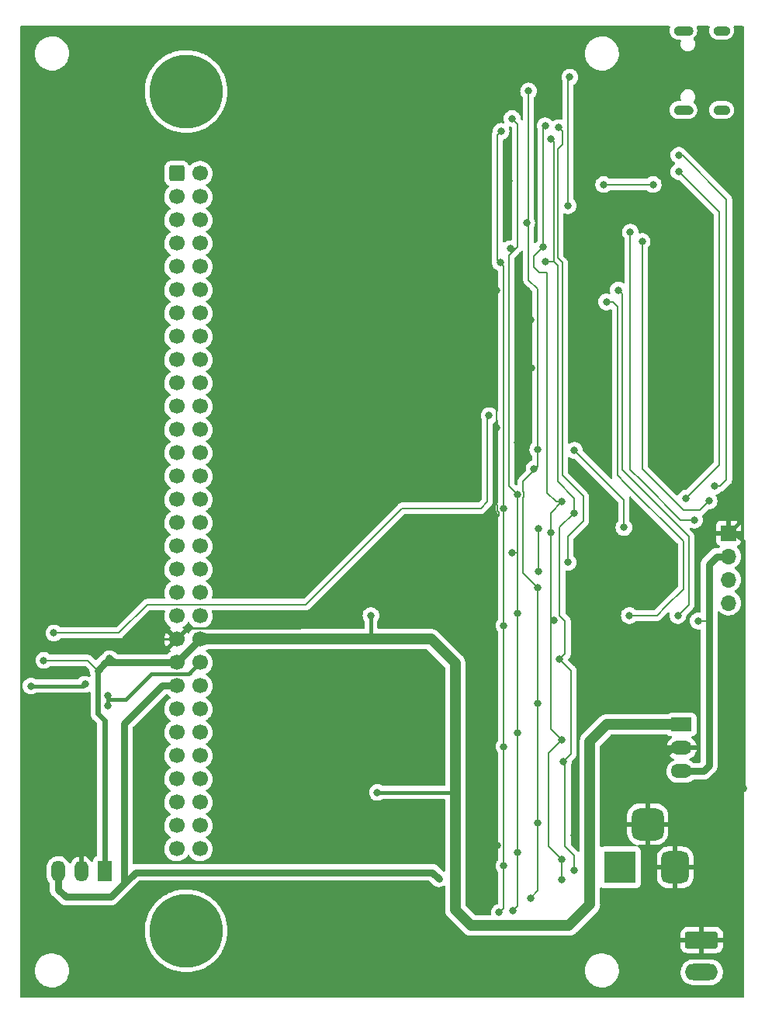
<source format=gbr>
%TF.GenerationSoftware,KiCad,Pcbnew,(6.0.7)*%
%TF.CreationDate,2022-10-27T00:54:25+02:00*%
%TF.ProjectId,flipdot-brose-esp32,666c6970-646f-4742-9d62-726f73652d65,rev?*%
%TF.SameCoordinates,Original*%
%TF.FileFunction,Copper,L2,Bot*%
%TF.FilePolarity,Positive*%
%FSLAX46Y46*%
G04 Gerber Fmt 4.6, Leading zero omitted, Abs format (unit mm)*
G04 Created by KiCad (PCBNEW (6.0.7)) date 2022-10-27 00:54:25*
%MOMM*%
%LPD*%
G01*
G04 APERTURE LIST*
G04 Aperture macros list*
%AMRoundRect*
0 Rectangle with rounded corners*
0 $1 Rounding radius*
0 $2 $3 $4 $5 $6 $7 $8 $9 X,Y pos of 4 corners*
0 Add a 4 corners polygon primitive as box body*
4,1,4,$2,$3,$4,$5,$6,$7,$8,$9,$2,$3,0*
0 Add four circle primitives for the rounded corners*
1,1,$1+$1,$2,$3*
1,1,$1+$1,$4,$5*
1,1,$1+$1,$6,$7*
1,1,$1+$1,$8,$9*
0 Add four rect primitives between the rounded corners*
20,1,$1+$1,$2,$3,$4,$5,0*
20,1,$1+$1,$4,$5,$6,$7,0*
20,1,$1+$1,$6,$7,$8,$9,0*
20,1,$1+$1,$8,$9,$2,$3,0*%
G04 Aperture macros list end*
%TA.AperFunction,EtchedComponent*%
%ADD10C,0.010000*%
%TD*%
%TA.AperFunction,ComponentPad*%
%ADD11RoundRect,0.250000X-1.550000X0.650000X-1.550000X-0.650000X1.550000X-0.650000X1.550000X0.650000X0*%
%TD*%
%TA.AperFunction,ComponentPad*%
%ADD12O,3.600000X1.800000*%
%TD*%
%TA.AperFunction,ComponentPad*%
%ADD13R,3.500000X3.500000*%
%TD*%
%TA.AperFunction,ComponentPad*%
%ADD14RoundRect,0.750000X0.750000X1.000000X-0.750000X1.000000X-0.750000X-1.000000X0.750000X-1.000000X0*%
%TD*%
%TA.AperFunction,ComponentPad*%
%ADD15RoundRect,0.875000X0.875000X0.875000X-0.875000X0.875000X-0.875000X-0.875000X0.875000X-0.875000X0*%
%TD*%
%TA.AperFunction,ComponentPad*%
%ADD16R,1.500000X2.300000*%
%TD*%
%TA.AperFunction,ComponentPad*%
%ADD17O,1.500000X2.300000*%
%TD*%
%TA.AperFunction,ComponentPad*%
%ADD18R,2.300000X1.500000*%
%TD*%
%TA.AperFunction,ComponentPad*%
%ADD19O,2.300000X1.500000*%
%TD*%
%TA.AperFunction,ComponentPad*%
%ADD20C,0.900000*%
%TD*%
%TA.AperFunction,ComponentPad*%
%ADD21R,1.700000X1.700000*%
%TD*%
%TA.AperFunction,ComponentPad*%
%ADD22O,1.700000X1.700000*%
%TD*%
%TA.AperFunction,ComponentPad*%
%ADD23RoundRect,0.250000X-0.600000X-0.600000X0.600000X-0.600000X0.600000X0.600000X-0.600000X0.600000X0*%
%TD*%
%TA.AperFunction,ComponentPad*%
%ADD24C,1.700000*%
%TD*%
%TA.AperFunction,ComponentPad*%
%ADD25C,8.000000*%
%TD*%
%TA.AperFunction,ViaPad*%
%ADD26C,0.800000*%
%TD*%
%TA.AperFunction,Conductor*%
%ADD27C,0.200000*%
%TD*%
%TA.AperFunction,Conductor*%
%ADD28C,0.150000*%
%TD*%
%TA.AperFunction,Conductor*%
%ADD29C,0.800000*%
%TD*%
%TA.AperFunction,Conductor*%
%ADD30C,0.400000*%
%TD*%
%TA.AperFunction,Conductor*%
%ADD31C,0.600000*%
%TD*%
%TA.AperFunction,Conductor*%
%ADD32C,1.200000*%
%TD*%
%TA.AperFunction,Conductor*%
%ADD33C,0.250000*%
%TD*%
G04 APERTURE END LIST*
%TO.C,J6*%
G36*
X109466500Y-43226000D02*
G01*
X109489500Y-43227000D01*
X109512500Y-43231000D01*
X109536500Y-43235000D01*
X109558500Y-43240000D01*
X109581500Y-43247000D01*
X109603500Y-43255000D01*
X109625500Y-43264000D01*
X109646500Y-43274000D01*
X109667500Y-43285000D01*
X109707500Y-43311000D01*
X109725500Y-43325000D01*
X109743500Y-43341000D01*
X109760500Y-43357000D01*
X109776500Y-43374000D01*
X109792500Y-43392000D01*
X109806500Y-43410000D01*
X109832500Y-43450000D01*
X109843500Y-43471000D01*
X109853500Y-43492000D01*
X109862500Y-43514000D01*
X109870500Y-43536000D01*
X109877500Y-43559000D01*
X109882500Y-43581000D01*
X109886500Y-43605000D01*
X109890500Y-43628000D01*
X109891500Y-43651000D01*
X109892500Y-43675000D01*
X109891500Y-43699000D01*
X109890500Y-43722000D01*
X109886500Y-43745000D01*
X109882500Y-43769000D01*
X109877500Y-43791000D01*
X109870500Y-43814000D01*
X109862500Y-43836000D01*
X109853500Y-43858000D01*
X109843500Y-43879000D01*
X109832500Y-43900000D01*
X109806500Y-43940000D01*
X109792500Y-43958000D01*
X109776500Y-43976000D01*
X109760500Y-43993000D01*
X109743500Y-44009000D01*
X109725500Y-44025000D01*
X109707500Y-44039000D01*
X109667500Y-44065000D01*
X109646500Y-44076000D01*
X109625500Y-44086000D01*
X109603500Y-44095000D01*
X109581500Y-44103000D01*
X109558500Y-44110000D01*
X109536500Y-44115000D01*
X109512500Y-44119000D01*
X109489500Y-44123000D01*
X109466500Y-44124000D01*
X109442500Y-44125000D01*
X108342500Y-44125000D01*
X108318500Y-44124000D01*
X108295500Y-44123000D01*
X108272500Y-44119000D01*
X108248500Y-44115000D01*
X108226500Y-44110000D01*
X108203500Y-44103000D01*
X108181500Y-44095000D01*
X108159500Y-44086000D01*
X108138500Y-44076000D01*
X108117500Y-44065000D01*
X108077500Y-44039000D01*
X108059500Y-44025000D01*
X108041500Y-44009000D01*
X108024500Y-43993000D01*
X108008500Y-43976000D01*
X107992500Y-43958000D01*
X107978500Y-43940000D01*
X107952500Y-43900000D01*
X107941500Y-43879000D01*
X107931500Y-43858000D01*
X107922500Y-43836000D01*
X107914500Y-43814000D01*
X107907500Y-43791000D01*
X107902500Y-43769000D01*
X107898500Y-43745000D01*
X107894500Y-43722000D01*
X107893500Y-43699000D01*
X107892500Y-43675000D01*
X107893500Y-43651000D01*
X107894500Y-43628000D01*
X107898500Y-43605000D01*
X107902500Y-43581000D01*
X107907500Y-43559000D01*
X107914500Y-43536000D01*
X107922500Y-43514000D01*
X107931500Y-43492000D01*
X107941500Y-43471000D01*
X107952500Y-43450000D01*
X107978500Y-43410000D01*
X107992500Y-43392000D01*
X108008500Y-43374000D01*
X108024500Y-43357000D01*
X108041500Y-43341000D01*
X108059500Y-43325000D01*
X108077500Y-43311000D01*
X108117500Y-43285000D01*
X108138500Y-43274000D01*
X108159500Y-43264000D01*
X108181500Y-43255000D01*
X108203500Y-43247000D01*
X108226500Y-43240000D01*
X108248500Y-43235000D01*
X108272500Y-43231000D01*
X108295500Y-43227000D01*
X108318500Y-43226000D01*
X108342500Y-43225000D01*
X109442500Y-43225000D01*
X109466500Y-43226000D01*
G37*
D10*
X109466500Y-43226000D02*
X109489500Y-43227000D01*
X109512500Y-43231000D01*
X109536500Y-43235000D01*
X109558500Y-43240000D01*
X109581500Y-43247000D01*
X109603500Y-43255000D01*
X109625500Y-43264000D01*
X109646500Y-43274000D01*
X109667500Y-43285000D01*
X109707500Y-43311000D01*
X109725500Y-43325000D01*
X109743500Y-43341000D01*
X109760500Y-43357000D01*
X109776500Y-43374000D01*
X109792500Y-43392000D01*
X109806500Y-43410000D01*
X109832500Y-43450000D01*
X109843500Y-43471000D01*
X109853500Y-43492000D01*
X109862500Y-43514000D01*
X109870500Y-43536000D01*
X109877500Y-43559000D01*
X109882500Y-43581000D01*
X109886500Y-43605000D01*
X109890500Y-43628000D01*
X109891500Y-43651000D01*
X109892500Y-43675000D01*
X109891500Y-43699000D01*
X109890500Y-43722000D01*
X109886500Y-43745000D01*
X109882500Y-43769000D01*
X109877500Y-43791000D01*
X109870500Y-43814000D01*
X109862500Y-43836000D01*
X109853500Y-43858000D01*
X109843500Y-43879000D01*
X109832500Y-43900000D01*
X109806500Y-43940000D01*
X109792500Y-43958000D01*
X109776500Y-43976000D01*
X109760500Y-43993000D01*
X109743500Y-44009000D01*
X109725500Y-44025000D01*
X109707500Y-44039000D01*
X109667500Y-44065000D01*
X109646500Y-44076000D01*
X109625500Y-44086000D01*
X109603500Y-44095000D01*
X109581500Y-44103000D01*
X109558500Y-44110000D01*
X109536500Y-44115000D01*
X109512500Y-44119000D01*
X109489500Y-44123000D01*
X109466500Y-44124000D01*
X109442500Y-44125000D01*
X108342500Y-44125000D01*
X108318500Y-44124000D01*
X108295500Y-44123000D01*
X108272500Y-44119000D01*
X108248500Y-44115000D01*
X108226500Y-44110000D01*
X108203500Y-44103000D01*
X108181500Y-44095000D01*
X108159500Y-44086000D01*
X108138500Y-44076000D01*
X108117500Y-44065000D01*
X108077500Y-44039000D01*
X108059500Y-44025000D01*
X108041500Y-44009000D01*
X108024500Y-43993000D01*
X108008500Y-43976000D01*
X107992500Y-43958000D01*
X107978500Y-43940000D01*
X107952500Y-43900000D01*
X107941500Y-43879000D01*
X107931500Y-43858000D01*
X107922500Y-43836000D01*
X107914500Y-43814000D01*
X107907500Y-43791000D01*
X107902500Y-43769000D01*
X107898500Y-43745000D01*
X107894500Y-43722000D01*
X107893500Y-43699000D01*
X107892500Y-43675000D01*
X107893500Y-43651000D01*
X107894500Y-43628000D01*
X107898500Y-43605000D01*
X107902500Y-43581000D01*
X107907500Y-43559000D01*
X107914500Y-43536000D01*
X107922500Y-43514000D01*
X107931500Y-43492000D01*
X107941500Y-43471000D01*
X107952500Y-43450000D01*
X107978500Y-43410000D01*
X107992500Y-43392000D01*
X108008500Y-43374000D01*
X108024500Y-43357000D01*
X108041500Y-43341000D01*
X108059500Y-43325000D01*
X108077500Y-43311000D01*
X108117500Y-43285000D01*
X108138500Y-43274000D01*
X108159500Y-43264000D01*
X108181500Y-43255000D01*
X108203500Y-43247000D01*
X108226500Y-43240000D01*
X108248500Y-43235000D01*
X108272500Y-43231000D01*
X108295500Y-43227000D01*
X108318500Y-43226000D01*
X108342500Y-43225000D01*
X109442500Y-43225000D01*
X109466500Y-43226000D01*
G36*
X109466500Y-34576000D02*
G01*
X109489500Y-34577000D01*
X109512500Y-34581000D01*
X109536500Y-34585000D01*
X109558500Y-34590000D01*
X109581500Y-34597000D01*
X109603500Y-34605000D01*
X109625500Y-34614000D01*
X109646500Y-34624000D01*
X109667500Y-34635000D01*
X109707500Y-34661000D01*
X109725500Y-34675000D01*
X109743500Y-34691000D01*
X109760500Y-34707000D01*
X109776500Y-34724000D01*
X109792500Y-34742000D01*
X109806500Y-34760000D01*
X109832500Y-34800000D01*
X109843500Y-34821000D01*
X109853500Y-34842000D01*
X109862500Y-34864000D01*
X109870500Y-34886000D01*
X109877500Y-34909000D01*
X109882500Y-34931000D01*
X109886500Y-34955000D01*
X109890500Y-34978000D01*
X109891500Y-35001000D01*
X109892500Y-35025000D01*
X109891500Y-35049000D01*
X109890500Y-35072000D01*
X109886500Y-35095000D01*
X109882500Y-35119000D01*
X109877500Y-35141000D01*
X109870500Y-35164000D01*
X109862500Y-35186000D01*
X109853500Y-35208000D01*
X109843500Y-35229000D01*
X109832500Y-35250000D01*
X109806500Y-35290000D01*
X109792500Y-35308000D01*
X109776500Y-35326000D01*
X109760500Y-35343000D01*
X109743500Y-35359000D01*
X109725500Y-35375000D01*
X109707500Y-35389000D01*
X109667500Y-35415000D01*
X109646500Y-35426000D01*
X109625500Y-35436000D01*
X109603500Y-35445000D01*
X109581500Y-35453000D01*
X109558500Y-35460000D01*
X109536500Y-35465000D01*
X109512500Y-35469000D01*
X109489500Y-35473000D01*
X109466500Y-35474000D01*
X109442500Y-35475000D01*
X108342500Y-35475000D01*
X108318500Y-35474000D01*
X108295500Y-35473000D01*
X108272500Y-35469000D01*
X108248500Y-35465000D01*
X108226500Y-35460000D01*
X108203500Y-35453000D01*
X108181500Y-35445000D01*
X108159500Y-35436000D01*
X108138500Y-35426000D01*
X108117500Y-35415000D01*
X108077500Y-35389000D01*
X108059500Y-35375000D01*
X108041500Y-35359000D01*
X108024500Y-35343000D01*
X108008500Y-35326000D01*
X107992500Y-35308000D01*
X107978500Y-35290000D01*
X107952500Y-35250000D01*
X107941500Y-35229000D01*
X107931500Y-35208000D01*
X107922500Y-35186000D01*
X107914500Y-35164000D01*
X107907500Y-35141000D01*
X107902500Y-35119000D01*
X107898500Y-35095000D01*
X107894500Y-35072000D01*
X107893500Y-35049000D01*
X107892500Y-35025000D01*
X107893500Y-35001000D01*
X107894500Y-34978000D01*
X107898500Y-34955000D01*
X107902500Y-34931000D01*
X107907500Y-34909000D01*
X107914500Y-34886000D01*
X107922500Y-34864000D01*
X107931500Y-34842000D01*
X107941500Y-34821000D01*
X107952500Y-34800000D01*
X107978500Y-34760000D01*
X107992500Y-34742000D01*
X108008500Y-34724000D01*
X108024500Y-34707000D01*
X108041500Y-34691000D01*
X108059500Y-34675000D01*
X108077500Y-34661000D01*
X108117500Y-34635000D01*
X108138500Y-34624000D01*
X108159500Y-34614000D01*
X108181500Y-34605000D01*
X108203500Y-34597000D01*
X108226500Y-34590000D01*
X108248500Y-34585000D01*
X108272500Y-34581000D01*
X108295500Y-34577000D01*
X108318500Y-34576000D01*
X108342500Y-34575000D01*
X109442500Y-34575000D01*
X109466500Y-34576000D01*
G37*
X109466500Y-34576000D02*
X109489500Y-34577000D01*
X109512500Y-34581000D01*
X109536500Y-34585000D01*
X109558500Y-34590000D01*
X109581500Y-34597000D01*
X109603500Y-34605000D01*
X109625500Y-34614000D01*
X109646500Y-34624000D01*
X109667500Y-34635000D01*
X109707500Y-34661000D01*
X109725500Y-34675000D01*
X109743500Y-34691000D01*
X109760500Y-34707000D01*
X109776500Y-34724000D01*
X109792500Y-34742000D01*
X109806500Y-34760000D01*
X109832500Y-34800000D01*
X109843500Y-34821000D01*
X109853500Y-34842000D01*
X109862500Y-34864000D01*
X109870500Y-34886000D01*
X109877500Y-34909000D01*
X109882500Y-34931000D01*
X109886500Y-34955000D01*
X109890500Y-34978000D01*
X109891500Y-35001000D01*
X109892500Y-35025000D01*
X109891500Y-35049000D01*
X109890500Y-35072000D01*
X109886500Y-35095000D01*
X109882500Y-35119000D01*
X109877500Y-35141000D01*
X109870500Y-35164000D01*
X109862500Y-35186000D01*
X109853500Y-35208000D01*
X109843500Y-35229000D01*
X109832500Y-35250000D01*
X109806500Y-35290000D01*
X109792500Y-35308000D01*
X109776500Y-35326000D01*
X109760500Y-35343000D01*
X109743500Y-35359000D01*
X109725500Y-35375000D01*
X109707500Y-35389000D01*
X109667500Y-35415000D01*
X109646500Y-35426000D01*
X109625500Y-35436000D01*
X109603500Y-35445000D01*
X109581500Y-35453000D01*
X109558500Y-35460000D01*
X109536500Y-35465000D01*
X109512500Y-35469000D01*
X109489500Y-35473000D01*
X109466500Y-35474000D01*
X109442500Y-35475000D01*
X108342500Y-35475000D01*
X108318500Y-35474000D01*
X108295500Y-35473000D01*
X108272500Y-35469000D01*
X108248500Y-35465000D01*
X108226500Y-35460000D01*
X108203500Y-35453000D01*
X108181500Y-35445000D01*
X108159500Y-35436000D01*
X108138500Y-35426000D01*
X108117500Y-35415000D01*
X108077500Y-35389000D01*
X108059500Y-35375000D01*
X108041500Y-35359000D01*
X108024500Y-35343000D01*
X108008500Y-35326000D01*
X107992500Y-35308000D01*
X107978500Y-35290000D01*
X107952500Y-35250000D01*
X107941500Y-35229000D01*
X107931500Y-35208000D01*
X107922500Y-35186000D01*
X107914500Y-35164000D01*
X107907500Y-35141000D01*
X107902500Y-35119000D01*
X107898500Y-35095000D01*
X107894500Y-35072000D01*
X107893500Y-35049000D01*
X107892500Y-35025000D01*
X107893500Y-35001000D01*
X107894500Y-34978000D01*
X107898500Y-34955000D01*
X107902500Y-34931000D01*
X107907500Y-34909000D01*
X107914500Y-34886000D01*
X107922500Y-34864000D01*
X107931500Y-34842000D01*
X107941500Y-34821000D01*
X107952500Y-34800000D01*
X107978500Y-34760000D01*
X107992500Y-34742000D01*
X108008500Y-34724000D01*
X108024500Y-34707000D01*
X108041500Y-34691000D01*
X108059500Y-34675000D01*
X108077500Y-34661000D01*
X108117500Y-34635000D01*
X108138500Y-34624000D01*
X108159500Y-34614000D01*
X108181500Y-34605000D01*
X108203500Y-34597000D01*
X108226500Y-34590000D01*
X108248500Y-34585000D01*
X108272500Y-34581000D01*
X108295500Y-34577000D01*
X108318500Y-34576000D01*
X108342500Y-34575000D01*
X109442500Y-34575000D01*
X109466500Y-34576000D01*
G36*
X113486500Y-43226000D02*
G01*
X113509500Y-43227000D01*
X113532500Y-43231000D01*
X113556500Y-43235000D01*
X113578500Y-43240000D01*
X113601500Y-43247000D01*
X113623500Y-43255000D01*
X113645500Y-43264000D01*
X113666500Y-43274000D01*
X113687500Y-43285000D01*
X113727500Y-43311000D01*
X113745500Y-43325000D01*
X113763500Y-43341000D01*
X113780500Y-43357000D01*
X113796500Y-43374000D01*
X113812500Y-43392000D01*
X113826500Y-43410000D01*
X113852500Y-43450000D01*
X113863500Y-43471000D01*
X113873500Y-43492000D01*
X113882500Y-43514000D01*
X113890500Y-43536000D01*
X113897500Y-43559000D01*
X113902500Y-43581000D01*
X113906500Y-43605000D01*
X113910500Y-43628000D01*
X113911500Y-43651000D01*
X113912500Y-43675000D01*
X113911500Y-43699000D01*
X113910500Y-43722000D01*
X113906500Y-43745000D01*
X113902500Y-43769000D01*
X113897500Y-43791000D01*
X113890500Y-43814000D01*
X113882500Y-43836000D01*
X113873500Y-43858000D01*
X113863500Y-43879000D01*
X113852500Y-43900000D01*
X113826500Y-43940000D01*
X113812500Y-43958000D01*
X113796500Y-43976000D01*
X113780500Y-43993000D01*
X113763500Y-44009000D01*
X113745500Y-44025000D01*
X113727500Y-44039000D01*
X113687500Y-44065000D01*
X113666500Y-44076000D01*
X113645500Y-44086000D01*
X113623500Y-44095000D01*
X113601500Y-44103000D01*
X113578500Y-44110000D01*
X113556500Y-44115000D01*
X113532500Y-44119000D01*
X113509500Y-44123000D01*
X113486500Y-44124000D01*
X113462500Y-44125000D01*
X112662500Y-44125000D01*
X112638500Y-44124000D01*
X112615500Y-44123000D01*
X112592500Y-44119000D01*
X112568500Y-44115000D01*
X112546500Y-44110000D01*
X112523500Y-44103000D01*
X112501500Y-44095000D01*
X112479500Y-44086000D01*
X112458500Y-44076000D01*
X112437500Y-44065000D01*
X112397500Y-44039000D01*
X112379500Y-44025000D01*
X112361500Y-44009000D01*
X112344500Y-43993000D01*
X112328500Y-43976000D01*
X112312500Y-43958000D01*
X112298500Y-43940000D01*
X112272500Y-43900000D01*
X112261500Y-43879000D01*
X112251500Y-43858000D01*
X112242500Y-43836000D01*
X112234500Y-43814000D01*
X112227500Y-43791000D01*
X112222500Y-43769000D01*
X112218500Y-43745000D01*
X112214500Y-43722000D01*
X112213500Y-43699000D01*
X112212500Y-43675000D01*
X112213500Y-43651000D01*
X112214500Y-43628000D01*
X112218500Y-43605000D01*
X112222500Y-43581000D01*
X112227500Y-43559000D01*
X112234500Y-43536000D01*
X112242500Y-43514000D01*
X112251500Y-43492000D01*
X112261500Y-43471000D01*
X112272500Y-43450000D01*
X112298500Y-43410000D01*
X112312500Y-43392000D01*
X112328500Y-43374000D01*
X112344500Y-43357000D01*
X112361500Y-43341000D01*
X112379500Y-43325000D01*
X112397500Y-43311000D01*
X112437500Y-43285000D01*
X112458500Y-43274000D01*
X112479500Y-43264000D01*
X112501500Y-43255000D01*
X112523500Y-43247000D01*
X112546500Y-43240000D01*
X112568500Y-43235000D01*
X112592500Y-43231000D01*
X112615500Y-43227000D01*
X112638500Y-43226000D01*
X112662500Y-43225000D01*
X113462500Y-43225000D01*
X113486500Y-43226000D01*
G37*
X113486500Y-43226000D02*
X113509500Y-43227000D01*
X113532500Y-43231000D01*
X113556500Y-43235000D01*
X113578500Y-43240000D01*
X113601500Y-43247000D01*
X113623500Y-43255000D01*
X113645500Y-43264000D01*
X113666500Y-43274000D01*
X113687500Y-43285000D01*
X113727500Y-43311000D01*
X113745500Y-43325000D01*
X113763500Y-43341000D01*
X113780500Y-43357000D01*
X113796500Y-43374000D01*
X113812500Y-43392000D01*
X113826500Y-43410000D01*
X113852500Y-43450000D01*
X113863500Y-43471000D01*
X113873500Y-43492000D01*
X113882500Y-43514000D01*
X113890500Y-43536000D01*
X113897500Y-43559000D01*
X113902500Y-43581000D01*
X113906500Y-43605000D01*
X113910500Y-43628000D01*
X113911500Y-43651000D01*
X113912500Y-43675000D01*
X113911500Y-43699000D01*
X113910500Y-43722000D01*
X113906500Y-43745000D01*
X113902500Y-43769000D01*
X113897500Y-43791000D01*
X113890500Y-43814000D01*
X113882500Y-43836000D01*
X113873500Y-43858000D01*
X113863500Y-43879000D01*
X113852500Y-43900000D01*
X113826500Y-43940000D01*
X113812500Y-43958000D01*
X113796500Y-43976000D01*
X113780500Y-43993000D01*
X113763500Y-44009000D01*
X113745500Y-44025000D01*
X113727500Y-44039000D01*
X113687500Y-44065000D01*
X113666500Y-44076000D01*
X113645500Y-44086000D01*
X113623500Y-44095000D01*
X113601500Y-44103000D01*
X113578500Y-44110000D01*
X113556500Y-44115000D01*
X113532500Y-44119000D01*
X113509500Y-44123000D01*
X113486500Y-44124000D01*
X113462500Y-44125000D01*
X112662500Y-44125000D01*
X112638500Y-44124000D01*
X112615500Y-44123000D01*
X112592500Y-44119000D01*
X112568500Y-44115000D01*
X112546500Y-44110000D01*
X112523500Y-44103000D01*
X112501500Y-44095000D01*
X112479500Y-44086000D01*
X112458500Y-44076000D01*
X112437500Y-44065000D01*
X112397500Y-44039000D01*
X112379500Y-44025000D01*
X112361500Y-44009000D01*
X112344500Y-43993000D01*
X112328500Y-43976000D01*
X112312500Y-43958000D01*
X112298500Y-43940000D01*
X112272500Y-43900000D01*
X112261500Y-43879000D01*
X112251500Y-43858000D01*
X112242500Y-43836000D01*
X112234500Y-43814000D01*
X112227500Y-43791000D01*
X112222500Y-43769000D01*
X112218500Y-43745000D01*
X112214500Y-43722000D01*
X112213500Y-43699000D01*
X112212500Y-43675000D01*
X112213500Y-43651000D01*
X112214500Y-43628000D01*
X112218500Y-43605000D01*
X112222500Y-43581000D01*
X112227500Y-43559000D01*
X112234500Y-43536000D01*
X112242500Y-43514000D01*
X112251500Y-43492000D01*
X112261500Y-43471000D01*
X112272500Y-43450000D01*
X112298500Y-43410000D01*
X112312500Y-43392000D01*
X112328500Y-43374000D01*
X112344500Y-43357000D01*
X112361500Y-43341000D01*
X112379500Y-43325000D01*
X112397500Y-43311000D01*
X112437500Y-43285000D01*
X112458500Y-43274000D01*
X112479500Y-43264000D01*
X112501500Y-43255000D01*
X112523500Y-43247000D01*
X112546500Y-43240000D01*
X112568500Y-43235000D01*
X112592500Y-43231000D01*
X112615500Y-43227000D01*
X112638500Y-43226000D01*
X112662500Y-43225000D01*
X113462500Y-43225000D01*
X113486500Y-43226000D01*
G36*
X113486500Y-34576000D02*
G01*
X113509500Y-34577000D01*
X113532500Y-34581000D01*
X113556500Y-34585000D01*
X113578500Y-34590000D01*
X113601500Y-34597000D01*
X113623500Y-34605000D01*
X113645500Y-34614000D01*
X113666500Y-34624000D01*
X113687500Y-34635000D01*
X113727500Y-34661000D01*
X113745500Y-34675000D01*
X113763500Y-34691000D01*
X113780500Y-34707000D01*
X113796500Y-34724000D01*
X113812500Y-34742000D01*
X113826500Y-34760000D01*
X113852500Y-34800000D01*
X113863500Y-34821000D01*
X113873500Y-34842000D01*
X113882500Y-34864000D01*
X113890500Y-34886000D01*
X113897500Y-34909000D01*
X113902500Y-34931000D01*
X113906500Y-34955000D01*
X113910500Y-34978000D01*
X113911500Y-35001000D01*
X113912500Y-35025000D01*
X113911500Y-35049000D01*
X113910500Y-35072000D01*
X113906500Y-35095000D01*
X113902500Y-35119000D01*
X113897500Y-35141000D01*
X113890500Y-35164000D01*
X113882500Y-35186000D01*
X113873500Y-35208000D01*
X113863500Y-35229000D01*
X113852500Y-35250000D01*
X113826500Y-35290000D01*
X113812500Y-35308000D01*
X113796500Y-35326000D01*
X113780500Y-35343000D01*
X113763500Y-35359000D01*
X113745500Y-35375000D01*
X113727500Y-35389000D01*
X113687500Y-35415000D01*
X113666500Y-35426000D01*
X113645500Y-35436000D01*
X113623500Y-35445000D01*
X113601500Y-35453000D01*
X113578500Y-35460000D01*
X113556500Y-35465000D01*
X113532500Y-35469000D01*
X113509500Y-35473000D01*
X113486500Y-35474000D01*
X113462500Y-35475000D01*
X112662500Y-35475000D01*
X112638500Y-35474000D01*
X112615500Y-35473000D01*
X112592500Y-35469000D01*
X112568500Y-35465000D01*
X112546500Y-35460000D01*
X112523500Y-35453000D01*
X112501500Y-35445000D01*
X112479500Y-35436000D01*
X112458500Y-35426000D01*
X112437500Y-35415000D01*
X112397500Y-35389000D01*
X112379500Y-35375000D01*
X112361500Y-35359000D01*
X112344500Y-35343000D01*
X112328500Y-35326000D01*
X112312500Y-35308000D01*
X112298500Y-35290000D01*
X112272500Y-35250000D01*
X112261500Y-35229000D01*
X112251500Y-35208000D01*
X112242500Y-35186000D01*
X112234500Y-35164000D01*
X112227500Y-35141000D01*
X112222500Y-35119000D01*
X112218500Y-35095000D01*
X112214500Y-35072000D01*
X112213500Y-35049000D01*
X112212500Y-35025000D01*
X112213500Y-35001000D01*
X112214500Y-34978000D01*
X112218500Y-34955000D01*
X112222500Y-34931000D01*
X112227500Y-34909000D01*
X112234500Y-34886000D01*
X112242500Y-34864000D01*
X112251500Y-34842000D01*
X112261500Y-34821000D01*
X112272500Y-34800000D01*
X112298500Y-34760000D01*
X112312500Y-34742000D01*
X112328500Y-34724000D01*
X112344500Y-34707000D01*
X112361500Y-34691000D01*
X112379500Y-34675000D01*
X112397500Y-34661000D01*
X112437500Y-34635000D01*
X112458500Y-34624000D01*
X112479500Y-34614000D01*
X112501500Y-34605000D01*
X112523500Y-34597000D01*
X112546500Y-34590000D01*
X112568500Y-34585000D01*
X112592500Y-34581000D01*
X112615500Y-34577000D01*
X112638500Y-34576000D01*
X112662500Y-34575000D01*
X113462500Y-34575000D01*
X113486500Y-34576000D01*
G37*
X113486500Y-34576000D02*
X113509500Y-34577000D01*
X113532500Y-34581000D01*
X113556500Y-34585000D01*
X113578500Y-34590000D01*
X113601500Y-34597000D01*
X113623500Y-34605000D01*
X113645500Y-34614000D01*
X113666500Y-34624000D01*
X113687500Y-34635000D01*
X113727500Y-34661000D01*
X113745500Y-34675000D01*
X113763500Y-34691000D01*
X113780500Y-34707000D01*
X113796500Y-34724000D01*
X113812500Y-34742000D01*
X113826500Y-34760000D01*
X113852500Y-34800000D01*
X113863500Y-34821000D01*
X113873500Y-34842000D01*
X113882500Y-34864000D01*
X113890500Y-34886000D01*
X113897500Y-34909000D01*
X113902500Y-34931000D01*
X113906500Y-34955000D01*
X113910500Y-34978000D01*
X113911500Y-35001000D01*
X113912500Y-35025000D01*
X113911500Y-35049000D01*
X113910500Y-35072000D01*
X113906500Y-35095000D01*
X113902500Y-35119000D01*
X113897500Y-35141000D01*
X113890500Y-35164000D01*
X113882500Y-35186000D01*
X113873500Y-35208000D01*
X113863500Y-35229000D01*
X113852500Y-35250000D01*
X113826500Y-35290000D01*
X113812500Y-35308000D01*
X113796500Y-35326000D01*
X113780500Y-35343000D01*
X113763500Y-35359000D01*
X113745500Y-35375000D01*
X113727500Y-35389000D01*
X113687500Y-35415000D01*
X113666500Y-35426000D01*
X113645500Y-35436000D01*
X113623500Y-35445000D01*
X113601500Y-35453000D01*
X113578500Y-35460000D01*
X113556500Y-35465000D01*
X113532500Y-35469000D01*
X113509500Y-35473000D01*
X113486500Y-35474000D01*
X113462500Y-35475000D01*
X112662500Y-35475000D01*
X112638500Y-35474000D01*
X112615500Y-35473000D01*
X112592500Y-35469000D01*
X112568500Y-35465000D01*
X112546500Y-35460000D01*
X112523500Y-35453000D01*
X112501500Y-35445000D01*
X112479500Y-35436000D01*
X112458500Y-35426000D01*
X112437500Y-35415000D01*
X112397500Y-35389000D01*
X112379500Y-35375000D01*
X112361500Y-35359000D01*
X112344500Y-35343000D01*
X112328500Y-35326000D01*
X112312500Y-35308000D01*
X112298500Y-35290000D01*
X112272500Y-35250000D01*
X112261500Y-35229000D01*
X112251500Y-35208000D01*
X112242500Y-35186000D01*
X112234500Y-35164000D01*
X112227500Y-35141000D01*
X112222500Y-35119000D01*
X112218500Y-35095000D01*
X112214500Y-35072000D01*
X112213500Y-35049000D01*
X112212500Y-35025000D01*
X112213500Y-35001000D01*
X112214500Y-34978000D01*
X112218500Y-34955000D01*
X112222500Y-34931000D01*
X112227500Y-34909000D01*
X112234500Y-34886000D01*
X112242500Y-34864000D01*
X112251500Y-34842000D01*
X112261500Y-34821000D01*
X112272500Y-34800000D01*
X112298500Y-34760000D01*
X112312500Y-34742000D01*
X112328500Y-34724000D01*
X112344500Y-34707000D01*
X112361500Y-34691000D01*
X112379500Y-34675000D01*
X112397500Y-34661000D01*
X112437500Y-34635000D01*
X112458500Y-34624000D01*
X112479500Y-34614000D01*
X112501500Y-34605000D01*
X112523500Y-34597000D01*
X112546500Y-34590000D01*
X112568500Y-34585000D01*
X112592500Y-34581000D01*
X112615500Y-34577000D01*
X112638500Y-34576000D01*
X112662500Y-34575000D01*
X113462500Y-34575000D01*
X113486500Y-34576000D01*
%TD*%
D11*
%TO.P,J3,1,Pin_1*%
%TO.N,GND*%
X110900000Y-134200000D03*
D12*
%TO.P,J3,2,Pin_2*%
%TO.N,Net-(J2-Pad1)*%
X110900000Y-137700000D03*
%TD*%
D13*
%TO.P,J2,1*%
%TO.N,Net-(J2-Pad1)*%
X102000000Y-126257500D03*
D14*
%TO.P,J2,2*%
%TO.N,GND*%
X108000000Y-126257500D03*
D15*
%TO.P,J2,3*%
X105000000Y-121557500D03*
%TD*%
D16*
%TO.P,U22,1,IN*%
%TO.N,+24V*%
X45747000Y-126692500D03*
D17*
%TO.P,U22,2,GND*%
%TO.N,GND*%
X43207000Y-126692500D03*
%TO.P,U22,3,OUT*%
%TO.N,+5V*%
X40667000Y-126692500D03*
%TD*%
D18*
%TO.P,U5,1,IN*%
%TO.N,+24V*%
X108700000Y-110700000D03*
D19*
%TO.P,U5,2,GND*%
%TO.N,GND*%
X108700000Y-113240000D03*
%TO.P,U5,3,OUT*%
%TO.N,+3V3*%
X108700000Y-115780000D03*
%TD*%
D20*
%TO.P,J6,S1,SHIELD*%
%TO.N,GND*%
X108892500Y-43675000D03*
%TO.P,J6,S2,SHIELD*%
X108892500Y-35025000D03*
%TO.P,J6,S3,SHIELD*%
X113062500Y-43675000D03*
%TO.P,J6,S4,SHIELD*%
X113062500Y-35025000D03*
%TD*%
D21*
%TO.P,J5,1,Pin_1*%
%TO.N,GND*%
X113815000Y-89805000D03*
D22*
%TO.P,J5,2,Pin_2*%
%TO.N,+3V3*%
X113815000Y-92345000D03*
%TO.P,J5,3,Pin_3*%
%TO.N,SDA*%
X113815000Y-94885000D03*
%TO.P,J5,4,Pin_4*%
%TO.N,SCL*%
X113815000Y-97425000D03*
%TD*%
D23*
%TO.P,J1,1,Pin_1*%
%TO.N,ROW1*%
X53610000Y-50590000D03*
D24*
%TO.P,J1,2,Pin_2*%
%TO.N,ROW2*%
X56150000Y-50590000D03*
%TO.P,J1,3,Pin_3*%
%TO.N,ROW3*%
X53610000Y-53130000D03*
%TO.P,J1,4,Pin_4*%
%TO.N,ROW4*%
X56150000Y-53130000D03*
%TO.P,J1,5,Pin_5*%
%TO.N,ROW5*%
X53610000Y-55670000D03*
%TO.P,J1,6,Pin_6*%
%TO.N,ROW6*%
X56150000Y-55670000D03*
%TO.P,J1,7,Pin_7*%
%TO.N,ROW7*%
X53610000Y-58210000D03*
%TO.P,J1,8,Pin_8*%
%TO.N,ROW8*%
X56150000Y-58210000D03*
%TO.P,J1,9,Pin_9*%
%TO.N,ROW9*%
X53610000Y-60750000D03*
%TO.P,J1,10,Pin_10*%
%TO.N,ROW10*%
X56150000Y-60750000D03*
%TO.P,J1,11,Pin_11*%
%TO.N,ROW11*%
X53610000Y-63290000D03*
%TO.P,J1,12,Pin_12*%
%TO.N,ROW12*%
X56150000Y-63290000D03*
%TO.P,J1,13,Pin_13*%
%TO.N,ROW13*%
X53610000Y-65830000D03*
%TO.P,J1,14,Pin_14*%
%TO.N,ROW14*%
X56150000Y-65830000D03*
%TO.P,J1,15,Pin_15*%
%TO.N,ROW15*%
X53610000Y-68370000D03*
%TO.P,J1,16,Pin_16*%
%TO.N,ROW16*%
X56150000Y-68370000D03*
%TO.P,J1,17,Pin_17*%
%TO.N,ROW17*%
X53610000Y-70910000D03*
%TO.P,J1,18,Pin_18*%
%TO.N,ROW18*%
X56150000Y-70910000D03*
%TO.P,J1,19,Pin_19*%
%TO.N,ROW19*%
X53610000Y-73450000D03*
%TO.P,J1,20,Pin_20*%
%TO.N,ROW20*%
X56150000Y-73450000D03*
%TO.P,J1,21,Pin_21*%
%TO.N,ROW1_RST*%
X53610000Y-75990000D03*
%TO.P,J1,22,Pin_22*%
%TO.N,ROW2_RST*%
X56150000Y-75990000D03*
%TO.P,J1,23,Pin_23*%
%TO.N,ROW3_RST*%
X53610000Y-78530000D03*
%TO.P,J1,24,Pin_24*%
%TO.N,ROW4_RST*%
X56150000Y-78530000D03*
%TO.P,J1,25,Pin_25*%
%TO.N,ROW5_RST*%
X53610000Y-81070000D03*
%TO.P,J1,26,Pin_26*%
%TO.N,ROW6_RST*%
X56150000Y-81070000D03*
%TO.P,J1,27,Pin_27*%
%TO.N,ROW7_RST*%
X53610000Y-83610000D03*
%TO.P,J1,28,Pin_28*%
%TO.N,ROW8_RST*%
X56150000Y-83610000D03*
%TO.P,J1,29,Pin_29*%
%TO.N,ROW9_RST*%
X53610000Y-86150000D03*
%TO.P,J1,30,Pin_30*%
%TO.N,ROW10_RST*%
X56150000Y-86150000D03*
%TO.P,J1,31,Pin_31*%
%TO.N,ROW11_RST*%
X53610000Y-88690000D03*
%TO.P,J1,32,Pin_32*%
%TO.N,ROW12_RST*%
X56150000Y-88690000D03*
%TO.P,J1,33,Pin_33*%
%TO.N,ROW13_RST*%
X53610000Y-91230000D03*
%TO.P,J1,34,Pin_34*%
%TO.N,ROW14_RST*%
X56150000Y-91230000D03*
%TO.P,J1,35,Pin_35*%
%TO.N,ROW15_RST*%
X53610000Y-93770000D03*
%TO.P,J1,36,Pin_36*%
%TO.N,ROW16_RST*%
X56150000Y-93770000D03*
%TO.P,J1,37,Pin_37*%
%TO.N,ROW17_RST*%
X53610000Y-96310000D03*
%TO.P,J1,38,Pin_38*%
%TO.N,ROW18_RST*%
X56150000Y-96310000D03*
%TO.P,J1,39,Pin_39*%
%TO.N,ROW19_RST*%
X53610000Y-98850000D03*
%TO.P,J1,40,Pin_40*%
%TO.N,ROW20_RST*%
X56150000Y-98850000D03*
%TO.P,J1,41,Pin_41*%
%TO.N,GND*%
X53610000Y-101390000D03*
%TO.P,J1,42,Pin_42*%
%TO.N,+24V*%
X56150000Y-101390000D03*
%TO.P,J1,43,Pin_43*%
X53610000Y-103930000D03*
%TO.P,J1,44,Pin_44*%
%TO.N,VS*%
X56150000Y-103930000D03*
%TO.P,J1,45,Pin_45*%
%TO.N,+5V*%
X53610000Y-106470000D03*
%TO.P,J1,46,Pin_46*%
%TO.N,unconnected-(J1-Pad46)*%
X56150000Y-106470000D03*
%TO.P,J1,47,Pin_47*%
%TO.N,D_24V*%
X53610000Y-109010000D03*
%TO.P,J1,48,Pin_48*%
%TO.N,A0_24V*%
X56150000Y-109010000D03*
%TO.P,J1,49,Pin_49*%
%TO.N,A1_24V*%
X53610000Y-111550000D03*
%TO.P,J1,50,Pin_50*%
%TO.N,A2_24V*%
X56150000Y-111550000D03*
%TO.P,J1,51,Pin_51*%
%TO.N,B0_24V*%
X53610000Y-114090000D03*
%TO.P,J1,52,Pin_52*%
%TO.N,B1_24V*%
X56150000Y-114090000D03*
%TO.P,J1,53,Pin_53*%
%TO.N,ADDR1_24V*%
X53610000Y-116630000D03*
%TO.P,J1,54,Pin_54*%
%TO.N,ADDR2_24V*%
X56150000Y-116630000D03*
%TO.P,J1,55,Pin_55*%
%TO.N,ADDR3_24V*%
X53610000Y-119170000D03*
%TO.P,J1,56,Pin_56*%
%TO.N,ADDR4_24V*%
X56150000Y-119170000D03*
%TO.P,J1,57,Pin_57*%
%TO.N,ADDR5_24V*%
X53610000Y-121710000D03*
%TO.P,J1,58,Pin_58*%
%TO.N,ADDR6_24V*%
X56150000Y-121710000D03*
%TO.P,J1,59,Pin_59*%
%TO.N,ADDR7_24V*%
X53610000Y-124250000D03*
%TO.P,J1,60,Pin_60*%
%TO.N,EN_ADDR_24V*%
X56150000Y-124250000D03*
D25*
%TO.P,J1,MP*%
%TO.N,N/C*%
X54630000Y-133190000D03*
X54630000Y-41650000D03*
%TD*%
D26*
%TO.N,GND*%
X98800000Y-58900000D03*
X98600000Y-41300000D03*
X110500000Y-46100000D03*
X81700000Y-62000000D03*
X73500000Y-62000000D03*
X67000000Y-61200000D03*
X64200000Y-64000000D03*
X70000000Y-70100000D03*
X83600000Y-132900000D03*
X89100000Y-137900000D03*
X105495122Y-103619423D03*
X90800000Y-79900000D03*
X92000000Y-78300000D03*
X92300000Y-71800000D03*
X88000000Y-68700000D03*
X88100000Y-73900000D03*
X85200000Y-92100000D03*
X87600000Y-93700000D03*
X87900000Y-103600000D03*
X88100000Y-116400000D03*
X43000000Y-115100000D03*
X42900000Y-111500000D03*
X47700000Y-98200000D03*
X38800000Y-92300000D03*
X38800000Y-97400000D03*
X43300000Y-96800000D03*
X43200000Y-92200000D03*
X42900000Y-84900000D03*
X43000000Y-89400000D03*
X37900000Y-84600000D03*
X67027822Y-138556829D03*
X64300000Y-135500000D03*
X60866185Y-132322417D03*
X61100000Y-134900000D03*
X61500000Y-138400000D03*
X59400000Y-138800000D03*
X55600000Y-138800000D03*
X51100000Y-138800000D03*
X48882530Y-137780560D03*
X48900000Y-134700000D03*
X38900000Y-126500000D03*
X37600000Y-113200000D03*
X38500000Y-110900000D03*
X38600000Y-116100000D03*
X49400000Y-112500000D03*
X49300000Y-117800000D03*
X49700000Y-124000000D03*
X57300000Y-35900000D03*
X63300000Y-38400000D03*
X60400000Y-41200000D03*
X49000000Y-36700000D03*
X49300000Y-41700000D03*
X49400000Y-47000000D03*
X49400000Y-52800000D03*
X49400000Y-57900000D03*
X49400000Y-64000000D03*
X49400000Y-69600000D03*
X49500000Y-75300000D03*
X49600000Y-81900000D03*
X49500000Y-88500000D03*
X49200000Y-94700000D03*
X85200000Y-65100000D03*
X78800000Y-70500000D03*
X81900000Y-75500000D03*
X79200000Y-73800000D03*
X74900000Y-74900000D03*
X78800000Y-78400000D03*
X78900000Y-81000000D03*
X79300000Y-85200000D03*
X79100000Y-92800000D03*
X79000000Y-97800000D03*
X79300000Y-104300000D03*
X79300000Y-107800000D03*
X79286223Y-112188193D03*
X79100000Y-116500000D03*
X78995122Y-123807972D03*
X78946605Y-120799929D03*
X76600000Y-120600000D03*
X76600000Y-123900000D03*
X78752538Y-131546406D03*
X79200000Y-136000000D03*
X75600000Y-131200000D03*
X75600000Y-134600000D03*
X75700000Y-137900000D03*
X101500000Y-122800000D03*
X107800000Y-108500000D03*
X100800000Y-108900000D03*
X100200000Y-103800000D03*
X97100000Y-117800000D03*
X97000000Y-122800000D03*
X112808613Y-120491327D03*
X109200000Y-120200000D03*
X113200000Y-114000000D03*
X113100000Y-108400000D03*
X109800000Y-108300000D03*
X113300000Y-103500000D03*
X109574158Y-103494266D03*
X113300000Y-99500000D03*
%TO.N,+3V3*%
X110500000Y-99400000D03*
%TO.N,GND*%
X107100000Y-95300000D03*
X100829663Y-97600683D03*
X97500000Y-97700000D03*
X99700000Y-85500000D03*
X113700000Y-38900000D03*
X103300000Y-35400000D03*
X90400000Y-37400000D03*
X106900000Y-46100000D03*
X113800000Y-46000000D03*
X106278520Y-58095251D03*
X108100000Y-52600000D03*
X98700000Y-63200000D03*
X109300000Y-63800000D03*
X110200000Y-73400000D03*
X106600000Y-73700000D03*
X99100000Y-74300000D03*
X99000000Y-70800000D03*
X89900000Y-51400000D03*
X85700000Y-50400000D03*
X79200000Y-38200000D03*
X74600000Y-39400000D03*
X74900000Y-44100000D03*
X79300000Y-41900000D03*
X78800000Y-47000000D03*
X79100000Y-53900000D03*
X78900000Y-59500000D03*
X74800000Y-64900000D03*
X74524258Y-58847262D03*
X74700000Y-71600000D03*
X68321948Y-76205663D03*
X65800000Y-71200000D03*
X61300000Y-72800000D03*
X85700000Y-127800000D03*
X88600000Y-123900000D03*
%TO.N,+5V*%
X82200000Y-127500000D03*
%TO.N,Net-(R3-Pad2)*%
X37700000Y-106500000D03*
X43600000Y-106300000D03*
%TO.N,+24V*%
X39100000Y-103700000D03*
X74800000Y-98800000D03*
X75500000Y-118100000D03*
%TO.N,Net-(R19-Pad2)*%
X103000000Y-98800000D03*
X100500000Y-64600000D03*
%TO.N,Net-(R18-Pad2)*%
X101800000Y-63300000D03*
X108300000Y-98800000D03*
%TO.N,SCL*%
X110100000Y-88400000D03*
X103100000Y-57000000D03*
%TO.N,SDA*%
X104400000Y-58000000D03*
X111700000Y-86300000D03*
%TO.N,GND*%
X37700000Y-87000000D03*
X37700000Y-94600000D03*
X107400000Y-56450000D03*
X88500000Y-78300000D03*
X99900000Y-88000000D03*
X100400000Y-95100000D03*
%TO.N,+5V*%
X97000000Y-80800000D03*
X102400000Y-89200000D03*
X93000000Y-80700000D03*
%TO.N,PWR_ON*%
X87700000Y-77000000D03*
X40200000Y-100700000D03*
%TO.N,+24V*%
X46300000Y-103500000D03*
%TO.N,VS*%
X46100000Y-107500000D03*
X46100000Y-108600000D03*
%TO.N,GND*%
X86900000Y-118200000D03*
X86700000Y-105500000D03*
X86700000Y-90000000D03*
X86500000Y-49000000D03*
X86400000Y-130500000D03*
X84900000Y-36900000D03*
X84700000Y-138000000D03*
X78800000Y-139400000D03*
%TO.N,Shift_SER_5V*%
X95300000Y-45600000D03*
X96300000Y-93000000D03*
%TO.N,Shift_OE5_5V*%
X90200000Y-92000000D03*
%TO.N,Shift_RCLK_5V*%
X94400000Y-89800000D03*
%TO.N,Net-(U12-Pad9)*%
X93100000Y-89300000D03*
X93100000Y-94000000D03*
%TO.N,RESET*%
X96300000Y-54100000D03*
X96500000Y-40100000D03*
%TO.N,Shift_RCLK_5V*%
X94800000Y-99300000D03*
%TO.N,GND*%
X114900000Y-57300000D03*
X88500000Y-63300000D03*
X91800000Y-63300000D03*
X92200000Y-66600000D03*
%TO.N,Shift_OE5_5V*%
X90300000Y-131000000D03*
%TO.N,+5V*%
X93000000Y-121400000D03*
X93000000Y-108400000D03*
X93000000Y-95800000D03*
X92600000Y-82800000D03*
X91800000Y-56000000D03*
X92000000Y-41600000D03*
X92200000Y-129600000D03*
%TO.N,Shift_SRCLR_5V*%
X97000000Y-126600000D03*
X95800000Y-114700000D03*
X95400000Y-103600000D03*
X97000000Y-87600000D03*
X93800000Y-60200000D03*
X94400000Y-46800000D03*
%TO.N,Shift_SRCLK_5V*%
X89300000Y-126100000D03*
X89300000Y-113100000D03*
X89300000Y-99900000D03*
X89300000Y-87100000D03*
X88900000Y-60300000D03*
X89000000Y-46000000D03*
X88800000Y-131200000D03*
%TO.N,Shift_RCLK_5V*%
X95600000Y-125400000D03*
X95600000Y-112400000D03*
X95600000Y-86400000D03*
X93600000Y-58600000D03*
X93800000Y-45400000D03*
X95600000Y-127600000D03*
%TO.N,Shift_OE5_5V*%
X90800000Y-124600000D03*
X90800000Y-111600000D03*
X90800000Y-98600000D03*
X90800000Y-85600000D03*
X90000000Y-58800000D03*
X90200000Y-44600000D03*
%TO.N,GND*%
X111000000Y-67000000D03*
%TO.N,Net-(D22-Pad2)*%
X112300000Y-84700000D03*
X108400000Y-48600000D03*
%TO.N,Net-(D21-Pad1)*%
X109200000Y-86000000D03*
X108400000Y-50400000D03*
%TO.N,GND*%
X105600000Y-53400000D03*
X100600000Y-53400000D03*
%TO.N,+5VD*%
X100200000Y-51800000D03*
X105600000Y-51800000D03*
%TO.N,GND*%
X79200000Y-67400000D03*
X84400000Y-89000000D03*
X85200000Y-62900000D03*
X69000000Y-63600000D03*
X84600000Y-48200000D03*
X69400000Y-49600000D03*
%TD*%
D27*
%TO.N,Shift_SRCLK_5V*%
X89300000Y-130700000D02*
X89300000Y-126100000D01*
X88800000Y-131200000D02*
X89300000Y-130700000D01*
D28*
%TO.N,Shift_OE5_5V*%
X89900000Y-59500000D02*
X90800000Y-58600000D01*
X89900000Y-84700000D02*
X89900000Y-59500000D01*
X90800000Y-85600000D02*
X89900000Y-84700000D01*
D27*
%TO.N,+3V3*%
X111400000Y-99400000D02*
X111700000Y-99700000D01*
X110500000Y-99400000D02*
X111400000Y-99400000D01*
D29*
X111700000Y-115200000D02*
X111700000Y-99700000D01*
X111700000Y-99700000D02*
X111700000Y-93200000D01*
D27*
%TO.N,GND*%
X85700000Y-127800000D02*
X86700000Y-127800000D01*
D28*
X86700000Y-130200000D02*
X86700000Y-127800000D01*
X86700000Y-127800000D02*
X86700000Y-120700000D01*
D27*
X88600000Y-122600000D02*
X86700000Y-120700000D01*
X88600000Y-123900000D02*
X88600000Y-122600000D01*
D28*
X86700000Y-120700000D02*
X86700000Y-119200000D01*
X86400000Y-130500000D02*
X86700000Y-130200000D01*
D29*
%TO.N,+5V*%
X81500000Y-126800000D02*
X82200000Y-127500000D01*
X51000000Y-126800000D02*
X81500000Y-126800000D01*
X49100000Y-126800000D02*
X51000000Y-126800000D01*
X47900000Y-128000000D02*
X49100000Y-126800000D01*
X52030000Y-106470000D02*
X53610000Y-106470000D01*
X47900000Y-110600000D02*
X52030000Y-106470000D01*
X47900000Y-128000000D02*
X47900000Y-110600000D01*
X46400000Y-129500000D02*
X47900000Y-128000000D01*
X41500000Y-129500000D02*
X46400000Y-129500000D01*
X40667000Y-128667000D02*
X41500000Y-129500000D01*
X40667000Y-126692500D02*
X40667000Y-128667000D01*
D30*
%TO.N,Net-(R3-Pad2)*%
X37700000Y-106500000D02*
X43400000Y-106500000D01*
X43400000Y-106500000D02*
X43600000Y-106300000D01*
D27*
%TO.N,+24V*%
X43900000Y-103700000D02*
X45000000Y-104800000D01*
X39100000Y-103700000D02*
X43900000Y-103700000D01*
D29*
X45870000Y-103930000D02*
X45000000Y-104800000D01*
X47330000Y-103930000D02*
X45870000Y-103930000D01*
X47330000Y-103930000D02*
X46730000Y-103930000D01*
X53610000Y-103930000D02*
X47330000Y-103930000D01*
D31*
X45000000Y-109500000D02*
X45000000Y-104800000D01*
X45000000Y-104800000D02*
X46300000Y-103500000D01*
X45747000Y-126692500D02*
X45747000Y-110247000D01*
X45747000Y-110247000D02*
X45000000Y-109500000D01*
D27*
%TO.N,PWR_ON*%
X87500000Y-77200000D02*
X87700000Y-77000000D01*
X67700000Y-97600000D02*
X78200000Y-87100000D01*
X78200000Y-87100000D02*
X86800000Y-87100000D01*
X86800000Y-87100000D02*
X87500000Y-86400000D01*
X50400000Y-97600000D02*
X67700000Y-97600000D01*
X47300000Y-100700000D02*
X50400000Y-97600000D01*
X40200000Y-100700000D02*
X47300000Y-100700000D01*
X87500000Y-86400000D02*
X87500000Y-77200000D01*
D32*
%TO.N,+24V*%
X100500000Y-110700000D02*
X108700000Y-110700000D01*
X98700000Y-112500000D02*
X100500000Y-110700000D01*
X98700000Y-130300000D02*
X98700000Y-112500000D01*
X85700000Y-132600000D02*
X96400000Y-132600000D01*
X84000000Y-130900000D02*
X85700000Y-132600000D01*
X84000000Y-118100000D02*
X84000000Y-130900000D01*
X96400000Y-132600000D02*
X98700000Y-130300000D01*
D28*
%TO.N,Shift_OE5_5V*%
X90800000Y-130500000D02*
X90800000Y-124600000D01*
X90300000Y-131000000D02*
X90800000Y-130500000D01*
D32*
%TO.N,+24V*%
X56150000Y-101390000D02*
X74790000Y-101390000D01*
X74790000Y-101390000D02*
X81390000Y-101390000D01*
D30*
X74800000Y-101380000D02*
X74790000Y-101390000D01*
X74800000Y-98800000D02*
X74800000Y-101380000D01*
X75500000Y-118100000D02*
X84000000Y-118100000D01*
D32*
X84000000Y-104000000D02*
X84000000Y-118100000D01*
X81390000Y-101390000D02*
X84000000Y-104000000D01*
D29*
%TO.N,GND*%
X115200000Y-117800000D02*
X115400000Y-117600000D01*
X107100000Y-117800000D02*
X115200000Y-117800000D01*
X106300000Y-117000000D02*
X107100000Y-117800000D01*
X106300000Y-114600000D02*
X106300000Y-117000000D01*
X107660000Y-113240000D02*
X106300000Y-114600000D01*
X108700000Y-113240000D02*
X107660000Y-113240000D01*
D30*
X115400000Y-90700000D02*
X115400000Y-117600000D01*
X114505000Y-89805000D02*
X115400000Y-90700000D01*
X113815000Y-89805000D02*
X114505000Y-89805000D01*
D29*
%TO.N,+3V3*%
X112555000Y-92345000D02*
X113815000Y-92345000D01*
X111700000Y-93200000D02*
X112555000Y-92345000D01*
X111120000Y-115780000D02*
X111700000Y-115200000D01*
X108700000Y-115780000D02*
X111120000Y-115780000D01*
D27*
%TO.N,Shift_SRCLR_5V*%
X96600000Y-104800000D02*
X95400000Y-103600000D01*
X96600000Y-113900000D02*
X96600000Y-104800000D01*
X95800000Y-114700000D02*
X96600000Y-113900000D01*
X97000000Y-125000000D02*
X97000000Y-126600000D01*
X96000000Y-124000000D02*
X97000000Y-125000000D01*
X96000000Y-114900000D02*
X96000000Y-124000000D01*
X95800000Y-114700000D02*
X96000000Y-114900000D01*
%TO.N,Net-(R19-Pad2)*%
X106000000Y-98800000D02*
X103000000Y-98800000D01*
X107000000Y-97800000D02*
X106000000Y-98800000D01*
X108900000Y-95900000D02*
X107000000Y-97800000D01*
X108900000Y-92900000D02*
X108900000Y-95900000D01*
X108900000Y-90700000D02*
X108900000Y-92900000D01*
X102600000Y-84400000D02*
X108900000Y-90700000D01*
X101700000Y-83500000D02*
X102600000Y-84400000D01*
X101200000Y-64600000D02*
X101700000Y-65100000D01*
X101700000Y-65100000D02*
X101700000Y-83500000D01*
X100500000Y-64600000D02*
X101200000Y-64600000D01*
%TO.N,Net-(R18-Pad2)*%
X102200000Y-63700000D02*
X101800000Y-63300000D01*
X102200000Y-81300000D02*
X102200000Y-63700000D01*
X102200000Y-82900000D02*
X102200000Y-81300000D01*
X106800000Y-87500000D02*
X102200000Y-82900000D01*
X109500000Y-97600000D02*
X109500000Y-92600000D01*
X109500000Y-92600000D02*
X109500000Y-90200000D01*
X108300000Y-98800000D02*
X109500000Y-97600000D01*
X109500000Y-90200000D02*
X106800000Y-87500000D01*
%TO.N,SCL*%
X108600000Y-88400000D02*
X110100000Y-88400000D01*
X103100000Y-82900000D02*
X104400000Y-84200000D01*
X104400000Y-84200000D02*
X108600000Y-88400000D01*
X103100000Y-57000000D02*
X103100000Y-82900000D01*
%TO.N,SDA*%
X108900000Y-87300000D02*
X104400000Y-82800000D01*
X110700000Y-87300000D02*
X108900000Y-87300000D01*
X104400000Y-82800000D02*
X104400000Y-58000000D01*
X111700000Y-86300000D02*
X110700000Y-87300000D01*
%TO.N,Shift_RCLK_5V*%
X94600000Y-99500000D02*
X94400000Y-99500000D01*
X94800000Y-99300000D02*
X94600000Y-99500000D01*
%TO.N,Shift_SRCLR_5V*%
X95400000Y-89200000D02*
X97000000Y-87600000D01*
X95400000Y-98805025D02*
X95400000Y-89200000D01*
X96000000Y-99405025D02*
X95400000Y-98805025D01*
X96000000Y-103000000D02*
X96000000Y-99405025D01*
X95400000Y-103600000D02*
X96000000Y-103000000D01*
D30*
%TO.N,GND*%
X37700000Y-87000000D02*
X37700000Y-94600000D01*
D33*
X37700000Y-100400000D02*
X37700000Y-94600000D01*
X38000000Y-100700000D02*
X37700000Y-100400000D01*
X46600000Y-102100000D02*
X39750000Y-102100000D01*
X47000000Y-101700000D02*
X46600000Y-102100000D01*
X39400000Y-102100000D02*
X38000000Y-100700000D01*
X47310000Y-101390000D02*
X47000000Y-101700000D01*
X39750000Y-102100000D02*
X39400000Y-102100000D01*
X53610000Y-101390000D02*
X47310000Y-101390000D01*
D29*
%TO.N,+24V*%
X46730000Y-103930000D02*
X46300000Y-103500000D01*
X53610000Y-103930000D02*
X56150000Y-101390000D01*
D30*
%TO.N,VS*%
X48000000Y-108000000D02*
X46100000Y-108000000D01*
X50800000Y-105200000D02*
X48000000Y-108000000D01*
X54900000Y-105200000D02*
X50800000Y-105200000D01*
X55050000Y-105050000D02*
X54900000Y-105200000D01*
X56150000Y-103930000D02*
X55050000Y-105030000D01*
X55050000Y-105030000D02*
X55050000Y-105050000D01*
%TO.N,GND*%
X114900000Y-88720000D02*
X113815000Y-89805000D01*
X114900000Y-57300000D02*
X114900000Y-88720000D01*
D27*
X107400000Y-53600000D02*
X107200000Y-53400000D01*
X107400000Y-56450000D02*
X107400000Y-53600000D01*
D30*
X108800000Y-53400000D02*
X107200000Y-53400000D01*
X107200000Y-53400000D02*
X106800000Y-53400000D01*
D28*
X88500000Y-78300000D02*
X88500000Y-62200000D01*
X88500000Y-86695405D02*
X88500000Y-78300000D01*
D27*
X99900000Y-94600000D02*
X100400000Y-95100000D01*
X99900000Y-88000000D02*
X99900000Y-94600000D01*
%TO.N,+5V*%
X102400000Y-86200000D02*
X102400000Y-89200000D01*
X97000000Y-80800000D02*
X102400000Y-86200000D01*
D28*
X92000000Y-62200000D02*
X92000000Y-55400000D01*
X93000000Y-63200000D02*
X92000000Y-62200000D01*
X93000000Y-82600000D02*
X93000000Y-63200000D01*
D27*
%TO.N,GND*%
X84500000Y-63600000D02*
X79200000Y-63600000D01*
D28*
X85600000Y-63300000D02*
X88500000Y-63300000D01*
X85200000Y-62900000D02*
X85600000Y-63300000D01*
D27*
X85200000Y-62900000D02*
X84500000Y-63600000D01*
D28*
X86700000Y-60400000D02*
X86700000Y-49800000D01*
X88625000Y-87379595D02*
X88625000Y-86820405D01*
X88800000Y-87554595D02*
X88625000Y-87379595D01*
X88625000Y-86820405D02*
X88500000Y-86695405D01*
X88500000Y-62200000D02*
X86700000Y-60400000D01*
X88800000Y-87900000D02*
X88800000Y-87554595D01*
X86700000Y-90000000D02*
X88800000Y-87900000D01*
D33*
%TO.N,VS*%
X47300000Y-108000000D02*
X46100000Y-108000000D01*
D30*
X46100000Y-108600000D02*
X46100000Y-108000000D01*
X46100000Y-108000000D02*
X46100000Y-107500000D01*
D27*
%TO.N,Net-(D21-Pad1)*%
X112800000Y-54800000D02*
X108400000Y-50400000D01*
X112800000Y-82400000D02*
X112800000Y-54800000D01*
X109200000Y-86000000D02*
X112800000Y-82400000D01*
%TO.N,Net-(D22-Pad2)*%
X113600000Y-84000000D02*
X113600000Y-53400000D01*
X112300000Y-84700000D02*
X112900000Y-84700000D01*
X112900000Y-84700000D02*
X113600000Y-84000000D01*
X113600000Y-53400000D02*
X108800000Y-48600000D01*
X108800000Y-48600000D02*
X108400000Y-48600000D01*
D28*
%TO.N,GND*%
X86700000Y-118400000D02*
X86700000Y-119200000D01*
X86900000Y-118200000D02*
X86700000Y-118400000D01*
X86700000Y-119200000D02*
X86700000Y-105500000D01*
X86700000Y-105500000D02*
X86700000Y-90000000D01*
D27*
X86700000Y-49200000D02*
X86700000Y-49800000D01*
X86500000Y-49000000D02*
X86700000Y-49200000D01*
D28*
X86700000Y-49800000D02*
X86700000Y-38700000D01*
X86700000Y-38700000D02*
X84900000Y-36900000D01*
D33*
X83300000Y-139400000D02*
X84700000Y-138000000D01*
X78800000Y-139400000D02*
X83300000Y-139400000D01*
D28*
%TO.N,Shift_SER_5V*%
X95700000Y-46000000D02*
X95300000Y-45600000D01*
X95700000Y-47400000D02*
X95700000Y-46000000D01*
X95200000Y-47900000D02*
X95700000Y-47400000D01*
X95200000Y-59800000D02*
X95200000Y-47900000D01*
X95700000Y-60300000D02*
X95200000Y-59800000D01*
X95700000Y-83500000D02*
X95700000Y-60300000D01*
X98000000Y-85800000D02*
X95700000Y-83500000D01*
X96300000Y-93000000D02*
X96300000Y-90200000D01*
X98000000Y-88500000D02*
X98000000Y-85800000D01*
X96300000Y-90200000D02*
X98000000Y-88500000D01*
%TO.N,Shift_OE5_5V*%
X90800000Y-92000000D02*
X90800000Y-85600000D01*
X90800000Y-98600000D02*
X90800000Y-92000000D01*
X90200000Y-92000000D02*
X90800000Y-92000000D01*
D27*
%TO.N,Shift_RCLK_5V*%
X94400000Y-89800000D02*
X94400000Y-87600000D01*
X94400000Y-99500000D02*
X94400000Y-89800000D01*
D28*
%TO.N,Net-(U12-Pad9)*%
X93100000Y-94000000D02*
X93100000Y-89300000D01*
%TO.N,+5V*%
X91400000Y-85245405D02*
X91400000Y-84200000D01*
X91400000Y-84200000D02*
X93000000Y-82600000D01*
X91475000Y-85320405D02*
X91400000Y-85245405D01*
X91475000Y-85879595D02*
X91475000Y-85320405D01*
X91400000Y-85954595D02*
X91475000Y-85879595D01*
X91400000Y-94200000D02*
X91400000Y-85954595D01*
X93000000Y-95800000D02*
X91400000Y-94200000D01*
D27*
%TO.N,RESET*%
X96300000Y-40300000D02*
X96500000Y-40100000D01*
X96300000Y-54100000D02*
X96300000Y-40300000D01*
%TO.N,Shift_RCLK_5V*%
X94400000Y-111200000D02*
X94400000Y-99500000D01*
D30*
%TO.N,GND*%
X114900000Y-49900000D02*
X114900000Y-57300000D01*
X114000000Y-49000000D02*
X114900000Y-49900000D01*
X112200000Y-47200000D02*
X114000000Y-49000000D01*
X110600000Y-47200000D02*
X112200000Y-47200000D01*
X108000000Y-47200000D02*
X110600000Y-47200000D01*
X107300000Y-47900000D02*
X108000000Y-47200000D01*
X106800000Y-48400000D02*
X107300000Y-47900000D01*
X106800000Y-53400000D02*
X105600000Y-53400000D01*
X106800000Y-53400000D02*
X106800000Y-48400000D01*
D28*
X92200000Y-63700000D02*
X91800000Y-63300000D01*
X92200000Y-66600000D02*
X92200000Y-63700000D01*
%TO.N,Shift_RCLK_5V*%
X93800000Y-45400000D02*
X93600000Y-45600000D01*
X93600000Y-45600000D02*
X93600000Y-58600000D01*
D27*
%TO.N,Shift_SRCLR_5V*%
X94800000Y-47200000D02*
X94800000Y-60200000D01*
X94400000Y-46800000D02*
X94800000Y-47200000D01*
X97000000Y-86000000D02*
X97000000Y-87600000D01*
X95200000Y-60600000D02*
X95200000Y-84200000D01*
X95200000Y-84200000D02*
X97000000Y-86000000D01*
X94800000Y-60200000D02*
X95200000Y-60600000D01*
D28*
X93800000Y-60200000D02*
X94800000Y-60200000D01*
D27*
%TO.N,Shift_RCLK_5V*%
X94200000Y-113800000D02*
X95600000Y-112400000D01*
X94200000Y-124000000D02*
X94200000Y-113800000D01*
X95600000Y-125400000D02*
X94200000Y-124000000D01*
X94400000Y-87600000D02*
X95600000Y-86400000D01*
X95600000Y-112400000D02*
X94400000Y-111200000D01*
D28*
%TO.N,+5V*%
X92200000Y-129600000D02*
X93000000Y-128800000D01*
X93000000Y-128800000D02*
X93000000Y-120800000D01*
D27*
%TO.N,Shift_RCLK_5V*%
X95600000Y-127600000D02*
X95600000Y-125400000D01*
D28*
%TO.N,+5V*%
X93000000Y-121400000D02*
X93000000Y-120800000D01*
X93000000Y-120800000D02*
X93000000Y-108400000D01*
X93000000Y-108400000D02*
X93000000Y-95800000D01*
X92600000Y-82800000D02*
X92800000Y-82600000D01*
X92800000Y-82600000D02*
X93000000Y-82600000D01*
X92000000Y-55800000D02*
X92000000Y-55400000D01*
X91800000Y-56000000D02*
X92000000Y-55800000D01*
X92000000Y-55400000D02*
X92000000Y-41600000D01*
%TO.N,Shift_RCLK_5V*%
X95000000Y-86400000D02*
X95600000Y-86400000D01*
X94000000Y-85400000D02*
X95000000Y-86400000D01*
X94000000Y-61400000D02*
X94000000Y-85400000D01*
X92600000Y-60800000D02*
X93200000Y-61400000D01*
X92600000Y-59600000D02*
X92600000Y-60800000D01*
X93600000Y-58600000D02*
X92600000Y-59600000D01*
X93200000Y-61400000D02*
X94000000Y-61400000D01*
D27*
%TO.N,Shift_SRCLK_5V*%
X89300000Y-126100000D02*
X89300000Y-113100000D01*
X89300000Y-113100000D02*
X89300000Y-99900000D01*
X89300000Y-99900000D02*
X89300000Y-87100000D01*
X89300000Y-87100000D02*
X89300000Y-60700000D01*
X88900000Y-60300000D02*
X88600000Y-60000000D01*
X89300000Y-60700000D02*
X88900000Y-60300000D01*
X88600000Y-46400000D02*
X89000000Y-46000000D01*
X88600000Y-60000000D02*
X88600000Y-46400000D01*
D28*
%TO.N,Shift_OE5_5V*%
X90800000Y-124600000D02*
X90800000Y-111600000D01*
X90800000Y-111600000D02*
X90800000Y-98600000D01*
X90600000Y-58800000D02*
X90800000Y-58600000D01*
X90800000Y-58600000D02*
X90800000Y-45200000D01*
X90000000Y-58800000D02*
X90600000Y-58800000D01*
X90800000Y-45200000D02*
X90200000Y-44600000D01*
D30*
%TO.N,GND*%
X111000000Y-67000000D02*
X111000000Y-55600000D01*
X111000000Y-55600000D02*
X108800000Y-53400000D01*
D27*
X100600000Y-53400000D02*
X105600000Y-53400000D01*
%TO.N,+5VD*%
X105600000Y-51800000D02*
X100200000Y-51800000D01*
%TO.N,GND*%
X69000000Y-63600000D02*
X79200000Y-63600000D01*
D33*
X79200000Y-67400000D02*
X79200000Y-63600000D01*
X78200000Y-89000000D02*
X84400000Y-89000000D01*
X67000000Y-100200000D02*
X78000000Y-89200000D01*
X57800000Y-100200000D02*
X67000000Y-100200000D01*
X54800000Y-100200000D02*
X57800000Y-100200000D01*
X78000000Y-89200000D02*
X78200000Y-89000000D01*
X53610000Y-101390000D02*
X54800000Y-100200000D01*
D30*
X83200000Y-49600000D02*
X84600000Y-48200000D01*
X69400000Y-49600000D02*
X83200000Y-49600000D01*
%TD*%
%TA.AperFunction,Conductor*%
%TO.N,GND*%
G36*
X107393565Y-34528502D02*
G01*
X107440058Y-34582158D01*
X107450162Y-34652432D01*
X107442064Y-34682204D01*
X107440402Y-34686267D01*
X107437251Y-34693341D01*
X107434894Y-34698222D01*
X107428209Y-34720187D01*
X107426096Y-34726519D01*
X107419316Y-34745164D01*
X107419033Y-34746515D01*
X107418861Y-34747020D01*
X107418871Y-34747023D01*
X107417432Y-34751663D01*
X107415634Y-34756193D01*
X107414555Y-34760942D01*
X107411871Y-34772749D01*
X107409547Y-34781504D01*
X107405513Y-34794760D01*
X107404827Y-34799204D01*
X107404098Y-34802400D01*
X107404023Y-34802714D01*
X107402563Y-34807126D01*
X107401762Y-34811935D01*
X107401761Y-34811937D01*
X107399055Y-34828175D01*
X107397638Y-34835376D01*
X107393598Y-34853150D01*
X107393235Y-34857615D01*
X107393234Y-34857619D01*
X107392826Y-34862635D01*
X107391380Y-34873995D01*
X107390267Y-34880393D01*
X107389678Y-34883535D01*
X107384180Y-34910952D01*
X107384179Y-34910961D01*
X107383222Y-34915733D01*
X107383010Y-34920602D01*
X107382959Y-34921025D01*
X107382786Y-34923412D01*
X107382277Y-34926340D01*
X107382143Y-34930813D01*
X107382141Y-34930833D01*
X107381305Y-34958753D01*
X107381253Y-34960220D01*
X107380683Y-34973926D01*
X107380469Y-34979052D01*
X107380403Y-34980577D01*
X107379722Y-34989275D01*
X107377780Y-35006413D01*
X107378336Y-35019762D01*
X107378336Y-35030231D01*
X107377910Y-35040460D01*
X107378714Y-35048420D01*
X107379716Y-35058345D01*
X107380234Y-35065536D01*
X107380459Y-35070717D01*
X107380469Y-35070939D01*
X107381088Y-35085797D01*
X107381177Y-35088809D01*
X107381740Y-35120576D01*
X107382575Y-35125376D01*
X107382614Y-35125790D01*
X107382956Y-35128164D01*
X107383086Y-35131139D01*
X107383912Y-35135536D01*
X107389550Y-35165549D01*
X107389841Y-35167158D01*
X107390273Y-35169638D01*
X107390755Y-35172410D01*
X107392316Y-35185297D01*
X107392568Y-35188940D01*
X107392570Y-35188953D01*
X107392905Y-35193798D01*
X107393982Y-35198535D01*
X107397637Y-35214621D01*
X107399053Y-35221817D01*
X107402048Y-35239786D01*
X107402719Y-35241899D01*
X107402881Y-35242749D01*
X107403917Y-35247422D01*
X107404602Y-35252245D01*
X107409547Y-35268492D01*
X107411867Y-35277235D01*
X107413945Y-35286380D01*
X107413948Y-35286389D01*
X107414940Y-35290755D01*
X107416543Y-35294940D01*
X107417498Y-35298087D01*
X107418247Y-35301894D01*
X107419908Y-35306462D01*
X107419910Y-35306469D01*
X107426094Y-35323476D01*
X107428212Y-35329824D01*
X107430010Y-35335728D01*
X107430053Y-35335886D01*
X107430247Y-35336508D01*
X107431151Y-35339477D01*
X107432087Y-35343407D01*
X107433102Y-35345888D01*
X107433983Y-35348783D01*
X107435881Y-35352840D01*
X107436247Y-35353792D01*
X107437574Y-35356819D01*
X107442440Y-35368714D01*
X107444237Y-35373367D01*
X107446825Y-35380485D01*
X107449148Y-35387510D01*
X107450684Y-35392657D01*
X107452777Y-35397051D01*
X107452778Y-35397055D01*
X107460169Y-35412575D01*
X107463028Y-35419039D01*
X107467094Y-35428979D01*
X107468066Y-35431835D01*
X107468962Y-35433546D01*
X107470192Y-35436552D01*
X107472453Y-35440406D01*
X107472714Y-35440934D01*
X107474812Y-35444716D01*
X107480979Y-35456488D01*
X107483116Y-35460764D01*
X107493732Y-35483058D01*
X107494208Y-35483774D01*
X107497048Y-35489382D01*
X107500160Y-35496315D01*
X107502811Y-35500393D01*
X107505590Y-35504669D01*
X107511562Y-35514875D01*
X107512650Y-35516952D01*
X107512653Y-35516957D01*
X107514733Y-35520928D01*
X107517355Y-35524564D01*
X107527416Y-35538516D01*
X107530856Y-35543539D01*
X107535471Y-35550638D01*
X107540001Y-35558167D01*
X107548611Y-35573685D01*
X107551602Y-35577531D01*
X107551603Y-35577532D01*
X107556539Y-35583878D01*
X107562720Y-35592560D01*
X107568053Y-35600764D01*
X107571008Y-35604143D01*
X107573707Y-35607712D01*
X107573627Y-35607772D01*
X107576374Y-35611420D01*
X107576551Y-35611286D01*
X107579498Y-35615168D01*
X107582131Y-35619255D01*
X107585361Y-35622888D01*
X107585368Y-35622898D01*
X107594770Y-35633475D01*
X107600051Y-35639824D01*
X107609803Y-35652362D01*
X107613025Y-35655471D01*
X107613029Y-35655475D01*
X107615202Y-35657571D01*
X107619462Y-35661884D01*
X107621392Y-35663934D01*
X107628349Y-35671326D01*
X107630769Y-35673972D01*
X107632632Y-35676068D01*
X107637899Y-35682399D01*
X107640452Y-35685681D01*
X107640460Y-35685690D01*
X107643438Y-35689517D01*
X107646973Y-35692844D01*
X107646981Y-35692853D01*
X107658467Y-35703664D01*
X107663846Y-35709042D01*
X107669397Y-35714939D01*
X107670454Y-35716221D01*
X107671059Y-35716759D01*
X107671247Y-35717118D01*
X107671261Y-35717131D01*
X107671367Y-35717032D01*
X107675838Y-35721783D01*
X107679348Y-35724583D01*
X107679354Y-35724589D01*
X107681748Y-35726499D01*
X107686879Y-35730821D01*
X107693542Y-35736744D01*
X107696170Y-35739147D01*
X107700798Y-35743502D01*
X107706171Y-35748874D01*
X107712668Y-35755775D01*
X107727674Y-35767446D01*
X107734022Y-35772726D01*
X107745905Y-35783289D01*
X107749646Y-35785763D01*
X107753196Y-35788493D01*
X107753003Y-35788744D01*
X107756622Y-35791538D01*
X107756625Y-35791534D01*
X107760486Y-35794491D01*
X107764112Y-35797742D01*
X107768191Y-35800393D01*
X107768192Y-35800394D01*
X107774940Y-35804780D01*
X107783631Y-35810968D01*
X107791345Y-35816968D01*
X107795239Y-35819191D01*
X107795240Y-35819192D01*
X107807480Y-35826181D01*
X107813662Y-35829950D01*
X107816861Y-35832029D01*
X107820841Y-35834616D01*
X107827112Y-35838968D01*
X107843800Y-35851315D01*
X107848109Y-35853572D01*
X107848112Y-35853574D01*
X107852628Y-35855939D01*
X107862832Y-35861910D01*
X107868561Y-35865634D01*
X107873895Y-35868107D01*
X107879695Y-35871111D01*
X107881616Y-35872422D01*
X107886008Y-35874514D01*
X107886009Y-35874514D01*
X107906736Y-35884384D01*
X107911004Y-35886517D01*
X107916162Y-35889218D01*
X107922767Y-35892935D01*
X107928051Y-35896123D01*
X107932556Y-35897966D01*
X107932558Y-35897967D01*
X107948464Y-35904474D01*
X107954921Y-35907330D01*
X107966332Y-35912763D01*
X107968424Y-35913915D01*
X107969805Y-35914417D01*
X107972016Y-35915470D01*
X107976309Y-35916809D01*
X107977401Y-35917236D01*
X107979553Y-35917963D01*
X107994134Y-35923265D01*
X107998795Y-35925065D01*
X108003795Y-35927111D01*
X108010859Y-35930258D01*
X108011337Y-35930489D01*
X108011347Y-35930493D01*
X108015723Y-35932606D01*
X108037679Y-35939288D01*
X108044036Y-35941410D01*
X108058444Y-35946650D01*
X108058451Y-35946652D01*
X108062664Y-35948184D01*
X108064011Y-35948466D01*
X108064511Y-35948636D01*
X108064514Y-35948626D01*
X108069170Y-35950070D01*
X108073693Y-35951866D01*
X108087018Y-35954895D01*
X108090249Y-35955629D01*
X108099008Y-35957954D01*
X108101992Y-35958862D01*
X108112260Y-35961987D01*
X108116696Y-35962672D01*
X108119910Y-35963405D01*
X108120220Y-35963479D01*
X108124626Y-35964937D01*
X108141072Y-35967678D01*
X108145670Y-35968444D01*
X108152878Y-35969862D01*
X108170650Y-35973902D01*
X108175112Y-35974265D01*
X108175130Y-35974268D01*
X108180158Y-35974677D01*
X108191509Y-35976123D01*
X108197860Y-35977227D01*
X108201057Y-35977825D01*
X108212231Y-35980066D01*
X108233234Y-35984278D01*
X108238098Y-35984490D01*
X108238522Y-35984541D01*
X108240913Y-35984714D01*
X108243840Y-35985223D01*
X108248311Y-35985357D01*
X108248312Y-35985357D01*
X108252634Y-35985486D01*
X108276316Y-35986196D01*
X108277713Y-35986246D01*
X108278814Y-35986292D01*
X108284700Y-35986538D01*
X108294579Y-35987510D01*
X108297689Y-35987751D01*
X108302501Y-35988500D01*
X108329164Y-35988500D01*
X108331413Y-35988547D01*
X108333029Y-35988617D01*
X108333336Y-35988587D01*
X108334408Y-35988609D01*
X108353487Y-35989404D01*
X108353491Y-35989404D01*
X108357960Y-35989590D01*
X108362429Y-35989139D01*
X108362449Y-35989137D01*
X108375103Y-35988500D01*
X108513501Y-35988500D01*
X108581622Y-36008502D01*
X108628115Y-36062158D01*
X108638219Y-36132432D01*
X108632200Y-36156766D01*
X108592744Y-36267572D01*
X108592743Y-36267578D01*
X108590381Y-36274210D01*
X108589548Y-36281198D01*
X108589547Y-36281201D01*
X108574868Y-36404302D01*
X108568904Y-36454320D01*
X108587864Y-36634712D01*
X108646318Y-36806421D01*
X108741362Y-36960912D01*
X108746293Y-36965947D01*
X108746295Y-36965950D01*
X108787748Y-37008280D01*
X108868271Y-37090507D01*
X109004654Y-37178400D01*
X109014572Y-37184791D01*
X109020738Y-37188765D01*
X109027358Y-37191174D01*
X109027361Y-37191176D01*
X109147338Y-37234844D01*
X109191185Y-37250803D01*
X109331269Y-37268500D01*
X109428110Y-37268500D01*
X109562755Y-37253397D01*
X109577122Y-37248394D01*
X109727394Y-37196064D01*
X109727397Y-37196062D01*
X109734052Y-37193745D01*
X109742022Y-37188765D01*
X109881902Y-37101359D01*
X109887876Y-37097626D01*
X109900112Y-37085475D01*
X110011585Y-36974778D01*
X110011588Y-36974774D01*
X110016582Y-36969815D01*
X110043595Y-36927250D01*
X110109994Y-36822620D01*
X110113773Y-36816666D01*
X110137540Y-36749921D01*
X110172257Y-36652425D01*
X110172258Y-36652420D01*
X110174619Y-36645790D01*
X110196096Y-36465680D01*
X110194902Y-36454320D01*
X110177872Y-36292288D01*
X110177871Y-36292286D01*
X110177136Y-36285288D01*
X110118682Y-36113579D01*
X110023638Y-35959088D01*
X110020711Y-35956099D01*
X109994951Y-35891157D01*
X110008609Y-35821486D01*
X110037822Y-35786566D01*
X110036757Y-35785368D01*
X110050975Y-35772730D01*
X110057327Y-35767446D01*
X110057332Y-35767442D01*
X110069862Y-35757697D01*
X110072971Y-35754475D01*
X110072975Y-35754471D01*
X110075071Y-35752298D01*
X110079384Y-35748038D01*
X110088841Y-35739138D01*
X110091472Y-35736731D01*
X110093568Y-35734868D01*
X110099899Y-35729601D01*
X110103181Y-35727048D01*
X110103190Y-35727040D01*
X110107017Y-35724062D01*
X110110344Y-35720527D01*
X110110353Y-35720519D01*
X110121164Y-35709033D01*
X110126547Y-35703649D01*
X110130616Y-35699819D01*
X110132439Y-35698103D01*
X110133721Y-35697046D01*
X110134259Y-35696441D01*
X110134618Y-35696253D01*
X110134631Y-35696239D01*
X110134532Y-35696133D01*
X110136014Y-35694738D01*
X110139283Y-35691662D01*
X110142083Y-35688152D01*
X110142089Y-35688146D01*
X110143999Y-35685752D01*
X110148321Y-35680621D01*
X110154244Y-35673958D01*
X110156652Y-35671324D01*
X110161002Y-35666702D01*
X110166374Y-35661329D01*
X110173275Y-35654832D01*
X110184949Y-35639823D01*
X110190228Y-35633476D01*
X110197812Y-35624944D01*
X110200789Y-35621595D01*
X110203263Y-35617854D01*
X110205993Y-35614304D01*
X110206244Y-35614497D01*
X110209038Y-35610878D01*
X110209034Y-35610875D01*
X110211991Y-35607014D01*
X110215242Y-35603388D01*
X110222280Y-35592560D01*
X110228468Y-35583869D01*
X110231714Y-35579696D01*
X110231715Y-35579694D01*
X110234468Y-35576155D01*
X110243681Y-35560020D01*
X110247450Y-35553838D01*
X110252109Y-35546669D01*
X110256469Y-35540387D01*
X110265918Y-35527616D01*
X110265919Y-35527614D01*
X110268815Y-35523700D01*
X110273441Y-35514869D01*
X110279412Y-35504665D01*
X110280696Y-35502690D01*
X110280697Y-35502689D01*
X110283134Y-35498939D01*
X110285608Y-35493604D01*
X110288611Y-35487805D01*
X110289922Y-35485884D01*
X110301885Y-35460762D01*
X110304025Y-35456479D01*
X110306718Y-35451338D01*
X110310440Y-35444725D01*
X110313623Y-35439449D01*
X110321980Y-35419021D01*
X110324833Y-35412570D01*
X110328980Y-35403863D01*
X110328980Y-35403862D01*
X110330263Y-35401168D01*
X110331415Y-35399076D01*
X110331917Y-35397695D01*
X110332970Y-35395484D01*
X110334309Y-35391191D01*
X110334736Y-35390099D01*
X110335463Y-35387947D01*
X110340765Y-35373366D01*
X110342565Y-35368705D01*
X110344611Y-35363705D01*
X110347758Y-35356641D01*
X110347989Y-35356163D01*
X110347993Y-35356153D01*
X110350106Y-35351777D01*
X110356789Y-35329818D01*
X110358910Y-35323464D01*
X110364150Y-35309056D01*
X110364152Y-35309049D01*
X110365684Y-35304836D01*
X110365966Y-35303489D01*
X110366136Y-35302989D01*
X110366126Y-35302986D01*
X110367570Y-35298330D01*
X110369366Y-35293807D01*
X110373133Y-35277235D01*
X110375454Y-35268492D01*
X110378180Y-35259534D01*
X110379487Y-35255240D01*
X110380172Y-35250804D01*
X110380905Y-35247590D01*
X110380979Y-35247280D01*
X110382437Y-35242874D01*
X110385944Y-35221830D01*
X110387363Y-35214619D01*
X110391402Y-35196850D01*
X110391767Y-35192371D01*
X110392177Y-35187342D01*
X110393622Y-35175996D01*
X110394727Y-35169638D01*
X110395326Y-35166437D01*
X110400821Y-35139036D01*
X110401778Y-35134266D01*
X110401990Y-35129401D01*
X110402039Y-35128994D01*
X110402213Y-35126594D01*
X110402723Y-35123660D01*
X110403692Y-35091318D01*
X110403744Y-35089846D01*
X110404540Y-35070744D01*
X110404548Y-35070552D01*
X110404596Y-35069446D01*
X110405279Y-35060717D01*
X110406672Y-35048420D01*
X110407220Y-35043587D01*
X110406664Y-35030235D01*
X110406664Y-35019767D01*
X110407090Y-35009540D01*
X110405284Y-34991651D01*
X110404767Y-34984481D01*
X110404524Y-34978888D01*
X110403912Y-34964198D01*
X110403823Y-34961188D01*
X110403346Y-34934288D01*
X110403260Y-34929424D01*
X110402425Y-34924624D01*
X110402386Y-34924210D01*
X110402044Y-34921836D01*
X110401914Y-34918861D01*
X110395450Y-34884451D01*
X110395159Y-34882842D01*
X110394244Y-34877582D01*
X110392684Y-34864703D01*
X110392432Y-34861060D01*
X110392430Y-34861047D01*
X110392095Y-34856202D01*
X110388557Y-34840633D01*
X110387363Y-34835379D01*
X110385946Y-34828178D01*
X110382952Y-34810214D01*
X110382281Y-34808101D01*
X110382119Y-34807251D01*
X110381083Y-34802578D01*
X110380398Y-34797755D01*
X110375452Y-34781504D01*
X110373133Y-34772765D01*
X110371054Y-34763619D01*
X110370060Y-34759245D01*
X110368457Y-34755058D01*
X110367502Y-34751913D01*
X110366753Y-34748105D01*
X110358902Y-34726517D01*
X110356787Y-34720177D01*
X110354978Y-34714234D01*
X110354938Y-34714084D01*
X110354765Y-34713533D01*
X110353849Y-34710523D01*
X110352913Y-34706593D01*
X110351898Y-34704112D01*
X110351017Y-34701217D01*
X110349115Y-34697153D01*
X110348755Y-34696215D01*
X110347431Y-34693193D01*
X110342938Y-34682209D01*
X110335657Y-34611589D01*
X110367712Y-34548241D01*
X110428927Y-34512279D01*
X110459556Y-34508500D01*
X111645444Y-34508500D01*
X111713565Y-34528502D01*
X111760058Y-34582158D01*
X111770162Y-34652432D01*
X111762064Y-34682204D01*
X111760402Y-34686267D01*
X111757251Y-34693341D01*
X111754894Y-34698222D01*
X111748209Y-34720187D01*
X111746096Y-34726519D01*
X111739316Y-34745164D01*
X111739033Y-34746515D01*
X111738861Y-34747020D01*
X111738871Y-34747023D01*
X111737432Y-34751663D01*
X111735634Y-34756193D01*
X111734555Y-34760942D01*
X111731871Y-34772749D01*
X111729547Y-34781504D01*
X111725513Y-34794760D01*
X111724827Y-34799204D01*
X111724098Y-34802400D01*
X111724023Y-34802714D01*
X111722563Y-34807126D01*
X111721762Y-34811935D01*
X111721761Y-34811937D01*
X111719055Y-34828175D01*
X111717638Y-34835376D01*
X111713598Y-34853150D01*
X111713235Y-34857615D01*
X111713234Y-34857619D01*
X111712826Y-34862635D01*
X111711380Y-34873995D01*
X111710267Y-34880393D01*
X111709678Y-34883535D01*
X111704180Y-34910952D01*
X111704179Y-34910961D01*
X111703222Y-34915733D01*
X111703010Y-34920602D01*
X111702959Y-34921025D01*
X111702786Y-34923412D01*
X111702277Y-34926340D01*
X111702143Y-34930813D01*
X111702141Y-34930833D01*
X111701305Y-34958753D01*
X111701253Y-34960220D01*
X111700683Y-34973926D01*
X111700469Y-34979052D01*
X111700403Y-34980577D01*
X111699722Y-34989275D01*
X111697780Y-35006413D01*
X111698336Y-35019762D01*
X111698336Y-35030231D01*
X111697910Y-35040460D01*
X111698714Y-35048420D01*
X111699716Y-35058345D01*
X111700234Y-35065536D01*
X111700459Y-35070717D01*
X111700469Y-35070939D01*
X111701088Y-35085797D01*
X111701177Y-35088809D01*
X111701740Y-35120576D01*
X111702575Y-35125376D01*
X111702614Y-35125790D01*
X111702956Y-35128164D01*
X111703086Y-35131139D01*
X111703912Y-35135536D01*
X111709550Y-35165549D01*
X111709841Y-35167158D01*
X111710273Y-35169638D01*
X111710755Y-35172410D01*
X111712316Y-35185297D01*
X111712568Y-35188940D01*
X111712570Y-35188953D01*
X111712905Y-35193798D01*
X111713982Y-35198535D01*
X111717637Y-35214621D01*
X111719053Y-35221817D01*
X111722048Y-35239786D01*
X111722719Y-35241899D01*
X111722881Y-35242749D01*
X111723917Y-35247422D01*
X111724602Y-35252245D01*
X111729547Y-35268492D01*
X111731867Y-35277235D01*
X111733945Y-35286380D01*
X111733948Y-35286389D01*
X111734940Y-35290755D01*
X111736543Y-35294940D01*
X111737498Y-35298087D01*
X111738247Y-35301894D01*
X111739908Y-35306462D01*
X111739910Y-35306469D01*
X111746094Y-35323476D01*
X111748212Y-35329824D01*
X111750010Y-35335728D01*
X111750053Y-35335886D01*
X111750247Y-35336508D01*
X111751151Y-35339477D01*
X111752087Y-35343407D01*
X111753102Y-35345888D01*
X111753983Y-35348783D01*
X111755881Y-35352840D01*
X111756247Y-35353792D01*
X111757574Y-35356819D01*
X111762440Y-35368714D01*
X111764237Y-35373367D01*
X111766825Y-35380485D01*
X111769148Y-35387510D01*
X111770684Y-35392657D01*
X111772777Y-35397051D01*
X111772778Y-35397055D01*
X111780169Y-35412575D01*
X111783028Y-35419039D01*
X111787094Y-35428979D01*
X111788066Y-35431835D01*
X111788962Y-35433546D01*
X111790192Y-35436552D01*
X111792453Y-35440406D01*
X111792714Y-35440934D01*
X111794812Y-35444716D01*
X111800979Y-35456488D01*
X111803116Y-35460764D01*
X111813732Y-35483058D01*
X111814208Y-35483774D01*
X111817048Y-35489382D01*
X111820160Y-35496315D01*
X111822811Y-35500393D01*
X111825590Y-35504669D01*
X111831562Y-35514875D01*
X111832650Y-35516952D01*
X111832653Y-35516957D01*
X111834733Y-35520928D01*
X111837355Y-35524564D01*
X111847416Y-35538516D01*
X111850856Y-35543539D01*
X111855471Y-35550638D01*
X111860001Y-35558167D01*
X111868611Y-35573685D01*
X111871602Y-35577531D01*
X111871603Y-35577532D01*
X111876539Y-35583878D01*
X111882720Y-35592560D01*
X111888053Y-35600764D01*
X111891008Y-35604143D01*
X111893707Y-35607712D01*
X111893627Y-35607772D01*
X111896374Y-35611420D01*
X111896551Y-35611286D01*
X111899498Y-35615168D01*
X111902131Y-35619255D01*
X111905361Y-35622888D01*
X111905368Y-35622898D01*
X111914770Y-35633475D01*
X111920051Y-35639824D01*
X111929803Y-35652362D01*
X111933025Y-35655471D01*
X111933029Y-35655475D01*
X111935202Y-35657571D01*
X111939462Y-35661884D01*
X111941392Y-35663934D01*
X111948349Y-35671326D01*
X111950769Y-35673972D01*
X111952632Y-35676068D01*
X111957899Y-35682399D01*
X111960452Y-35685681D01*
X111960460Y-35685690D01*
X111963438Y-35689517D01*
X111966973Y-35692844D01*
X111966981Y-35692853D01*
X111978467Y-35703664D01*
X111983846Y-35709042D01*
X111989397Y-35714939D01*
X111990454Y-35716221D01*
X111991059Y-35716759D01*
X111991247Y-35717118D01*
X111991261Y-35717131D01*
X111991367Y-35717032D01*
X111995838Y-35721783D01*
X111999348Y-35724583D01*
X111999354Y-35724589D01*
X112001748Y-35726499D01*
X112006879Y-35730821D01*
X112013542Y-35736744D01*
X112016170Y-35739147D01*
X112020798Y-35743502D01*
X112026171Y-35748874D01*
X112032668Y-35755775D01*
X112047674Y-35767446D01*
X112054022Y-35772726D01*
X112065905Y-35783289D01*
X112069646Y-35785763D01*
X112073196Y-35788493D01*
X112073003Y-35788744D01*
X112076622Y-35791538D01*
X112076625Y-35791534D01*
X112080486Y-35794491D01*
X112084112Y-35797742D01*
X112088191Y-35800393D01*
X112088192Y-35800394D01*
X112094940Y-35804780D01*
X112103631Y-35810968D01*
X112111345Y-35816968D01*
X112115239Y-35819191D01*
X112115240Y-35819192D01*
X112127480Y-35826181D01*
X112133662Y-35829950D01*
X112136861Y-35832029D01*
X112140841Y-35834616D01*
X112147112Y-35838968D01*
X112163800Y-35851315D01*
X112168109Y-35853572D01*
X112168112Y-35853574D01*
X112172628Y-35855939D01*
X112182832Y-35861910D01*
X112188561Y-35865634D01*
X112193895Y-35868107D01*
X112199695Y-35871111D01*
X112201616Y-35872422D01*
X112206008Y-35874514D01*
X112206009Y-35874514D01*
X112226736Y-35884384D01*
X112231004Y-35886517D01*
X112236162Y-35889218D01*
X112242767Y-35892935D01*
X112248051Y-35896123D01*
X112252556Y-35897966D01*
X112252558Y-35897967D01*
X112268464Y-35904474D01*
X112274921Y-35907330D01*
X112286332Y-35912763D01*
X112288424Y-35913915D01*
X112289805Y-35914417D01*
X112292016Y-35915470D01*
X112296309Y-35916809D01*
X112297401Y-35917236D01*
X112299553Y-35917963D01*
X112314134Y-35923265D01*
X112318795Y-35925065D01*
X112323795Y-35927111D01*
X112330859Y-35930258D01*
X112331337Y-35930489D01*
X112331347Y-35930493D01*
X112335723Y-35932606D01*
X112357679Y-35939288D01*
X112364036Y-35941410D01*
X112378444Y-35946650D01*
X112378451Y-35946652D01*
X112382664Y-35948184D01*
X112384011Y-35948466D01*
X112384511Y-35948636D01*
X112384514Y-35948626D01*
X112389170Y-35950070D01*
X112393693Y-35951866D01*
X112407018Y-35954895D01*
X112410249Y-35955629D01*
X112419008Y-35957954D01*
X112421992Y-35958862D01*
X112432260Y-35961987D01*
X112436696Y-35962672D01*
X112439910Y-35963405D01*
X112440220Y-35963479D01*
X112444626Y-35964937D01*
X112461072Y-35967678D01*
X112465670Y-35968444D01*
X112472878Y-35969862D01*
X112490650Y-35973902D01*
X112495112Y-35974265D01*
X112495130Y-35974268D01*
X112500158Y-35974677D01*
X112511509Y-35976123D01*
X112517860Y-35977227D01*
X112521057Y-35977825D01*
X112532231Y-35980066D01*
X112553234Y-35984278D01*
X112558098Y-35984490D01*
X112558522Y-35984541D01*
X112560913Y-35984714D01*
X112563840Y-35985223D01*
X112568311Y-35985357D01*
X112568312Y-35985357D01*
X112572634Y-35985486D01*
X112596316Y-35986196D01*
X112597713Y-35986246D01*
X112598814Y-35986292D01*
X112604700Y-35986538D01*
X112614579Y-35987510D01*
X112617689Y-35987751D01*
X112622501Y-35988500D01*
X112649164Y-35988500D01*
X112651413Y-35988547D01*
X112653029Y-35988617D01*
X112653336Y-35988587D01*
X112654408Y-35988609D01*
X112673487Y-35989404D01*
X112673491Y-35989404D01*
X112677960Y-35989590D01*
X112682429Y-35989139D01*
X112682449Y-35989137D01*
X112695103Y-35988500D01*
X113426030Y-35988500D01*
X113435986Y-35989062D01*
X113439076Y-35989172D01*
X113443913Y-35989720D01*
X113468136Y-35988711D01*
X113468454Y-35988710D01*
X113468844Y-35988753D01*
X113469971Y-35988704D01*
X113469976Y-35988704D01*
X113471926Y-35988619D01*
X113477399Y-35988500D01*
X113499369Y-35988500D01*
X113503808Y-35987864D01*
X113503813Y-35987864D01*
X113503834Y-35987861D01*
X113516444Y-35986698D01*
X113523305Y-35986412D01*
X113526320Y-35986323D01*
X113539260Y-35986093D01*
X113558076Y-35985760D01*
X113562876Y-35984925D01*
X113563290Y-35984886D01*
X113565664Y-35984544D01*
X113568639Y-35984414D01*
X113574457Y-35983321D01*
X113603049Y-35977950D01*
X113604658Y-35977659D01*
X113609918Y-35976744D01*
X113622797Y-35975184D01*
X113626440Y-35974932D01*
X113626453Y-35974930D01*
X113631298Y-35974595D01*
X113646867Y-35971057D01*
X113652121Y-35969863D01*
X113659317Y-35968447D01*
X113677286Y-35965452D01*
X113679399Y-35964781D01*
X113680249Y-35964619D01*
X113684922Y-35963583D01*
X113689745Y-35962898D01*
X113705993Y-35957953D01*
X113714735Y-35955633D01*
X113723880Y-35953555D01*
X113723889Y-35953552D01*
X113728255Y-35952560D01*
X113732440Y-35950957D01*
X113735587Y-35950002D01*
X113739394Y-35949253D01*
X113743962Y-35947592D01*
X113743969Y-35947590D01*
X113760976Y-35941406D01*
X113767324Y-35939288D01*
X113772112Y-35937830D01*
X113773233Y-35937489D01*
X113773386Y-35937447D01*
X113774008Y-35937253D01*
X113776977Y-35936349D01*
X113780907Y-35935413D01*
X113783388Y-35934398D01*
X113786283Y-35933517D01*
X113790340Y-35931619D01*
X113791292Y-35931253D01*
X113794319Y-35929926D01*
X113806214Y-35925060D01*
X113810867Y-35923263D01*
X113817985Y-35920675D01*
X113825010Y-35918352D01*
X113825485Y-35918210D01*
X113830157Y-35916816D01*
X113834551Y-35914723D01*
X113834555Y-35914722D01*
X113850075Y-35907331D01*
X113856542Y-35904472D01*
X113864065Y-35901394D01*
X113864067Y-35901393D01*
X113866479Y-35900406D01*
X113869335Y-35899434D01*
X113871046Y-35898538D01*
X113874052Y-35897308D01*
X113877906Y-35895047D01*
X113878434Y-35894786D01*
X113882216Y-35892688D01*
X113893988Y-35886521D01*
X113898278Y-35884377D01*
X113920558Y-35873768D01*
X113921274Y-35873292D01*
X113926882Y-35870452D01*
X113929380Y-35869331D01*
X113929384Y-35869329D01*
X113933815Y-35867340D01*
X113940190Y-35863196D01*
X113942169Y-35861910D01*
X113952375Y-35855938D01*
X113954452Y-35854850D01*
X113954457Y-35854847D01*
X113958428Y-35852767D01*
X113976016Y-35840084D01*
X113981039Y-35836644D01*
X113988138Y-35832029D01*
X113995667Y-35827499D01*
X114011185Y-35818889D01*
X114021378Y-35810961D01*
X114030067Y-35804775D01*
X114034502Y-35801892D01*
X114038264Y-35799447D01*
X114041643Y-35796492D01*
X114045212Y-35793793D01*
X114045272Y-35793873D01*
X114048920Y-35791126D01*
X114048786Y-35790949D01*
X114052668Y-35788002D01*
X114056755Y-35785369D01*
X114060388Y-35782139D01*
X114060398Y-35782132D01*
X114070975Y-35772730D01*
X114077327Y-35767446D01*
X114077332Y-35767442D01*
X114089862Y-35757697D01*
X114092971Y-35754475D01*
X114092975Y-35754471D01*
X114095071Y-35752298D01*
X114099384Y-35748038D01*
X114108841Y-35739138D01*
X114111472Y-35736731D01*
X114113568Y-35734868D01*
X114119899Y-35729601D01*
X114123181Y-35727048D01*
X114123190Y-35727040D01*
X114127017Y-35724062D01*
X114130344Y-35720527D01*
X114130353Y-35720519D01*
X114141164Y-35709033D01*
X114146547Y-35703649D01*
X114150616Y-35699819D01*
X114152439Y-35698103D01*
X114153721Y-35697046D01*
X114154259Y-35696441D01*
X114154618Y-35696253D01*
X114154631Y-35696239D01*
X114154532Y-35696133D01*
X114156014Y-35694738D01*
X114159283Y-35691662D01*
X114162083Y-35688152D01*
X114162089Y-35688146D01*
X114163999Y-35685752D01*
X114168321Y-35680621D01*
X114174244Y-35673958D01*
X114176652Y-35671324D01*
X114181002Y-35666702D01*
X114186374Y-35661329D01*
X114193275Y-35654832D01*
X114204949Y-35639823D01*
X114210228Y-35633476D01*
X114217812Y-35624944D01*
X114220789Y-35621595D01*
X114223263Y-35617854D01*
X114225993Y-35614304D01*
X114226244Y-35614497D01*
X114229038Y-35610878D01*
X114229034Y-35610875D01*
X114231991Y-35607014D01*
X114235242Y-35603388D01*
X114242280Y-35592560D01*
X114248468Y-35583869D01*
X114251714Y-35579696D01*
X114251715Y-35579694D01*
X114254468Y-35576155D01*
X114263681Y-35560020D01*
X114267450Y-35553838D01*
X114272109Y-35546669D01*
X114276469Y-35540387D01*
X114285918Y-35527616D01*
X114285919Y-35527614D01*
X114288815Y-35523700D01*
X114293441Y-35514869D01*
X114299412Y-35504665D01*
X114300696Y-35502690D01*
X114300697Y-35502689D01*
X114303134Y-35498939D01*
X114305608Y-35493604D01*
X114308611Y-35487805D01*
X114309922Y-35485884D01*
X114321885Y-35460762D01*
X114324025Y-35456479D01*
X114326718Y-35451338D01*
X114330440Y-35444725D01*
X114333623Y-35439449D01*
X114341980Y-35419021D01*
X114344833Y-35412570D01*
X114348980Y-35403863D01*
X114348980Y-35403862D01*
X114350263Y-35401168D01*
X114351415Y-35399076D01*
X114351917Y-35397695D01*
X114352970Y-35395484D01*
X114354309Y-35391191D01*
X114354736Y-35390099D01*
X114355463Y-35387947D01*
X114360765Y-35373366D01*
X114362565Y-35368705D01*
X114364611Y-35363705D01*
X114367758Y-35356641D01*
X114367989Y-35356163D01*
X114367993Y-35356153D01*
X114370106Y-35351777D01*
X114376789Y-35329818D01*
X114378910Y-35323464D01*
X114384150Y-35309056D01*
X114384152Y-35309049D01*
X114385684Y-35304836D01*
X114385966Y-35303489D01*
X114386136Y-35302989D01*
X114386126Y-35302986D01*
X114387570Y-35298330D01*
X114389366Y-35293807D01*
X114393133Y-35277235D01*
X114395454Y-35268492D01*
X114398180Y-35259534D01*
X114399487Y-35255240D01*
X114400172Y-35250804D01*
X114400905Y-35247590D01*
X114400979Y-35247280D01*
X114402437Y-35242874D01*
X114405944Y-35221830D01*
X114407363Y-35214619D01*
X114411402Y-35196850D01*
X114411767Y-35192371D01*
X114412177Y-35187342D01*
X114413622Y-35175996D01*
X114414727Y-35169638D01*
X114415326Y-35166437D01*
X114420821Y-35139036D01*
X114421778Y-35134266D01*
X114421990Y-35129401D01*
X114422039Y-35128994D01*
X114422213Y-35126594D01*
X114422723Y-35123660D01*
X114423692Y-35091318D01*
X114423744Y-35089846D01*
X114424540Y-35070744D01*
X114424548Y-35070552D01*
X114424596Y-35069446D01*
X114425279Y-35060717D01*
X114426672Y-35048420D01*
X114427220Y-35043587D01*
X114426664Y-35030235D01*
X114426664Y-35019767D01*
X114427090Y-35009540D01*
X114425284Y-34991651D01*
X114424767Y-34984481D01*
X114424524Y-34978888D01*
X114423912Y-34964198D01*
X114423823Y-34961188D01*
X114423346Y-34934288D01*
X114423260Y-34929424D01*
X114422425Y-34924624D01*
X114422386Y-34924210D01*
X114422044Y-34921836D01*
X114421914Y-34918861D01*
X114415450Y-34884451D01*
X114415159Y-34882842D01*
X114414244Y-34877582D01*
X114412684Y-34864703D01*
X114412432Y-34861060D01*
X114412430Y-34861047D01*
X114412095Y-34856202D01*
X114408557Y-34840633D01*
X114407363Y-34835379D01*
X114405946Y-34828178D01*
X114402952Y-34810214D01*
X114402281Y-34808101D01*
X114402119Y-34807251D01*
X114401083Y-34802578D01*
X114400398Y-34797755D01*
X114395452Y-34781504D01*
X114393133Y-34772765D01*
X114391054Y-34763619D01*
X114390060Y-34759245D01*
X114388457Y-34755058D01*
X114387502Y-34751913D01*
X114386753Y-34748105D01*
X114378902Y-34726517D01*
X114376787Y-34720177D01*
X114374978Y-34714234D01*
X114374938Y-34714084D01*
X114374765Y-34713533D01*
X114373849Y-34710523D01*
X114372913Y-34706593D01*
X114371898Y-34704112D01*
X114371017Y-34701217D01*
X114369115Y-34697153D01*
X114368755Y-34696215D01*
X114367431Y-34693193D01*
X114362938Y-34682209D01*
X114355657Y-34611589D01*
X114387712Y-34548241D01*
X114448927Y-34512279D01*
X114479556Y-34508500D01*
X115365500Y-34508500D01*
X115433621Y-34528502D01*
X115480114Y-34582158D01*
X115491500Y-34634500D01*
X115491500Y-140365500D01*
X115471498Y-140433621D01*
X115417842Y-140480114D01*
X115365500Y-140491500D01*
X36634500Y-140491500D01*
X36566379Y-140471498D01*
X36519886Y-140417842D01*
X36508500Y-140365500D01*
X36508500Y-137542277D01*
X38137009Y-137542277D01*
X38162625Y-137810769D01*
X38163710Y-137815203D01*
X38163711Y-137815209D01*
X38209797Y-138003548D01*
X38226731Y-138072750D01*
X38327985Y-138322733D01*
X38464265Y-138555482D01*
X38467118Y-138559049D01*
X38584686Y-138706060D01*
X38632716Y-138766119D01*
X38829809Y-138950234D01*
X39051416Y-139103968D01*
X39055499Y-139105999D01*
X39055502Y-139106001D01*
X39171013Y-139163466D01*
X39292894Y-139224101D01*
X39297228Y-139225522D01*
X39297231Y-139225523D01*
X39544853Y-139306698D01*
X39544859Y-139306699D01*
X39549186Y-139308118D01*
X39553677Y-139308898D01*
X39553678Y-139308898D01*
X39811140Y-139353601D01*
X39811148Y-139353602D01*
X39814921Y-139354257D01*
X39818758Y-139354448D01*
X39898578Y-139358422D01*
X39898586Y-139358422D01*
X39900149Y-139358500D01*
X40068512Y-139358500D01*
X40070780Y-139358335D01*
X40070792Y-139358335D01*
X40201884Y-139348823D01*
X40269004Y-139343953D01*
X40273459Y-139342969D01*
X40273462Y-139342969D01*
X40527912Y-139286791D01*
X40527916Y-139286790D01*
X40532372Y-139285806D01*
X40658480Y-139238028D01*
X40780318Y-139191868D01*
X40780321Y-139191867D01*
X40784588Y-139190250D01*
X40961396Y-139092042D01*
X41016375Y-139061504D01*
X41016376Y-139061503D01*
X41020368Y-139059286D01*
X41234773Y-138895657D01*
X41423312Y-138702792D01*
X41582034Y-138484730D01*
X41665190Y-138326676D01*
X41705490Y-138250079D01*
X41705493Y-138250073D01*
X41707615Y-138246039D01*
X41710954Y-138236586D01*
X41795902Y-137996033D01*
X41795902Y-137996032D01*
X41797425Y-137991720D01*
X41833987Y-137806217D01*
X41848700Y-137731572D01*
X41848701Y-137731566D01*
X41849581Y-137727100D01*
X41849808Y-137722544D01*
X41862764Y-137462292D01*
X41862764Y-137462286D01*
X41862991Y-137457723D01*
X41837375Y-137189231D01*
X41809775Y-137076436D01*
X41774355Y-136931688D01*
X41773269Y-136927250D01*
X41672015Y-136677267D01*
X41547636Y-136464843D01*
X41538045Y-136448463D01*
X41538044Y-136448462D01*
X41535735Y-136444518D01*
X41417928Y-136297208D01*
X41370136Y-136237447D01*
X41370135Y-136237445D01*
X41367284Y-136233881D01*
X41170191Y-136049766D01*
X40948584Y-135896032D01*
X40944501Y-135894001D01*
X40944498Y-135893999D01*
X40779606Y-135811967D01*
X40707106Y-135775899D01*
X40702772Y-135774478D01*
X40702769Y-135774477D01*
X40455147Y-135693302D01*
X40455141Y-135693301D01*
X40450814Y-135691882D01*
X40446322Y-135691102D01*
X40188860Y-135646399D01*
X40188852Y-135646398D01*
X40185079Y-135645743D01*
X40173817Y-135645182D01*
X40101422Y-135641578D01*
X40101414Y-135641578D01*
X40099851Y-135641500D01*
X39931488Y-135641500D01*
X39929220Y-135641665D01*
X39929208Y-135641665D01*
X39798116Y-135651177D01*
X39730996Y-135656047D01*
X39726541Y-135657031D01*
X39726538Y-135657031D01*
X39472088Y-135713209D01*
X39472084Y-135713210D01*
X39467628Y-135714194D01*
X39341520Y-135761972D01*
X39219682Y-135808132D01*
X39219679Y-135808133D01*
X39215412Y-135809750D01*
X38979632Y-135940714D01*
X38765227Y-136104343D01*
X38576688Y-136297208D01*
X38417966Y-136515270D01*
X38402826Y-136544047D01*
X38294510Y-136749921D01*
X38294507Y-136749927D01*
X38292385Y-136753961D01*
X38290865Y-136758266D01*
X38290863Y-136758270D01*
X38222867Y-136950818D01*
X38202575Y-137008280D01*
X38190782Y-137068113D01*
X38153178Y-137258904D01*
X38150419Y-137272900D01*
X38150192Y-137277453D01*
X38150192Y-137277456D01*
X38137696Y-137528478D01*
X38137009Y-137542277D01*
X36508500Y-137542277D01*
X36508500Y-133347512D01*
X50119433Y-133347512D01*
X50119662Y-133350357D01*
X50119662Y-133350360D01*
X50148857Y-133713209D01*
X50152273Y-133755668D01*
X50221969Y-134159168D01*
X50327949Y-134554691D01*
X50469340Y-134938980D01*
X50470565Y-134941560D01*
X50470568Y-134941567D01*
X50583195Y-135178757D01*
X50644979Y-135308874D01*
X50762260Y-135507186D01*
X50850101Y-135655717D01*
X50853418Y-135661326D01*
X50855080Y-135663630D01*
X50855081Y-135663632D01*
X51056919Y-135943486D01*
X51092944Y-135993436D01*
X51361584Y-136302471D01*
X51657126Y-136585886D01*
X51659344Y-136587656D01*
X51659349Y-136587661D01*
X51817132Y-136713617D01*
X51977139Y-136841349D01*
X51979520Y-136842919D01*
X52269482Y-137034113D01*
X52318989Y-137066757D01*
X52321519Y-137068113D01*
X52321518Y-137068113D01*
X52628340Y-137232630D01*
X52679860Y-137260255D01*
X53056784Y-137420250D01*
X53059522Y-137421129D01*
X53443931Y-137544549D01*
X53443935Y-137544550D01*
X53446657Y-137545424D01*
X53449447Y-137546048D01*
X53449452Y-137546049D01*
X53843477Y-137634125D01*
X53843488Y-137634127D01*
X53846271Y-137634749D01*
X54252335Y-137687487D01*
X54661509Y-137703206D01*
X54664371Y-137703056D01*
X54664372Y-137703056D01*
X55067566Y-137681926D01*
X55067573Y-137681925D01*
X55070422Y-137681776D01*
X55073245Y-137681369D01*
X55073247Y-137681369D01*
X55472889Y-137623780D01*
X55472896Y-137623779D01*
X55475711Y-137623373D01*
X55816116Y-137542277D01*
X98137009Y-137542277D01*
X98162625Y-137810769D01*
X98163710Y-137815203D01*
X98163711Y-137815209D01*
X98209797Y-138003548D01*
X98226731Y-138072750D01*
X98327985Y-138322733D01*
X98464265Y-138555482D01*
X98467118Y-138559049D01*
X98584686Y-138706060D01*
X98632716Y-138766119D01*
X98829809Y-138950234D01*
X99051416Y-139103968D01*
X99055499Y-139105999D01*
X99055502Y-139106001D01*
X99171013Y-139163466D01*
X99292894Y-139224101D01*
X99297228Y-139225522D01*
X99297231Y-139225523D01*
X99544853Y-139306698D01*
X99544859Y-139306699D01*
X99549186Y-139308118D01*
X99553677Y-139308898D01*
X99553678Y-139308898D01*
X99811140Y-139353601D01*
X99811148Y-139353602D01*
X99814921Y-139354257D01*
X99818758Y-139354448D01*
X99898578Y-139358422D01*
X99898586Y-139358422D01*
X99900149Y-139358500D01*
X100068512Y-139358500D01*
X100070780Y-139358335D01*
X100070792Y-139358335D01*
X100201884Y-139348823D01*
X100269004Y-139343953D01*
X100273459Y-139342969D01*
X100273462Y-139342969D01*
X100527912Y-139286791D01*
X100527916Y-139286790D01*
X100532372Y-139285806D01*
X100658480Y-139238028D01*
X100780318Y-139191868D01*
X100780321Y-139191867D01*
X100784588Y-139190250D01*
X100961396Y-139092042D01*
X101016375Y-139061504D01*
X101016376Y-139061503D01*
X101020368Y-139059286D01*
X101234773Y-138895657D01*
X101423312Y-138702792D01*
X101582034Y-138484730D01*
X101665190Y-138326676D01*
X101705490Y-138250079D01*
X101705493Y-138250073D01*
X101707615Y-138246039D01*
X101710954Y-138236586D01*
X101795902Y-137996033D01*
X101795902Y-137996032D01*
X101797425Y-137991720D01*
X101833987Y-137806217D01*
X101848700Y-137731572D01*
X101848701Y-137731566D01*
X101849581Y-137727100D01*
X101849808Y-137722544D01*
X101854245Y-137633411D01*
X108587977Y-137633411D01*
X108588177Y-137638740D01*
X108588177Y-137638741D01*
X108591662Y-137731572D01*
X108596945Y-137872274D01*
X108646030Y-138106211D01*
X108733829Y-138328533D01*
X108857832Y-138532883D01*
X108861329Y-138536913D01*
X108951090Y-138640353D01*
X109014493Y-138713419D01*
X109018619Y-138716802D01*
X109018623Y-138716806D01*
X109117629Y-138797985D01*
X109199333Y-138864978D01*
X109203969Y-138867617D01*
X109203972Y-138867619D01*
X109317386Y-138932178D01*
X109407066Y-138983227D01*
X109631753Y-139064784D01*
X109637002Y-139065733D01*
X109637005Y-139065734D01*
X109862885Y-139106580D01*
X109862893Y-139106581D01*
X109866969Y-139107318D01*
X109885359Y-139108185D01*
X109890544Y-139108430D01*
X109890551Y-139108430D01*
X109892032Y-139108500D01*
X111860012Y-139108500D01*
X112038175Y-139093383D01*
X112043339Y-139092043D01*
X112043343Y-139092042D01*
X112264375Y-139034673D01*
X112264380Y-139034671D01*
X112269540Y-139033332D01*
X112448230Y-138952838D01*
X112482619Y-138937347D01*
X112482622Y-138937346D01*
X112487480Y-138935157D01*
X112685762Y-138801666D01*
X112858718Y-138636674D01*
X113001402Y-138444900D01*
X113065666Y-138318503D01*
X113107314Y-138236586D01*
X113107314Y-138236585D01*
X113109733Y-138231828D01*
X113150361Y-138100984D01*
X113179032Y-138008651D01*
X113179033Y-138008645D01*
X113180616Y-138003548D01*
X113205579Y-137815209D01*
X113211323Y-137771873D01*
X113211323Y-137771869D01*
X113212023Y-137766589D01*
X113203055Y-137527726D01*
X113153970Y-137293789D01*
X113066171Y-137071467D01*
X112942168Y-136867117D01*
X112919808Y-136841349D01*
X112789007Y-136690614D01*
X112789005Y-136690612D01*
X112785507Y-136686581D01*
X112781381Y-136683198D01*
X112781377Y-136683194D01*
X112604795Y-136538407D01*
X112600667Y-136535022D01*
X112596031Y-136532383D01*
X112596028Y-136532381D01*
X112397577Y-136419416D01*
X112392934Y-136416773D01*
X112168247Y-136335216D01*
X112162998Y-136334267D01*
X112162995Y-136334266D01*
X111937115Y-136293420D01*
X111937107Y-136293419D01*
X111933031Y-136292682D01*
X111914641Y-136291815D01*
X111909456Y-136291570D01*
X111909449Y-136291570D01*
X111907968Y-136291500D01*
X109939988Y-136291500D01*
X109761825Y-136306617D01*
X109756661Y-136307957D01*
X109756657Y-136307958D01*
X109535625Y-136365327D01*
X109535620Y-136365329D01*
X109530460Y-136366668D01*
X109525594Y-136368860D01*
X109317381Y-136462653D01*
X109317378Y-136462654D01*
X109312520Y-136464843D01*
X109114238Y-136598334D01*
X108941282Y-136763326D01*
X108798598Y-136955100D01*
X108796182Y-136959851D01*
X108796180Y-136959855D01*
X108741829Y-137066757D01*
X108690267Y-137168172D01*
X108661328Y-137261371D01*
X108620968Y-137391349D01*
X108620967Y-137391355D01*
X108619384Y-137396452D01*
X108602676Y-137522508D01*
X108589254Y-137623780D01*
X108587977Y-137633411D01*
X101854245Y-137633411D01*
X101862764Y-137462292D01*
X101862764Y-137462286D01*
X101862991Y-137457723D01*
X101837375Y-137189231D01*
X101809775Y-137076436D01*
X101774355Y-136931688D01*
X101773269Y-136927250D01*
X101672015Y-136677267D01*
X101547636Y-136464843D01*
X101538045Y-136448463D01*
X101538044Y-136448462D01*
X101535735Y-136444518D01*
X101417928Y-136297208D01*
X101370136Y-136237447D01*
X101370135Y-136237445D01*
X101367284Y-136233881D01*
X101170191Y-136049766D01*
X100948584Y-135896032D01*
X100944501Y-135894001D01*
X100944498Y-135893999D01*
X100779606Y-135811967D01*
X100707106Y-135775899D01*
X100702772Y-135774478D01*
X100702769Y-135774477D01*
X100455147Y-135693302D01*
X100455141Y-135693301D01*
X100450814Y-135691882D01*
X100446322Y-135691102D01*
X100188860Y-135646399D01*
X100188852Y-135646398D01*
X100185079Y-135645743D01*
X100173817Y-135645182D01*
X100101422Y-135641578D01*
X100101414Y-135641578D01*
X100099851Y-135641500D01*
X99931488Y-135641500D01*
X99929220Y-135641665D01*
X99929208Y-135641665D01*
X99798116Y-135651177D01*
X99730996Y-135656047D01*
X99726541Y-135657031D01*
X99726538Y-135657031D01*
X99472088Y-135713209D01*
X99472084Y-135713210D01*
X99467628Y-135714194D01*
X99341520Y-135761972D01*
X99219682Y-135808132D01*
X99219679Y-135808133D01*
X99215412Y-135809750D01*
X98979632Y-135940714D01*
X98765227Y-136104343D01*
X98576688Y-136297208D01*
X98417966Y-136515270D01*
X98402826Y-136544047D01*
X98294510Y-136749921D01*
X98294507Y-136749927D01*
X98292385Y-136753961D01*
X98290865Y-136758266D01*
X98290863Y-136758270D01*
X98222867Y-136950818D01*
X98202575Y-137008280D01*
X98190782Y-137068113D01*
X98153178Y-137258904D01*
X98150419Y-137272900D01*
X98150192Y-137277453D01*
X98150192Y-137277456D01*
X98137696Y-137528478D01*
X98137009Y-137542277D01*
X55816116Y-137542277D01*
X55874038Y-137528478D01*
X55876736Y-137527570D01*
X55876743Y-137527568D01*
X56259414Y-137398785D01*
X56259420Y-137398783D01*
X56262126Y-137397872D01*
X56636779Y-137232630D01*
X56994914Y-137034113D01*
X57039273Y-137003967D01*
X57331198Y-136805575D01*
X57331200Y-136805573D01*
X57333583Y-136803954D01*
X57387523Y-136759647D01*
X57647779Y-136545870D01*
X57647783Y-136545867D01*
X57649998Y-136544047D01*
X57652036Y-136542038D01*
X57652043Y-136542031D01*
X57859919Y-136337037D01*
X57941555Y-136256533D01*
X58070166Y-136104343D01*
X58204008Y-135945963D01*
X58204013Y-135945957D01*
X58205854Y-135943778D01*
X58208000Y-135940714D01*
X58439084Y-135610691D01*
X58440719Y-135608356D01*
X58644217Y-135253027D01*
X58684255Y-135165576D01*
X58807176Y-134897095D01*
X108592001Y-134897095D01*
X108592338Y-134903614D01*
X108602257Y-134999206D01*
X108605149Y-135012600D01*
X108656588Y-135166784D01*
X108662761Y-135179962D01*
X108748063Y-135317807D01*
X108757099Y-135329208D01*
X108871829Y-135443739D01*
X108883240Y-135452751D01*
X109021243Y-135537816D01*
X109034424Y-135543963D01*
X109188710Y-135595138D01*
X109202086Y-135598005D01*
X109296438Y-135607672D01*
X109302854Y-135608000D01*
X110627885Y-135608000D01*
X110643124Y-135603525D01*
X110644329Y-135602135D01*
X110646000Y-135594452D01*
X110646000Y-135589884D01*
X111154000Y-135589884D01*
X111158475Y-135605123D01*
X111159865Y-135606328D01*
X111167548Y-135607999D01*
X112497095Y-135607999D01*
X112503614Y-135607662D01*
X112599206Y-135597743D01*
X112612600Y-135594851D01*
X112766784Y-135543412D01*
X112779962Y-135537239D01*
X112917807Y-135451937D01*
X112929208Y-135442901D01*
X113043739Y-135328171D01*
X113052751Y-135316760D01*
X113137816Y-135178757D01*
X113143963Y-135165576D01*
X113195138Y-135011290D01*
X113198005Y-134997914D01*
X113207672Y-134903562D01*
X113208000Y-134897146D01*
X113208000Y-134472115D01*
X113203525Y-134456876D01*
X113202135Y-134455671D01*
X113194452Y-134454000D01*
X111172115Y-134454000D01*
X111156876Y-134458475D01*
X111155671Y-134459865D01*
X111154000Y-134467548D01*
X111154000Y-135589884D01*
X110646000Y-135589884D01*
X110646000Y-134472115D01*
X110641525Y-134456876D01*
X110640135Y-134455671D01*
X110632452Y-134454000D01*
X108610116Y-134454000D01*
X108594877Y-134458475D01*
X108593672Y-134459865D01*
X108592001Y-134467548D01*
X108592001Y-134897095D01*
X58807176Y-134897095D01*
X58813485Y-134883316D01*
X58813488Y-134883307D01*
X58814674Y-134880718D01*
X58950685Y-134494492D01*
X59051133Y-134097528D01*
X59075842Y-133941525D01*
X59078002Y-133927885D01*
X108592000Y-133927885D01*
X108596475Y-133943124D01*
X108597865Y-133944329D01*
X108605548Y-133946000D01*
X110627885Y-133946000D01*
X110643124Y-133941525D01*
X110644329Y-133940135D01*
X110646000Y-133932452D01*
X110646000Y-133927885D01*
X111154000Y-133927885D01*
X111158475Y-133943124D01*
X111159865Y-133944329D01*
X111167548Y-133946000D01*
X113189884Y-133946000D01*
X113205123Y-133941525D01*
X113206328Y-133940135D01*
X113207999Y-133932452D01*
X113207999Y-133502905D01*
X113207662Y-133496386D01*
X113197743Y-133400794D01*
X113194851Y-133387400D01*
X113143412Y-133233216D01*
X113137239Y-133220038D01*
X113051937Y-133082193D01*
X113042901Y-133070792D01*
X112928171Y-132956261D01*
X112916760Y-132947249D01*
X112778757Y-132862184D01*
X112765576Y-132856037D01*
X112611290Y-132804862D01*
X112597914Y-132801995D01*
X112503562Y-132792328D01*
X112497145Y-132792000D01*
X111172115Y-132792000D01*
X111156876Y-132796475D01*
X111155671Y-132797865D01*
X111154000Y-132805548D01*
X111154000Y-133927885D01*
X110646000Y-133927885D01*
X110646000Y-132810116D01*
X110641525Y-132794877D01*
X110640135Y-132793672D01*
X110632452Y-132792001D01*
X109302905Y-132792001D01*
X109296386Y-132792338D01*
X109200794Y-132802257D01*
X109187400Y-132805149D01*
X109033216Y-132856588D01*
X109020038Y-132862761D01*
X108882193Y-132948063D01*
X108870792Y-132957099D01*
X108756261Y-133071829D01*
X108747249Y-133083240D01*
X108662184Y-133221243D01*
X108656037Y-133234424D01*
X108604862Y-133388710D01*
X108601995Y-133402086D01*
X108592328Y-133496438D01*
X108592000Y-133502855D01*
X108592000Y-133927885D01*
X59078002Y-133927885D01*
X59112749Y-133708500D01*
X59115189Y-133693095D01*
X59127821Y-133502905D01*
X59142210Y-133286271D01*
X59142210Y-133286260D01*
X59142326Y-133284520D01*
X59143316Y-133190000D01*
X59124741Y-132780947D01*
X59069169Y-132375260D01*
X58977057Y-131976280D01*
X58971460Y-131959255D01*
X58850057Y-131590005D01*
X58850054Y-131589998D01*
X58849164Y-131587290D01*
X58686542Y-131211492D01*
X58559944Y-130979296D01*
X58491899Y-130854492D01*
X58491895Y-130854485D01*
X58490529Y-130851980D01*
X58367883Y-130668774D01*
X58264332Y-130514090D01*
X58264324Y-130514079D01*
X58262740Y-130511713D01*
X58005049Y-130193491D01*
X57991765Y-130179830D01*
X57721567Y-129901980D01*
X57721563Y-129901976D01*
X57719577Y-129899934D01*
X57717419Y-129898084D01*
X57717409Y-129898075D01*
X57410849Y-129635321D01*
X57410844Y-129635317D01*
X57408675Y-129633458D01*
X57406344Y-129631801D01*
X57406337Y-129631796D01*
X57200663Y-129485632D01*
X57074900Y-129396257D01*
X56831799Y-129254769D01*
X56723474Y-129191722D01*
X56723469Y-129191719D01*
X56721001Y-129190283D01*
X56486846Y-129081095D01*
X56352487Y-129018442D01*
X56352477Y-129018438D01*
X56349891Y-129017232D01*
X56169603Y-128952324D01*
X55967314Y-128879495D01*
X55967305Y-128879492D01*
X55964624Y-128878527D01*
X55694588Y-128808188D01*
X55571140Y-128776032D01*
X55571134Y-128776031D01*
X55568371Y-128775311D01*
X55164395Y-128708433D01*
X55161552Y-128708224D01*
X55161550Y-128708224D01*
X54758865Y-128678653D01*
X54756019Y-128678444D01*
X54586043Y-128681411D01*
X54349458Y-128685540D01*
X54349453Y-128685540D01*
X54346607Y-128685590D01*
X54343774Y-128685898D01*
X54343770Y-128685898D01*
X54109758Y-128711320D01*
X53939527Y-128729813D01*
X53538130Y-128810749D01*
X53535402Y-128811562D01*
X53535391Y-128811565D01*
X53222867Y-128904733D01*
X53145721Y-128927731D01*
X53143060Y-128928795D01*
X53143058Y-128928796D01*
X52918927Y-129018442D01*
X52765529Y-129079797D01*
X52610773Y-129158649D01*
X52403227Y-129264399D01*
X52403222Y-129264402D01*
X52400684Y-129265695D01*
X52398265Y-129267218D01*
X52398262Y-129267220D01*
X52357974Y-129292591D01*
X52054189Y-129483894D01*
X51728896Y-129732599D01*
X51427483Y-130009763D01*
X51152430Y-130313104D01*
X51150706Y-130315391D01*
X51150705Y-130315393D01*
X51005189Y-130508500D01*
X50906002Y-130640125D01*
X50785343Y-130834729D01*
X50704684Y-130964819D01*
X50690227Y-130988135D01*
X50688947Y-130990691D01*
X50688942Y-130990700D01*
X50530162Y-131307777D01*
X50506881Y-131354269D01*
X50505840Y-131356925D01*
X50505837Y-131356932D01*
X50367975Y-131708716D01*
X50357473Y-131735513D01*
X50356681Y-131738240D01*
X50356677Y-131738251D01*
X50286715Y-131979063D01*
X50243233Y-132128729D01*
X50165101Y-132530681D01*
X50123721Y-132938060D01*
X50119433Y-133347512D01*
X36508500Y-133347512D01*
X36508500Y-106500000D01*
X36786496Y-106500000D01*
X36806458Y-106689928D01*
X36865473Y-106871556D01*
X36960960Y-107036944D01*
X36965378Y-107041851D01*
X36965379Y-107041852D01*
X37077260Y-107166108D01*
X37088747Y-107178866D01*
X37162656Y-107232564D01*
X37221185Y-107275088D01*
X37243248Y-107291118D01*
X37249276Y-107293802D01*
X37249278Y-107293803D01*
X37411681Y-107366109D01*
X37417712Y-107368794D01*
X37511113Y-107388647D01*
X37598056Y-107407128D01*
X37598061Y-107407128D01*
X37604513Y-107408500D01*
X37795487Y-107408500D01*
X37801939Y-107407128D01*
X37801944Y-107407128D01*
X37888887Y-107388647D01*
X37982288Y-107368794D01*
X37988319Y-107366109D01*
X38150722Y-107293803D01*
X38150724Y-107293802D01*
X38156752Y-107291118D01*
X38183757Y-107271498D01*
X38237344Y-107232564D01*
X38304211Y-107208706D01*
X38311405Y-107208500D01*
X43371088Y-107208500D01*
X43379658Y-107208792D01*
X43429775Y-107212209D01*
X43429779Y-107212209D01*
X43437352Y-107212725D01*
X43462858Y-107208274D01*
X43497688Y-107207088D01*
X43498048Y-107207126D01*
X43504513Y-107208500D01*
X43695487Y-107208500D01*
X43701939Y-107207128D01*
X43701944Y-107207128D01*
X43816635Y-107182749D01*
X43882288Y-107168794D01*
X43888315Y-107166111D01*
X43888323Y-107166108D01*
X44014252Y-107110041D01*
X44084619Y-107100607D01*
X44148916Y-107130714D01*
X44186729Y-107190803D01*
X44191500Y-107225148D01*
X44191500Y-109490786D01*
X44191493Y-109492106D01*
X44190549Y-109582221D01*
X44199711Y-109624597D01*
X44201769Y-109637163D01*
X44206603Y-109680255D01*
X44208919Y-109686906D01*
X44208920Y-109686910D01*
X44217633Y-109711930D01*
X44221796Y-109726742D01*
X44228881Y-109759510D01*
X44247208Y-109798813D01*
X44251990Y-109810589D01*
X44266255Y-109851552D01*
X44269989Y-109857527D01*
X44269990Y-109857530D01*
X44284027Y-109879995D01*
X44291366Y-109893512D01*
X44297673Y-109907036D01*
X44305538Y-109923902D01*
X44309855Y-109929467D01*
X44309856Y-109929469D01*
X44332106Y-109958153D01*
X44339402Y-109968612D01*
X44355504Y-109994381D01*
X44362374Y-110005376D01*
X44367334Y-110010371D01*
X44367335Y-110010372D01*
X44390976Y-110034179D01*
X44391561Y-110034804D01*
X44392078Y-110035470D01*
X44418064Y-110061456D01*
X44485379Y-110129242D01*
X44490185Y-110134082D01*
X44491222Y-110134740D01*
X44492446Y-110135838D01*
X44713278Y-110356669D01*
X44901595Y-110544986D01*
X44935620Y-110607299D01*
X44938500Y-110634082D01*
X44938500Y-124934002D01*
X44918498Y-125002123D01*
X44864842Y-125048616D01*
X44856730Y-125051984D01*
X44766050Y-125085979D01*
X44750295Y-125091885D01*
X44633739Y-125179239D01*
X44546385Y-125295795D01*
X44495255Y-125432184D01*
X44488500Y-125494366D01*
X44488500Y-125528677D01*
X44468498Y-125596798D01*
X44414842Y-125643291D01*
X44344568Y-125653395D01*
X44279988Y-125623901D01*
X44260177Y-125602203D01*
X44166425Y-125471733D01*
X44159117Y-125463267D01*
X44005918Y-125314808D01*
X43997221Y-125307765D01*
X43820156Y-125188781D01*
X43810358Y-125183395D01*
X43615010Y-125097643D01*
X43604418Y-125094078D01*
X43478616Y-125063876D01*
X43464530Y-125064581D01*
X43461000Y-125073460D01*
X43461000Y-126820500D01*
X43440998Y-126888621D01*
X43387342Y-126935114D01*
X43335000Y-126946500D01*
X43079000Y-126946500D01*
X43010879Y-126926498D01*
X42964386Y-126872842D01*
X42953000Y-126820500D01*
X42953000Y-125074089D01*
X42948895Y-125060107D01*
X42939272Y-125058614D01*
X42939027Y-125058666D01*
X42735117Y-125121398D01*
X42724771Y-125125619D01*
X42535186Y-125223471D01*
X42525755Y-125229457D01*
X42356499Y-125359332D01*
X42348276Y-125366893D01*
X42204688Y-125524694D01*
X42197933Y-125533594D01*
X42084566Y-125714315D01*
X42079489Y-125724281D01*
X42054333Y-125786858D01*
X42010367Y-125842603D01*
X41943242Y-125865728D01*
X41874271Y-125848891D01*
X41823700Y-125794107D01*
X41820242Y-125786858D01*
X41754622Y-125649282D01*
X41623529Y-125466846D01*
X41520386Y-125366893D01*
X41466229Y-125314411D01*
X41466226Y-125314409D01*
X41462201Y-125310508D01*
X41275738Y-125185210D01*
X41070033Y-125094912D01*
X41064582Y-125093603D01*
X41064578Y-125093602D01*
X40857046Y-125043778D01*
X40857045Y-125043778D01*
X40851589Y-125042468D01*
X40767525Y-125037621D01*
X40632917Y-125029860D01*
X40632914Y-125029860D01*
X40627310Y-125029537D01*
X40404285Y-125056525D01*
X40189565Y-125122582D01*
X40184585Y-125125152D01*
X40184581Y-125125154D01*
X39994919Y-125223046D01*
X39989936Y-125225618D01*
X39811708Y-125362377D01*
X39660515Y-125528536D01*
X39657537Y-125533283D01*
X39657535Y-125533286D01*
X39600693Y-125623901D01*
X39541136Y-125718844D01*
X39457344Y-125927283D01*
X39411787Y-126147267D01*
X39408500Y-126204275D01*
X39408500Y-127149499D01*
X39423383Y-127316262D01*
X39424864Y-127321676D01*
X39424865Y-127321681D01*
X39429326Y-127337987D01*
X39482663Y-127532951D01*
X39579378Y-127735718D01*
X39710471Y-127918154D01*
X39714497Y-127922056D01*
X39714501Y-127922060D01*
X39717750Y-127925208D01*
X39720184Y-127927566D01*
X39755184Y-127989334D01*
X39758500Y-128018051D01*
X39758500Y-128585583D01*
X39756949Y-128605292D01*
X39754748Y-128619190D01*
X39755093Y-128625777D01*
X39755093Y-128625782D01*
X39758327Y-128687480D01*
X39758500Y-128694074D01*
X39758500Y-128714610D01*
X39758844Y-128717882D01*
X39758844Y-128717884D01*
X39760647Y-128735042D01*
X39761164Y-128741616D01*
X39762906Y-128774844D01*
X39764743Y-128809903D01*
X39766453Y-128816284D01*
X39766453Y-128816286D01*
X39768383Y-128823491D01*
X39771985Y-128842925D01*
X39772766Y-128850354D01*
X39772768Y-128850363D01*
X39773458Y-128856928D01*
X39794600Y-128921997D01*
X39796467Y-128928299D01*
X39814171Y-128994370D01*
X39820559Y-129006907D01*
X39828125Y-129025173D01*
X39832473Y-129038556D01*
X39835776Y-129044278D01*
X39835777Y-129044279D01*
X39866667Y-129097782D01*
X39869814Y-129103577D01*
X39900871Y-129164530D01*
X39905024Y-129169658D01*
X39905025Y-129169660D01*
X39909727Y-129175466D01*
X39920927Y-129191763D01*
X39924657Y-129198224D01*
X39924660Y-129198228D01*
X39927960Y-129203944D01*
X39932377Y-129208850D01*
X39932381Y-129208855D01*
X39973722Y-129254769D01*
X39978006Y-129259784D01*
X39982793Y-129265695D01*
X39990928Y-129275741D01*
X40005443Y-129290256D01*
X40009984Y-129295041D01*
X40055747Y-129345866D01*
X40061086Y-129349745D01*
X40061087Y-129349746D01*
X40067135Y-129354140D01*
X40082168Y-129366981D01*
X40800019Y-130084832D01*
X40812860Y-130099865D01*
X40821134Y-130111253D01*
X40826043Y-130115673D01*
X40871959Y-130157016D01*
X40876744Y-130161557D01*
X40891259Y-130176072D01*
X40893823Y-130178148D01*
X40907216Y-130188994D01*
X40912231Y-130193278D01*
X40958145Y-130234619D01*
X40958150Y-130234623D01*
X40963056Y-130239040D01*
X40968772Y-130242340D01*
X40968776Y-130242343D01*
X40975237Y-130246073D01*
X40991534Y-130257273D01*
X40995339Y-130260354D01*
X41002470Y-130266129D01*
X41008348Y-130269124D01*
X41008351Y-130269126D01*
X41063426Y-130297188D01*
X41069223Y-130300336D01*
X41122692Y-130331206D01*
X41128444Y-130334527D01*
X41141826Y-130338875D01*
X41160085Y-130346438D01*
X41172630Y-130352830D01*
X41179000Y-130354537D01*
X41179003Y-130354538D01*
X41218074Y-130365007D01*
X41238712Y-130370537D01*
X41245025Y-130372407D01*
X41256489Y-130376132D01*
X41302612Y-130391118D01*
X41310072Y-130393542D01*
X41324075Y-130395014D01*
X41343504Y-130398615D01*
X41357097Y-130402257D01*
X41363694Y-130402603D01*
X41363696Y-130402603D01*
X41425384Y-130405836D01*
X41431958Y-130406353D01*
X41449116Y-130408156D01*
X41449118Y-130408156D01*
X41452390Y-130408500D01*
X41472926Y-130408500D01*
X41479520Y-130408673D01*
X41541218Y-130411907D01*
X41541223Y-130411907D01*
X41547810Y-130412252D01*
X41561708Y-130410051D01*
X41581417Y-130408500D01*
X46318583Y-130408500D01*
X46338292Y-130410051D01*
X46352190Y-130412252D01*
X46358777Y-130411907D01*
X46358782Y-130411907D01*
X46420480Y-130408673D01*
X46427074Y-130408500D01*
X46447610Y-130408500D01*
X46450882Y-130408156D01*
X46450884Y-130408156D01*
X46468042Y-130406353D01*
X46474616Y-130405836D01*
X46536308Y-130402603D01*
X46536312Y-130402602D01*
X46542903Y-130402257D01*
X46549284Y-130400547D01*
X46549286Y-130400547D01*
X46556491Y-130398617D01*
X46575925Y-130395015D01*
X46583354Y-130394234D01*
X46583363Y-130394232D01*
X46589928Y-130393542D01*
X46654997Y-130372400D01*
X46661299Y-130370533D01*
X46727370Y-130352829D01*
X46739908Y-130346440D01*
X46758174Y-130338875D01*
X46765272Y-130336569D01*
X46765274Y-130336568D01*
X46771556Y-130334527D01*
X46830785Y-130300331D01*
X46836579Y-130297185D01*
X46864911Y-130282749D01*
X46897530Y-130266129D01*
X46904662Y-130260354D01*
X46908466Y-130257273D01*
X46924763Y-130246073D01*
X46931224Y-130242343D01*
X46931228Y-130242340D01*
X46936944Y-130239040D01*
X46941850Y-130234623D01*
X46941855Y-130234619D01*
X46987769Y-130193278D01*
X46992784Y-130188994D01*
X47006177Y-130178148D01*
X47008741Y-130176072D01*
X47023256Y-130161557D01*
X47028041Y-130157016D01*
X47073957Y-130115673D01*
X47078866Y-130111253D01*
X47087140Y-130099865D01*
X47099981Y-130084832D01*
X48484832Y-128699981D01*
X48499865Y-128687140D01*
X48505913Y-128682746D01*
X48505914Y-128682745D01*
X48511253Y-128678866D01*
X48557016Y-128628041D01*
X48561557Y-128623256D01*
X49439408Y-127745405D01*
X49501720Y-127711379D01*
X49528503Y-127708500D01*
X81071496Y-127708500D01*
X81139617Y-127728502D01*
X81160592Y-127745405D01*
X81359959Y-127944773D01*
X81538462Y-128123276D01*
X81543002Y-128128061D01*
X81588747Y-128178866D01*
X81620045Y-128201605D01*
X81644069Y-128219060D01*
X81649302Y-128223076D01*
X81697331Y-128261969D01*
X81697335Y-128261972D01*
X81702469Y-128266129D01*
X81715011Y-128272520D01*
X81731863Y-128282846D01*
X81743248Y-128291118D01*
X81777293Y-128306276D01*
X81805741Y-128318942D01*
X81811693Y-128321781D01*
X81872630Y-128352829D01*
X81880817Y-128355023D01*
X81886221Y-128356471D01*
X81904853Y-128363069D01*
X81911677Y-128366107D01*
X81917712Y-128368794D01*
X81984626Y-128383017D01*
X81991034Y-128384556D01*
X82050716Y-128400548D01*
X82050721Y-128400549D01*
X82057096Y-128402257D01*
X82070471Y-128402958D01*
X82071142Y-128402993D01*
X82090747Y-128405574D01*
X82098046Y-128407126D01*
X82098053Y-128407127D01*
X82104513Y-128408500D01*
X82172925Y-128408500D01*
X82179519Y-128408673D01*
X82241217Y-128411907D01*
X82241222Y-128411907D01*
X82247809Y-128412252D01*
X82261707Y-128410051D01*
X82281416Y-128408500D01*
X82295487Y-128408500D01*
X82309253Y-128405574D01*
X82362399Y-128394278D01*
X82368883Y-128393076D01*
X82422674Y-128384556D01*
X82436432Y-128382377D01*
X82449568Y-128377334D01*
X82468527Y-128371719D01*
X82475830Y-128370167D01*
X82475834Y-128370166D01*
X82482288Y-128368794D01*
X82544794Y-128340965D01*
X82550867Y-128338450D01*
X82608557Y-128316305D01*
X82608561Y-128316303D01*
X82614722Y-128313938D01*
X82626522Y-128306275D01*
X82643894Y-128296843D01*
X82650718Y-128293805D01*
X82650722Y-128293803D01*
X82656752Y-128291118D01*
X82691441Y-128265915D01*
X82758306Y-128242058D01*
X82827457Y-128258138D01*
X82876938Y-128309051D01*
X82891500Y-128367852D01*
X82891500Y-130795743D01*
X82890589Y-130806532D01*
X82890893Y-130806554D01*
X82890454Y-130812528D01*
X82889448Y-130818446D01*
X82889579Y-130824447D01*
X82891470Y-130911099D01*
X82891500Y-130913848D01*
X82891500Y-130952846D01*
X82891784Y-130955825D01*
X82891785Y-130955843D01*
X82892203Y-130960222D01*
X82892743Y-130969436D01*
X82894063Y-131029917D01*
X82895324Y-131035775D01*
X82895325Y-131035782D01*
X82901115Y-131062674D01*
X82903367Y-131077226D01*
X82906548Y-131110566D01*
X82908238Y-131116326D01*
X82908238Y-131116327D01*
X82923576Y-131168613D01*
X82925848Y-131177561D01*
X82937318Y-131230836D01*
X82937321Y-131230847D01*
X82938582Y-131236702D01*
X82940929Y-131242218D01*
X82940930Y-131242221D01*
X82951700Y-131267532D01*
X82956659Y-131281381D01*
X82966092Y-131313534D01*
X82993797Y-131367326D01*
X82997710Y-131375660D01*
X83021400Y-131431336D01*
X83040112Y-131459130D01*
X83047603Y-131471797D01*
X83060194Y-131496246D01*
X83060198Y-131496253D01*
X83062942Y-131501580D01*
X83083459Y-131527700D01*
X83100303Y-131549143D01*
X83105737Y-131556609D01*
X83136991Y-131603033D01*
X83137002Y-131603048D01*
X83139528Y-131606799D01*
X83143269Y-131610924D01*
X83163874Y-131631529D01*
X83173865Y-131642791D01*
X83189898Y-131663203D01*
X83189902Y-131663208D01*
X83193604Y-131667920D01*
X83198135Y-131671852D01*
X83198140Y-131671857D01*
X83240616Y-131708716D01*
X83247131Y-131714786D01*
X84842449Y-133310105D01*
X84849435Y-133318379D01*
X84849665Y-133318180D01*
X84853588Y-133322725D01*
X84857054Y-133327611D01*
X84877843Y-133347512D01*
X84924017Y-133391714D01*
X84925981Y-133393637D01*
X84953540Y-133421196D01*
X84955852Y-133423106D01*
X84955855Y-133423108D01*
X84959261Y-133425921D01*
X84966145Y-133432043D01*
X85009850Y-133473881D01*
X85014886Y-133477133D01*
X85014890Y-133477136D01*
X85037992Y-133492053D01*
X85049874Y-133500749D01*
X85071081Y-133518262D01*
X85071084Y-133518264D01*
X85075705Y-133522080D01*
X85103120Y-133537058D01*
X85128797Y-133551087D01*
X85136717Y-133555798D01*
X85187548Y-133588620D01*
X85193116Y-133590864D01*
X85193118Y-133590865D01*
X85218619Y-133601142D01*
X85231932Y-133607435D01*
X85261329Y-133623496D01*
X85267041Y-133625324D01*
X85267047Y-133625327D01*
X85318951Y-133641941D01*
X85327625Y-133645072D01*
X85383737Y-133667686D01*
X85416608Y-133674105D01*
X85430875Y-133677768D01*
X85457064Y-133686152D01*
X85457075Y-133686154D01*
X85462781Y-133687981D01*
X85468733Y-133688696D01*
X85522841Y-133695196D01*
X85531962Y-133696633D01*
X85568015Y-133703673D01*
X85591337Y-133708228D01*
X85596899Y-133708500D01*
X85626049Y-133708500D01*
X85641077Y-133709399D01*
X85666846Y-133712495D01*
X85666850Y-133712495D01*
X85672793Y-133713209D01*
X85678769Y-133712786D01*
X85678772Y-133712786D01*
X85734853Y-133708815D01*
X85743752Y-133708500D01*
X96295743Y-133708500D01*
X96306532Y-133709411D01*
X96306554Y-133709107D01*
X96312528Y-133709546D01*
X96318446Y-133710552D01*
X96411100Y-133708530D01*
X96413848Y-133708500D01*
X96452846Y-133708500D01*
X96455825Y-133708216D01*
X96455843Y-133708215D01*
X96460222Y-133707797D01*
X96469436Y-133707257D01*
X96501088Y-133706566D01*
X96523920Y-133706068D01*
X96523921Y-133706068D01*
X96529917Y-133705937D01*
X96535775Y-133704676D01*
X96535782Y-133704675D01*
X96562674Y-133698885D01*
X96577226Y-133696633D01*
X96592286Y-133695196D01*
X96610566Y-133693452D01*
X96621488Y-133690248D01*
X96668613Y-133676424D01*
X96677561Y-133674152D01*
X96730836Y-133662682D01*
X96730847Y-133662679D01*
X96736702Y-133661418D01*
X96742218Y-133659071D01*
X96742221Y-133659070D01*
X96767532Y-133648300D01*
X96781381Y-133643341D01*
X96813534Y-133633908D01*
X96867326Y-133606203D01*
X96875660Y-133602290D01*
X96931336Y-133578600D01*
X96959130Y-133559888D01*
X96971797Y-133552397D01*
X96996246Y-133539806D01*
X96996253Y-133539802D01*
X97001580Y-133537058D01*
X97027700Y-133516541D01*
X97049143Y-133499697D01*
X97056609Y-133494263D01*
X97103033Y-133463009D01*
X97103048Y-133462998D01*
X97106799Y-133460472D01*
X97110924Y-133456731D01*
X97131529Y-133436126D01*
X97142791Y-133426135D01*
X97143064Y-133425921D01*
X97149079Y-133421196D01*
X97163203Y-133410102D01*
X97163208Y-133410098D01*
X97167920Y-133406396D01*
X97171852Y-133401865D01*
X97171857Y-133401860D01*
X97208716Y-133359384D01*
X97214786Y-133352869D01*
X99410103Y-131157552D01*
X99418381Y-131150563D01*
X99418182Y-131150333D01*
X99422723Y-131146414D01*
X99427611Y-131142946D01*
X99491736Y-131075960D01*
X99493659Y-131073996D01*
X99521195Y-131046460D01*
X99525914Y-131040746D01*
X99532047Y-131033852D01*
X99569732Y-130994485D01*
X99569736Y-130994480D01*
X99573881Y-130990150D01*
X99592054Y-130962005D01*
X99600748Y-130950127D01*
X99618263Y-130928917D01*
X99622080Y-130924295D01*
X99651087Y-130871203D01*
X99655798Y-130863283D01*
X99688620Y-130812452D01*
X99693308Y-130800821D01*
X99701142Y-130781381D01*
X99707435Y-130768068D01*
X99720618Y-130743938D01*
X99723496Y-130738671D01*
X99725324Y-130732959D01*
X99725327Y-130732953D01*
X99741941Y-130681049D01*
X99745072Y-130672375D01*
X99767686Y-130616263D01*
X99774105Y-130583392D01*
X99777768Y-130569125D01*
X99786152Y-130542936D01*
X99786154Y-130542925D01*
X99787981Y-130537219D01*
X99795196Y-130477159D01*
X99796633Y-130468038D01*
X99807357Y-130413122D01*
X99808228Y-130408663D01*
X99808500Y-130403101D01*
X99808500Y-130373951D01*
X99809399Y-130358923D01*
X99812495Y-130333154D01*
X99812495Y-130333150D01*
X99813209Y-130327207D01*
X99812211Y-130313104D01*
X99808815Y-130265147D01*
X99808500Y-130256248D01*
X99808500Y-128562648D01*
X99828502Y-128494527D01*
X99882158Y-128448034D01*
X99952432Y-128437930D01*
X99995008Y-128452128D01*
X99996116Y-128452734D01*
X100003295Y-128458115D01*
X100139684Y-128509245D01*
X100201866Y-128516000D01*
X103798134Y-128516000D01*
X103860316Y-128509245D01*
X103996705Y-128458115D01*
X104113261Y-128370761D01*
X104200615Y-128254205D01*
X104251745Y-128117816D01*
X104258500Y-128055634D01*
X104258500Y-127317461D01*
X105992001Y-127317461D01*
X105992209Y-127322571D01*
X106003082Y-127456267D01*
X106004852Y-127466820D01*
X106057967Y-127673685D01*
X106061701Y-127684231D01*
X106150510Y-127878205D01*
X106156046Y-127887912D01*
X106277803Y-128063097D01*
X106284976Y-128071676D01*
X106435824Y-128222524D01*
X106444403Y-128229697D01*
X106619588Y-128351454D01*
X106629295Y-128356990D01*
X106823269Y-128445799D01*
X106833815Y-128449533D01*
X107040679Y-128502647D01*
X107051234Y-128504418D01*
X107184930Y-128515293D01*
X107190036Y-128515500D01*
X107727885Y-128515500D01*
X107743124Y-128511025D01*
X107744329Y-128509635D01*
X107746000Y-128501952D01*
X107746000Y-128497384D01*
X108254000Y-128497384D01*
X108258475Y-128512623D01*
X108259865Y-128513828D01*
X108267548Y-128515499D01*
X108809961Y-128515499D01*
X108815071Y-128515291D01*
X108948767Y-128504418D01*
X108959320Y-128502648D01*
X109166185Y-128449533D01*
X109176731Y-128445799D01*
X109370705Y-128356990D01*
X109380412Y-128351454D01*
X109555597Y-128229697D01*
X109564176Y-128222524D01*
X109715024Y-128071676D01*
X109722197Y-128063097D01*
X109843954Y-127887912D01*
X109849490Y-127878205D01*
X109938299Y-127684231D01*
X109942033Y-127673685D01*
X109995147Y-127466821D01*
X109996918Y-127456266D01*
X110007793Y-127322570D01*
X110008000Y-127317464D01*
X110008000Y-126529615D01*
X110003525Y-126514376D01*
X110002135Y-126513171D01*
X109994452Y-126511500D01*
X108272115Y-126511500D01*
X108256876Y-126515975D01*
X108255671Y-126517365D01*
X108254000Y-126525048D01*
X108254000Y-128497384D01*
X107746000Y-128497384D01*
X107746000Y-126529615D01*
X107741525Y-126514376D01*
X107740135Y-126513171D01*
X107732452Y-126511500D01*
X106010116Y-126511500D01*
X105994877Y-126515975D01*
X105993672Y-126517365D01*
X105992001Y-126525048D01*
X105992001Y-127317461D01*
X104258500Y-127317461D01*
X104258500Y-125985385D01*
X105992000Y-125985385D01*
X105996475Y-126000624D01*
X105997865Y-126001829D01*
X106005548Y-126003500D01*
X107727885Y-126003500D01*
X107743124Y-125999025D01*
X107744329Y-125997635D01*
X107746000Y-125989952D01*
X107746000Y-125985385D01*
X108254000Y-125985385D01*
X108258475Y-126000624D01*
X108259865Y-126001829D01*
X108267548Y-126003500D01*
X109989884Y-126003500D01*
X110005123Y-125999025D01*
X110006328Y-125997635D01*
X110007999Y-125989952D01*
X110007999Y-125197539D01*
X110007791Y-125192429D01*
X109996918Y-125058733D01*
X109995148Y-125048180D01*
X109942033Y-124841315D01*
X109938299Y-124830769D01*
X109849490Y-124636795D01*
X109843954Y-124627088D01*
X109722197Y-124451903D01*
X109715024Y-124443324D01*
X109564176Y-124292476D01*
X109555597Y-124285303D01*
X109380412Y-124163546D01*
X109370705Y-124158010D01*
X109176731Y-124069201D01*
X109166185Y-124065467D01*
X108959321Y-124012353D01*
X108948766Y-124010582D01*
X108815070Y-123999707D01*
X108809964Y-123999500D01*
X108272115Y-123999500D01*
X108256876Y-124003975D01*
X108255671Y-124005365D01*
X108254000Y-124013048D01*
X108254000Y-125985385D01*
X107746000Y-125985385D01*
X107746000Y-124017616D01*
X107741525Y-124002377D01*
X107740135Y-124001172D01*
X107732452Y-123999501D01*
X107190039Y-123999501D01*
X107184929Y-123999709D01*
X107051233Y-124010582D01*
X107040680Y-124012352D01*
X106833815Y-124065467D01*
X106823269Y-124069201D01*
X106629295Y-124158010D01*
X106619588Y-124163546D01*
X106444403Y-124285303D01*
X106435824Y-124292476D01*
X106284976Y-124443324D01*
X106277803Y-124451903D01*
X106156046Y-124627088D01*
X106150510Y-124636795D01*
X106061701Y-124830769D01*
X106057967Y-124841315D01*
X106004853Y-125048179D01*
X106003082Y-125058734D01*
X105992207Y-125192430D01*
X105992000Y-125197536D01*
X105992000Y-125985385D01*
X104258500Y-125985385D01*
X104258500Y-124459366D01*
X104251745Y-124397184D01*
X104200615Y-124260795D01*
X104113261Y-124144239D01*
X104013138Y-124069201D01*
X104003889Y-124062269D01*
X104003888Y-124062269D01*
X103996705Y-124056885D01*
X103988300Y-124053734D01*
X103985169Y-124052020D01*
X103935023Y-124001762D01*
X103920009Y-123932371D01*
X103944894Y-123865878D01*
X104001778Y-123823395D01*
X104045678Y-123815500D01*
X104727885Y-123815500D01*
X104743124Y-123811025D01*
X104744329Y-123809635D01*
X104746000Y-123801952D01*
X104746000Y-123797385D01*
X105254000Y-123797385D01*
X105258475Y-123812624D01*
X105259865Y-123813829D01*
X105267548Y-123815500D01*
X105965631Y-123815500D01*
X105969016Y-123815409D01*
X106020545Y-123812618D01*
X106029189Y-123811545D01*
X106250018Y-123768420D01*
X106260246Y-123765506D01*
X106469740Y-123686136D01*
X106479338Y-123681538D01*
X106672460Y-123568007D01*
X106681149Y-123561854D01*
X106852392Y-123417399D01*
X106859899Y-123409892D01*
X107004354Y-123238649D01*
X107010507Y-123229960D01*
X107124038Y-123036838D01*
X107128636Y-123027240D01*
X107208006Y-122817746D01*
X107210920Y-122807518D01*
X107254045Y-122586689D01*
X107255118Y-122578045D01*
X107257909Y-122526516D01*
X107258000Y-122523131D01*
X107258000Y-121829615D01*
X107253525Y-121814376D01*
X107252135Y-121813171D01*
X107244452Y-121811500D01*
X105272115Y-121811500D01*
X105256876Y-121815975D01*
X105255671Y-121817365D01*
X105254000Y-121825048D01*
X105254000Y-123797385D01*
X104746000Y-123797385D01*
X104746000Y-121829615D01*
X104741525Y-121814376D01*
X104740135Y-121813171D01*
X104732452Y-121811500D01*
X102760115Y-121811500D01*
X102744876Y-121815975D01*
X102743671Y-121817365D01*
X102742000Y-121825048D01*
X102742000Y-122523131D01*
X102742091Y-122526516D01*
X102744882Y-122578045D01*
X102745955Y-122586689D01*
X102789080Y-122807518D01*
X102791994Y-122817746D01*
X102871364Y-123027240D01*
X102875962Y-123036838D01*
X102989493Y-123229960D01*
X102995646Y-123238649D01*
X103140101Y-123409892D01*
X103147608Y-123417399D01*
X103318851Y-123561854D01*
X103327540Y-123568007D01*
X103520662Y-123681538D01*
X103530260Y-123686136D01*
X103712480Y-123755173D01*
X103769096Y-123798012D01*
X103793564Y-123864659D01*
X103778115Y-123933955D01*
X103727655Y-123983897D01*
X103667840Y-123999000D01*
X100201866Y-123999000D01*
X100139684Y-124005755D01*
X100003295Y-124056885D01*
X99996116Y-124062266D01*
X99995008Y-124062872D01*
X99925651Y-124078041D01*
X99859103Y-124053304D01*
X99816493Y-123996516D01*
X99808500Y-123952352D01*
X99808500Y-121285385D01*
X102742000Y-121285385D01*
X102746475Y-121300624D01*
X102747865Y-121301829D01*
X102755548Y-121303500D01*
X104727885Y-121303500D01*
X104743124Y-121299025D01*
X104744329Y-121297635D01*
X104746000Y-121289952D01*
X104746000Y-121285385D01*
X105254000Y-121285385D01*
X105258475Y-121300624D01*
X105259865Y-121301829D01*
X105267548Y-121303500D01*
X107239885Y-121303500D01*
X107255124Y-121299025D01*
X107256329Y-121297635D01*
X107258000Y-121289952D01*
X107258000Y-120591870D01*
X107257909Y-120588484D01*
X107255118Y-120536955D01*
X107254045Y-120528311D01*
X107210920Y-120307482D01*
X107208006Y-120297254D01*
X107128636Y-120087760D01*
X107124038Y-120078162D01*
X107010507Y-119885040D01*
X107004354Y-119876351D01*
X106859899Y-119705108D01*
X106852392Y-119697601D01*
X106681149Y-119553146D01*
X106672460Y-119546993D01*
X106479338Y-119433462D01*
X106469740Y-119428864D01*
X106260246Y-119349494D01*
X106250018Y-119346580D01*
X106029189Y-119303455D01*
X106020545Y-119302382D01*
X105969016Y-119299591D01*
X105965630Y-119299500D01*
X105272115Y-119299500D01*
X105256876Y-119303975D01*
X105255671Y-119305365D01*
X105254000Y-119313048D01*
X105254000Y-121285385D01*
X104746000Y-121285385D01*
X104746000Y-119317615D01*
X104741525Y-119302376D01*
X104740135Y-119301171D01*
X104732452Y-119299500D01*
X104034370Y-119299500D01*
X104030984Y-119299591D01*
X103979455Y-119302382D01*
X103970811Y-119303455D01*
X103749982Y-119346580D01*
X103739754Y-119349494D01*
X103530260Y-119428864D01*
X103520662Y-119433462D01*
X103327540Y-119546993D01*
X103318851Y-119553146D01*
X103147608Y-119697601D01*
X103140101Y-119705108D01*
X102995646Y-119876351D01*
X102989493Y-119885040D01*
X102875962Y-120078162D01*
X102871364Y-120087760D01*
X102791994Y-120297254D01*
X102789080Y-120307482D01*
X102745955Y-120528311D01*
X102744882Y-120536955D01*
X102742091Y-120588484D01*
X102742000Y-120591870D01*
X102742000Y-121285385D01*
X99808500Y-121285385D01*
X99808500Y-115819690D01*
X107037037Y-115819690D01*
X107064025Y-116042715D01*
X107130082Y-116257435D01*
X107132652Y-116262415D01*
X107132654Y-116262419D01*
X107196394Y-116385913D01*
X107233118Y-116457064D01*
X107369877Y-116635292D01*
X107536036Y-116786485D01*
X107540783Y-116789463D01*
X107540786Y-116789465D01*
X107669229Y-116870036D01*
X107726344Y-116905864D01*
X107934783Y-116989656D01*
X108154767Y-117035213D01*
X108159378Y-117035479D01*
X108159379Y-117035479D01*
X108209952Y-117038395D01*
X108209956Y-117038395D01*
X108211775Y-117038500D01*
X109156999Y-117038500D01*
X109159786Y-117038251D01*
X109159792Y-117038251D01*
X109229929Y-117031991D01*
X109323762Y-117023617D01*
X109329176Y-117022136D01*
X109329181Y-117022135D01*
X109456912Y-116987191D01*
X109540451Y-116964337D01*
X109545509Y-116961925D01*
X109545513Y-116961923D01*
X109663042Y-116905864D01*
X109743218Y-116867622D01*
X109925654Y-116736529D01*
X109929556Y-116732503D01*
X109929560Y-116732499D01*
X109932708Y-116729250D01*
X109935066Y-116726816D01*
X109996834Y-116691816D01*
X110025551Y-116688500D01*
X111038583Y-116688500D01*
X111058292Y-116690051D01*
X111072190Y-116692252D01*
X111078777Y-116691907D01*
X111078782Y-116691907D01*
X111140480Y-116688673D01*
X111147074Y-116688500D01*
X111167610Y-116688500D01*
X111170882Y-116688156D01*
X111170884Y-116688156D01*
X111188042Y-116686353D01*
X111194616Y-116685836D01*
X111256308Y-116682603D01*
X111256312Y-116682602D01*
X111262903Y-116682257D01*
X111269284Y-116680547D01*
X111269286Y-116680547D01*
X111276491Y-116678617D01*
X111295925Y-116675015D01*
X111303354Y-116674234D01*
X111303363Y-116674232D01*
X111309928Y-116673542D01*
X111374997Y-116652400D01*
X111381299Y-116650533D01*
X111447370Y-116632829D01*
X111459908Y-116626440D01*
X111478174Y-116618875D01*
X111485272Y-116616569D01*
X111485274Y-116616568D01*
X111491556Y-116614527D01*
X111550785Y-116580331D01*
X111556579Y-116577185D01*
X111617530Y-116546129D01*
X111628467Y-116537273D01*
X111644763Y-116526073D01*
X111651224Y-116522343D01*
X111651228Y-116522340D01*
X111656944Y-116519040D01*
X111661850Y-116514623D01*
X111661855Y-116514619D01*
X111707769Y-116473278D01*
X111712784Y-116468994D01*
X111726177Y-116458148D01*
X111728741Y-116456072D01*
X111743256Y-116441557D01*
X111748041Y-116437016D01*
X111793957Y-116395673D01*
X111798866Y-116391253D01*
X111807140Y-116379865D01*
X111819981Y-116364832D01*
X112284832Y-115899981D01*
X112299865Y-115887140D01*
X112305913Y-115882746D01*
X112305914Y-115882745D01*
X112311253Y-115878866D01*
X112357016Y-115828041D01*
X112361557Y-115823256D01*
X112376072Y-115808741D01*
X112382112Y-115801282D01*
X112388994Y-115792784D01*
X112393278Y-115787769D01*
X112434619Y-115741855D01*
X112434623Y-115741850D01*
X112439040Y-115736944D01*
X112442340Y-115731228D01*
X112442343Y-115731224D01*
X112446073Y-115724763D01*
X112457273Y-115708466D01*
X112461975Y-115702660D01*
X112461976Y-115702658D01*
X112466129Y-115697530D01*
X112497188Y-115636574D01*
X112500336Y-115630777D01*
X112531224Y-115577277D01*
X112534527Y-115571556D01*
X112538875Y-115558174D01*
X112546438Y-115539915D01*
X112552830Y-115527370D01*
X112556788Y-115512601D01*
X112570535Y-115461294D01*
X112572409Y-115454969D01*
X112591501Y-115396210D01*
X112591501Y-115396209D01*
X112593542Y-115389928D01*
X112595014Y-115375925D01*
X112598615Y-115356496D01*
X112602257Y-115342903D01*
X112605836Y-115274616D01*
X112606353Y-115268042D01*
X112608156Y-115250884D01*
X112608156Y-115250882D01*
X112608500Y-115247610D01*
X112608500Y-115227074D01*
X112608673Y-115220480D01*
X112611907Y-115158782D01*
X112611907Y-115158777D01*
X112612252Y-115152190D01*
X112610051Y-115138292D01*
X112608500Y-115118583D01*
X112608500Y-98445057D01*
X112628502Y-98376936D01*
X112682158Y-98330443D01*
X112752432Y-98320339D01*
X112817012Y-98349833D01*
X112829737Y-98362559D01*
X112857865Y-98395031D01*
X112857869Y-98395035D01*
X112861250Y-98398938D01*
X113033126Y-98541632D01*
X113226000Y-98654338D01*
X113434692Y-98734030D01*
X113439760Y-98735061D01*
X113439763Y-98735062D01*
X113523415Y-98752081D01*
X113653597Y-98778567D01*
X113658772Y-98778757D01*
X113658774Y-98778757D01*
X113871673Y-98786564D01*
X113871677Y-98786564D01*
X113876837Y-98786753D01*
X113881957Y-98786097D01*
X113881959Y-98786097D01*
X114093288Y-98759025D01*
X114093289Y-98759025D01*
X114098416Y-98758368D01*
X114103366Y-98756883D01*
X114307429Y-98695661D01*
X114307434Y-98695659D01*
X114312384Y-98694174D01*
X114512994Y-98595896D01*
X114694860Y-98466173D01*
X114736276Y-98424902D01*
X114831065Y-98330443D01*
X114853096Y-98308489D01*
X114889270Y-98258148D01*
X114980435Y-98131277D01*
X114983453Y-98127077D01*
X114988308Y-98117255D01*
X115080136Y-97931453D01*
X115080137Y-97931451D01*
X115082430Y-97926811D01*
X115147370Y-97713069D01*
X115176529Y-97491590D01*
X115178156Y-97425000D01*
X115159852Y-97202361D01*
X115105431Y-96985702D01*
X115016354Y-96780840D01*
X114895014Y-96593277D01*
X114744670Y-96428051D01*
X114740619Y-96424852D01*
X114740615Y-96424848D01*
X114573414Y-96292800D01*
X114573410Y-96292798D01*
X114569359Y-96289598D01*
X114528053Y-96266796D01*
X114478084Y-96216364D01*
X114463312Y-96146921D01*
X114488428Y-96080516D01*
X114515780Y-96053909D01*
X114559603Y-96022650D01*
X114694860Y-95926173D01*
X114853096Y-95768489D01*
X114983453Y-95587077D01*
X115082430Y-95386811D01*
X115147370Y-95173069D01*
X115176529Y-94951590D01*
X115177582Y-94908500D01*
X115178074Y-94888365D01*
X115178074Y-94888361D01*
X115178156Y-94885000D01*
X115159852Y-94662361D01*
X115105431Y-94445702D01*
X115016354Y-94240840D01*
X114895014Y-94053277D01*
X114744670Y-93888051D01*
X114740619Y-93884852D01*
X114740615Y-93884848D01*
X114573414Y-93752800D01*
X114573410Y-93752798D01*
X114569359Y-93749598D01*
X114528053Y-93726796D01*
X114478084Y-93676364D01*
X114463312Y-93606921D01*
X114488428Y-93540516D01*
X114515780Y-93513909D01*
X114579057Y-93468774D01*
X114694860Y-93386173D01*
X114853096Y-93228489D01*
X114924809Y-93128690D01*
X114980435Y-93051277D01*
X114983453Y-93047077D01*
X114995633Y-93022434D01*
X115080136Y-92851453D01*
X115080137Y-92851451D01*
X115082430Y-92846811D01*
X115129607Y-92691534D01*
X115145865Y-92638023D01*
X115145865Y-92638021D01*
X115147370Y-92633069D01*
X115176529Y-92411590D01*
X115177069Y-92389476D01*
X115178074Y-92348365D01*
X115178074Y-92348361D01*
X115178156Y-92345000D01*
X115159852Y-92122361D01*
X115105431Y-91905702D01*
X115016354Y-91700840D01*
X114972205Y-91632596D01*
X114897822Y-91517617D01*
X114897820Y-91517614D01*
X114895014Y-91513277D01*
X114891540Y-91509459D01*
X114891533Y-91509450D01*
X114747435Y-91351088D01*
X114716383Y-91287242D01*
X114724779Y-91216744D01*
X114769956Y-91161976D01*
X114796400Y-91148307D01*
X114903052Y-91108325D01*
X114918649Y-91099786D01*
X115020724Y-91023285D01*
X115033285Y-91010724D01*
X115109786Y-90908649D01*
X115118324Y-90893054D01*
X115163478Y-90772606D01*
X115167105Y-90757351D01*
X115172631Y-90706486D01*
X115173000Y-90699672D01*
X115173000Y-90077115D01*
X115168525Y-90061876D01*
X115167135Y-90060671D01*
X115159452Y-90059000D01*
X112475116Y-90059000D01*
X112459877Y-90063475D01*
X112458672Y-90064865D01*
X112457001Y-90072548D01*
X112457001Y-90699669D01*
X112457371Y-90706490D01*
X112462895Y-90757352D01*
X112466521Y-90772604D01*
X112511676Y-90893054D01*
X112520214Y-90908649D01*
X112596715Y-91010724D01*
X112609276Y-91023285D01*
X112711351Y-91099786D01*
X112726946Y-91108324D01*
X112835827Y-91149142D01*
X112892591Y-91191784D01*
X112917291Y-91258345D01*
X112902083Y-91327694D01*
X112882692Y-91354174D01*
X112862412Y-91375397D01*
X112841241Y-91397551D01*
X112779718Y-91432981D01*
X112750147Y-91436500D01*
X112636417Y-91436500D01*
X112616707Y-91434949D01*
X112609327Y-91433780D01*
X112609326Y-91433780D01*
X112602810Y-91432748D01*
X112596223Y-91433093D01*
X112596218Y-91433093D01*
X112534520Y-91436327D01*
X112527926Y-91436500D01*
X112507390Y-91436500D01*
X112504118Y-91436844D01*
X112504116Y-91436844D01*
X112486958Y-91438647D01*
X112480384Y-91439164D01*
X112418696Y-91442397D01*
X112418694Y-91442397D01*
X112412097Y-91442743D01*
X112398504Y-91446385D01*
X112379075Y-91449986D01*
X112365072Y-91451458D01*
X112300025Y-91472593D01*
X112293712Y-91474463D01*
X112273074Y-91479993D01*
X112234003Y-91490462D01*
X112234000Y-91490463D01*
X112227630Y-91492170D01*
X112215085Y-91498562D01*
X112196826Y-91506125D01*
X112183444Y-91510473D01*
X112177723Y-91513776D01*
X112124223Y-91544664D01*
X112118426Y-91547812D01*
X112063351Y-91575874D01*
X112063348Y-91575876D01*
X112057470Y-91578871D01*
X112052342Y-91583024D01*
X112052340Y-91583025D01*
X112046534Y-91587727D01*
X112030237Y-91598927D01*
X112023776Y-91602657D01*
X112023772Y-91602660D01*
X112018056Y-91605960D01*
X112013150Y-91610377D01*
X112013145Y-91610381D01*
X111967231Y-91651722D01*
X111962216Y-91656006D01*
X111953718Y-91662888D01*
X111946259Y-91668928D01*
X111931744Y-91683443D01*
X111926959Y-91687984D01*
X111876134Y-91733747D01*
X111872255Y-91739086D01*
X111872254Y-91739087D01*
X111867860Y-91745135D01*
X111855019Y-91760168D01*
X111115168Y-92500019D01*
X111100135Y-92512860D01*
X111088747Y-92521134D01*
X111084327Y-92526043D01*
X111042984Y-92571959D01*
X111038443Y-92576744D01*
X111023928Y-92591259D01*
X111021852Y-92593823D01*
X111011006Y-92607216D01*
X111006722Y-92612231D01*
X110965381Y-92658145D01*
X110965377Y-92658150D01*
X110960960Y-92663056D01*
X110957660Y-92668772D01*
X110957657Y-92668776D01*
X110953927Y-92675237D01*
X110942727Y-92691533D01*
X110933871Y-92702470D01*
X110910912Y-92747530D01*
X110902815Y-92763421D01*
X110899669Y-92769215D01*
X110865473Y-92828444D01*
X110863432Y-92834726D01*
X110863431Y-92834728D01*
X110861125Y-92841826D01*
X110853560Y-92860092D01*
X110847171Y-92872630D01*
X110830605Y-92934457D01*
X110829469Y-92938695D01*
X110827600Y-92945003D01*
X110806458Y-93010072D01*
X110805768Y-93016637D01*
X110805766Y-93016646D01*
X110804985Y-93024075D01*
X110801383Y-93043509D01*
X110799453Y-93050714D01*
X110797743Y-93057097D01*
X110797398Y-93063688D01*
X110797397Y-93063692D01*
X110794164Y-93125384D01*
X110793647Y-93131958D01*
X110791844Y-93149116D01*
X110791500Y-93152390D01*
X110791500Y-93172926D01*
X110791327Y-93179520D01*
X110788761Y-93228489D01*
X110787748Y-93247810D01*
X110788780Y-93254325D01*
X110789949Y-93261705D01*
X110791500Y-93281417D01*
X110791500Y-98377566D01*
X110771498Y-98445687D01*
X110717842Y-98492180D01*
X110647568Y-98502284D01*
X110639304Y-98500813D01*
X110601946Y-98492873D01*
X110601947Y-98492873D01*
X110595487Y-98491500D01*
X110404513Y-98491500D01*
X110398061Y-98492872D01*
X110398056Y-98492872D01*
X110311113Y-98511353D01*
X110217712Y-98531206D01*
X110211682Y-98533891D01*
X110211681Y-98533891D01*
X110049278Y-98606197D01*
X110049276Y-98606198D01*
X110043248Y-98608882D01*
X109888747Y-98721134D01*
X109884326Y-98726044D01*
X109884325Y-98726045D01*
X109772716Y-98850000D01*
X109760960Y-98863056D01*
X109665473Y-99028444D01*
X109606458Y-99210072D01*
X109605768Y-99216633D01*
X109605768Y-99216635D01*
X109592310Y-99344683D01*
X109586496Y-99400000D01*
X109587186Y-99406565D01*
X109602997Y-99556994D01*
X109606458Y-99589928D01*
X109665473Y-99771556D01*
X109760960Y-99936944D01*
X109765378Y-99941851D01*
X109765379Y-99941852D01*
X109859009Y-100045839D01*
X109888747Y-100078866D01*
X110043248Y-100191118D01*
X110049276Y-100193802D01*
X110049278Y-100193803D01*
X110208166Y-100264544D01*
X110217712Y-100268794D01*
X110311112Y-100288647D01*
X110398056Y-100307128D01*
X110398061Y-100307128D01*
X110404513Y-100308500D01*
X110595487Y-100308500D01*
X110606511Y-100306157D01*
X110639304Y-100299187D01*
X110710095Y-100304590D01*
X110766727Y-100347407D01*
X110791220Y-100414045D01*
X110791500Y-100422434D01*
X110791500Y-114745500D01*
X110771498Y-114813621D01*
X110717842Y-114860114D01*
X110665500Y-114871500D01*
X110020394Y-114871500D01*
X109952273Y-114851498D01*
X109935595Y-114838694D01*
X109868115Y-114777292D01*
X109868114Y-114777291D01*
X109863964Y-114773515D01*
X109850620Y-114765144D01*
X109678405Y-114657115D01*
X109673656Y-114654136D01*
X109605622Y-114626786D01*
X109549880Y-114582822D01*
X109526755Y-114515697D01*
X109543592Y-114446726D01*
X109598376Y-114396155D01*
X109737903Y-114329603D01*
X109747516Y-114323918D01*
X109920767Y-114199425D01*
X109929233Y-114192117D01*
X110077692Y-114038918D01*
X110084735Y-114030221D01*
X110203719Y-113853156D01*
X110209105Y-113843358D01*
X110294857Y-113648010D01*
X110298422Y-113637418D01*
X110328624Y-113511616D01*
X110327919Y-113497530D01*
X110319040Y-113494000D01*
X107081589Y-113494000D01*
X107067607Y-113498105D01*
X107066114Y-113507728D01*
X107066166Y-113507973D01*
X107128898Y-113711883D01*
X107133119Y-113722229D01*
X107230971Y-113911814D01*
X107236957Y-113921245D01*
X107366832Y-114090501D01*
X107374393Y-114098724D01*
X107532194Y-114242312D01*
X107541094Y-114249067D01*
X107721815Y-114362434D01*
X107731781Y-114367511D01*
X107794358Y-114392667D01*
X107850103Y-114436633D01*
X107873228Y-114503758D01*
X107856391Y-114572729D01*
X107801607Y-114623300D01*
X107656782Y-114692378D01*
X107474346Y-114823471D01*
X107318008Y-114984799D01*
X107192710Y-115171262D01*
X107102412Y-115376967D01*
X107101103Y-115382418D01*
X107101102Y-115382422D01*
X107051278Y-115589954D01*
X107049968Y-115595411D01*
X107049645Y-115601016D01*
X107037534Y-115811077D01*
X107037037Y-115819690D01*
X99808500Y-115819690D01*
X99808500Y-113011345D01*
X99828502Y-112943224D01*
X99845405Y-112922250D01*
X100922250Y-111845405D01*
X100984562Y-111811379D01*
X101011345Y-111808500D01*
X107138411Y-111808500D01*
X107206532Y-111828502D01*
X107213975Y-111833674D01*
X107303295Y-111900615D01*
X107439684Y-111951745D01*
X107501866Y-111958500D01*
X107536177Y-111958500D01*
X107604298Y-111978502D01*
X107650791Y-112032158D01*
X107660895Y-112102432D01*
X107631401Y-112167012D01*
X107609703Y-112186823D01*
X107479233Y-112280575D01*
X107470767Y-112287883D01*
X107322308Y-112441082D01*
X107315265Y-112449779D01*
X107196281Y-112626844D01*
X107190895Y-112636642D01*
X107105143Y-112831990D01*
X107101578Y-112842582D01*
X107071376Y-112968384D01*
X107072081Y-112982470D01*
X107080960Y-112986000D01*
X110318411Y-112986000D01*
X110332393Y-112981895D01*
X110333886Y-112972272D01*
X110333834Y-112972027D01*
X110271102Y-112768117D01*
X110266881Y-112757771D01*
X110169029Y-112568186D01*
X110163043Y-112558755D01*
X110033168Y-112389499D01*
X110025607Y-112381276D01*
X109867806Y-112237688D01*
X109858911Y-112230936D01*
X109795625Y-112191237D01*
X109748548Y-112138093D01*
X109737676Y-112067934D01*
X109766460Y-112003035D01*
X109825763Y-111964000D01*
X109862582Y-111958500D01*
X109898134Y-111958500D01*
X109960316Y-111951745D01*
X110096705Y-111900615D01*
X110213261Y-111813261D01*
X110300615Y-111696705D01*
X110351745Y-111560316D01*
X110358500Y-111498134D01*
X110358500Y-109901866D01*
X110351745Y-109839684D01*
X110300615Y-109703295D01*
X110213261Y-109586739D01*
X110096705Y-109499385D01*
X109960316Y-109448255D01*
X109898134Y-109441500D01*
X107501866Y-109441500D01*
X107439684Y-109448255D01*
X107303295Y-109499385D01*
X107240653Y-109546333D01*
X107213976Y-109566326D01*
X107147470Y-109591174D01*
X107138411Y-109591500D01*
X100604252Y-109591500D01*
X100593469Y-109590590D01*
X100593447Y-109590894D01*
X100587471Y-109590455D01*
X100581554Y-109589449D01*
X100488926Y-109591470D01*
X100486178Y-109591500D01*
X100447154Y-109591500D01*
X100439769Y-109592205D01*
X100430561Y-109592744D01*
X100402127Y-109593364D01*
X100376079Y-109593932D01*
X100376077Y-109593932D01*
X100370082Y-109594063D01*
X100364223Y-109595324D01*
X100364218Y-109595325D01*
X100337325Y-109601115D01*
X100322774Y-109603367D01*
X100309405Y-109604643D01*
X100289434Y-109606548D01*
X100283674Y-109608238D01*
X100283673Y-109608238D01*
X100231388Y-109623576D01*
X100222440Y-109625848D01*
X100169168Y-109637317D01*
X100169156Y-109637321D01*
X100163298Y-109638582D01*
X100157776Y-109640931D01*
X100157778Y-109640931D01*
X100132479Y-109651696D01*
X100118615Y-109656661D01*
X100086466Y-109666092D01*
X100081142Y-109668834D01*
X100032679Y-109693794D01*
X100024326Y-109697716D01*
X99968663Y-109721401D01*
X99940872Y-109740111D01*
X99928205Y-109747602D01*
X99903752Y-109760195D01*
X99903745Y-109760199D01*
X99898420Y-109762942D01*
X99850853Y-109800307D01*
X99843389Y-109805740D01*
X99793201Y-109839528D01*
X99789075Y-109843269D01*
X99768467Y-109863877D01*
X99757205Y-109873868D01*
X99736797Y-109889898D01*
X99736793Y-109889902D01*
X99732080Y-109893604D01*
X99728149Y-109898134D01*
X99728148Y-109898135D01*
X99691291Y-109940609D01*
X99685221Y-109947123D01*
X97989895Y-111642449D01*
X97981621Y-111649435D01*
X97981820Y-111649665D01*
X97977275Y-111653588D01*
X97972389Y-111657054D01*
X97908287Y-111724016D01*
X97906364Y-111725980D01*
X97878804Y-111753540D01*
X97876894Y-111755852D01*
X97876892Y-111755855D01*
X97874079Y-111759261D01*
X97867957Y-111766145D01*
X97826119Y-111809850D01*
X97822867Y-111814886D01*
X97822864Y-111814890D01*
X97807947Y-111837992D01*
X97799252Y-111849873D01*
X97777920Y-111875705D01*
X97762588Y-111903767D01*
X97748913Y-111928797D01*
X97744202Y-111936717D01*
X97711380Y-111987548D01*
X97709136Y-111993116D01*
X97709135Y-111993118D01*
X97698858Y-112018619D01*
X97692565Y-112031932D01*
X97676504Y-112061329D01*
X97674676Y-112067041D01*
X97674673Y-112067047D01*
X97658059Y-112118951D01*
X97654928Y-112127625D01*
X97632314Y-112183737D01*
X97629602Y-112197625D01*
X97625895Y-112216608D01*
X97622232Y-112230875D01*
X97616930Y-112247438D01*
X97612019Y-112262781D01*
X97611305Y-112268728D01*
X97611303Y-112268735D01*
X97604802Y-112322846D01*
X97603366Y-112331967D01*
X97591772Y-112391337D01*
X97591500Y-112396899D01*
X97591500Y-112426040D01*
X97590601Y-112441068D01*
X97587504Y-112466845D01*
X97587504Y-112466851D01*
X97586790Y-112472793D01*
X97587213Y-112478768D01*
X97587213Y-112478771D01*
X97591185Y-112534863D01*
X97591500Y-112543762D01*
X97591500Y-124426761D01*
X97571498Y-124494882D01*
X97517842Y-124541375D01*
X97447568Y-124551479D01*
X97382988Y-124521985D01*
X97376405Y-124515856D01*
X96645405Y-123784856D01*
X96611379Y-123722544D01*
X96608500Y-123695761D01*
X96608500Y-115150397D01*
X96625380Y-115087398D01*
X96634527Y-115071556D01*
X96693542Y-114889928D01*
X96703727Y-114793028D01*
X96712814Y-114706565D01*
X96713504Y-114700000D01*
X96713316Y-114698214D01*
X96732816Y-114631804D01*
X96749719Y-114610830D01*
X96996234Y-114364315D01*
X97008625Y-114353448D01*
X97027437Y-114339013D01*
X97033987Y-114333987D01*
X97058474Y-114302075D01*
X97058478Y-114302071D01*
X97131524Y-114206876D01*
X97192838Y-114058851D01*
X97195462Y-114038918D01*
X97197803Y-114021136D01*
X97197803Y-114021134D01*
X97208500Y-113939885D01*
X97208500Y-113939880D01*
X97212672Y-113908189D01*
X97213750Y-113900000D01*
X97209578Y-113868307D01*
X97208500Y-113851864D01*
X97208500Y-104848136D01*
X97209578Y-104831690D01*
X97212672Y-104808188D01*
X97213750Y-104800000D01*
X97208500Y-104760122D01*
X97208500Y-104760115D01*
X97192838Y-104641150D01*
X97131524Y-104493125D01*
X97124954Y-104484562D01*
X97090536Y-104439709D01*
X97058477Y-104397928D01*
X97058474Y-104397925D01*
X97046826Y-104382745D01*
X97039016Y-104372566D01*
X97039013Y-104372563D01*
X97033987Y-104366013D01*
X97027432Y-104360983D01*
X97008621Y-104346548D01*
X96996230Y-104335681D01*
X96349719Y-103689170D01*
X96315693Y-103626858D01*
X96313159Y-103603284D01*
X96313504Y-103600000D01*
X96313316Y-103598214D01*
X96332816Y-103531804D01*
X96349719Y-103510830D01*
X96396234Y-103464315D01*
X96408625Y-103453448D01*
X96427437Y-103439013D01*
X96433987Y-103433987D01*
X96458474Y-103402075D01*
X96458480Y-103402069D01*
X96526496Y-103313429D01*
X96526497Y-103313427D01*
X96531524Y-103306876D01*
X96592838Y-103158851D01*
X96599643Y-103107162D01*
X96608500Y-103039885D01*
X96608500Y-103039880D01*
X96613750Y-103000000D01*
X96609578Y-102968307D01*
X96608500Y-102951864D01*
X96608500Y-99453161D01*
X96609578Y-99436715D01*
X96612672Y-99413213D01*
X96613750Y-99405025D01*
X96608500Y-99365145D01*
X96608500Y-99365140D01*
X96592838Y-99246175D01*
X96590757Y-99241150D01*
X96531524Y-99098149D01*
X96458477Y-99002953D01*
X96458474Y-99002950D01*
X96433987Y-98971038D01*
X96427432Y-98966008D01*
X96408621Y-98951573D01*
X96396230Y-98940706D01*
X96045405Y-98589881D01*
X96011379Y-98527569D01*
X96008500Y-98500786D01*
X96008500Y-94022434D01*
X96028502Y-93954313D01*
X96082158Y-93907820D01*
X96152432Y-93897716D01*
X96160696Y-93899187D01*
X96193489Y-93906157D01*
X96204513Y-93908500D01*
X96395487Y-93908500D01*
X96401939Y-93907128D01*
X96401944Y-93907128D01*
X96506760Y-93884848D01*
X96582288Y-93868794D01*
X96588319Y-93866109D01*
X96750722Y-93793803D01*
X96750724Y-93793802D01*
X96756752Y-93791118D01*
X96911253Y-93678866D01*
X96956653Y-93628444D01*
X97034621Y-93541852D01*
X97034622Y-93541851D01*
X97039040Y-93536944D01*
X97134527Y-93371556D01*
X97193542Y-93189928D01*
X97197488Y-93152390D01*
X97212814Y-93006565D01*
X97213504Y-93000000D01*
X97204718Y-92916403D01*
X97194232Y-92816635D01*
X97194232Y-92816633D01*
X97193542Y-92810072D01*
X97134527Y-92628444D01*
X97125167Y-92612231D01*
X97061407Y-92501797D01*
X97039040Y-92463056D01*
X97019284Y-92441114D01*
X96915864Y-92326255D01*
X96885146Y-92262248D01*
X96883500Y-92241945D01*
X96883500Y-90493883D01*
X96903502Y-90425762D01*
X96920405Y-90404788D01*
X98379707Y-88945486D01*
X98392098Y-88934618D01*
X98409611Y-88921180D01*
X98416157Y-88916157D01*
X98509686Y-88794267D01*
X98568481Y-88652324D01*
X98583500Y-88538244D01*
X98588535Y-88500000D01*
X98584578Y-88469944D01*
X98583500Y-88453497D01*
X98583500Y-85846501D01*
X98584578Y-85830053D01*
X98584966Y-85827110D01*
X98588535Y-85800000D01*
X98583500Y-85761756D01*
X98576779Y-85710702D01*
X98569559Y-85655863D01*
X98569559Y-85655862D01*
X98568481Y-85647676D01*
X98561678Y-85631251D01*
X98520237Y-85531206D01*
X98520239Y-85531205D01*
X98520235Y-85531201D01*
X98512847Y-85513363D01*
X98512846Y-85513361D01*
X98509686Y-85505732D01*
X98449744Y-85427615D01*
X98416157Y-85383843D01*
X98392097Y-85365381D01*
X98379707Y-85354514D01*
X96320405Y-83295212D01*
X96286379Y-83232900D01*
X96283500Y-83206117D01*
X96283500Y-81649689D01*
X96303502Y-81581568D01*
X96357158Y-81535075D01*
X96427432Y-81524971D01*
X96483561Y-81547753D01*
X96537906Y-81587237D01*
X96543248Y-81591118D01*
X96549276Y-81593802D01*
X96549278Y-81593803D01*
X96674801Y-81649689D01*
X96717712Y-81668794D01*
X96811112Y-81688647D01*
X96898056Y-81707128D01*
X96898061Y-81707128D01*
X96904513Y-81708500D01*
X96995761Y-81708500D01*
X97063882Y-81728502D01*
X97084856Y-81745405D01*
X101754595Y-86415144D01*
X101788621Y-86477456D01*
X101791500Y-86504239D01*
X101791500Y-88469710D01*
X101771498Y-88537831D01*
X101759136Y-88554020D01*
X101671309Y-88651562D01*
X101660960Y-88663056D01*
X101565473Y-88828444D01*
X101506458Y-89010072D01*
X101505768Y-89016633D01*
X101505768Y-89016635D01*
X101498819Y-89082749D01*
X101486496Y-89200000D01*
X101487186Y-89206565D01*
X101491527Y-89247863D01*
X101506458Y-89389928D01*
X101565473Y-89571556D01*
X101660960Y-89736944D01*
X101788747Y-89878866D01*
X101819369Y-89901114D01*
X101926385Y-89978866D01*
X101943248Y-89991118D01*
X101949276Y-89993802D01*
X101949278Y-89993803D01*
X102105765Y-90063475D01*
X102117712Y-90068794D01*
X102211112Y-90088647D01*
X102298056Y-90107128D01*
X102298061Y-90107128D01*
X102304513Y-90108500D01*
X102495487Y-90108500D01*
X102501939Y-90107128D01*
X102501944Y-90107128D01*
X102588888Y-90088647D01*
X102682288Y-90068794D01*
X102694235Y-90063475D01*
X102850722Y-89993803D01*
X102850724Y-89993802D01*
X102856752Y-89991118D01*
X102873616Y-89978866D01*
X102980631Y-89901114D01*
X103011253Y-89878866D01*
X103139040Y-89736944D01*
X103234527Y-89571556D01*
X103293542Y-89389928D01*
X103308474Y-89247863D01*
X103312814Y-89206565D01*
X103313504Y-89200000D01*
X103301181Y-89082749D01*
X103294232Y-89016635D01*
X103294232Y-89016633D01*
X103293542Y-89010072D01*
X103234527Y-88828444D01*
X103139040Y-88663056D01*
X103128691Y-88651562D01*
X103040864Y-88554020D01*
X103010146Y-88490013D01*
X103008500Y-88469710D01*
X103008500Y-86248136D01*
X103009578Y-86231690D01*
X103012672Y-86208188D01*
X103013750Y-86200000D01*
X103008500Y-86160122D01*
X103008500Y-86160115D01*
X102992838Y-86041150D01*
X102989015Y-86031919D01*
X102961057Y-85964423D01*
X102953468Y-85893833D01*
X102985248Y-85830346D01*
X103046306Y-85794119D01*
X103117257Y-85796653D01*
X103166561Y-85827110D01*
X108254595Y-90915144D01*
X108288621Y-90977456D01*
X108291500Y-91004239D01*
X108291500Y-95595761D01*
X108271498Y-95663882D01*
X108254595Y-95684856D01*
X105784856Y-98154595D01*
X105722544Y-98188621D01*
X105695761Y-98191500D01*
X103730710Y-98191500D01*
X103662589Y-98171498D01*
X103637074Y-98149811D01*
X103615668Y-98126037D01*
X103615666Y-98126036D01*
X103611253Y-98121134D01*
X103531316Y-98063056D01*
X103462094Y-98012763D01*
X103462093Y-98012762D01*
X103456752Y-98008882D01*
X103450724Y-98006198D01*
X103450722Y-98006197D01*
X103288319Y-97933891D01*
X103288318Y-97933891D01*
X103282288Y-97931206D01*
X103182833Y-97910066D01*
X103101944Y-97892872D01*
X103101939Y-97892872D01*
X103095487Y-97891500D01*
X102904513Y-97891500D01*
X102898061Y-97892872D01*
X102898056Y-97892872D01*
X102817167Y-97910066D01*
X102717712Y-97931206D01*
X102711682Y-97933891D01*
X102711681Y-97933891D01*
X102549278Y-98006197D01*
X102549276Y-98006198D01*
X102543248Y-98008882D01*
X102388747Y-98121134D01*
X102384326Y-98126044D01*
X102384325Y-98126045D01*
X102292073Y-98228502D01*
X102260960Y-98263056D01*
X102165473Y-98428444D01*
X102106458Y-98610072D01*
X102105768Y-98616633D01*
X102105768Y-98616635D01*
X102093430Y-98734030D01*
X102086496Y-98800000D01*
X102087186Y-98806565D01*
X102105129Y-98977279D01*
X102106458Y-98989928D01*
X102165473Y-99171556D01*
X102168776Y-99177278D01*
X102168777Y-99177279D01*
X102187710Y-99210072D01*
X102260960Y-99336944D01*
X102265378Y-99341851D01*
X102265379Y-99341852D01*
X102375916Y-99464616D01*
X102388747Y-99478866D01*
X102449108Y-99522721D01*
X102496281Y-99556994D01*
X102543248Y-99591118D01*
X102549276Y-99593802D01*
X102549278Y-99593803D01*
X102711681Y-99666109D01*
X102717712Y-99668794D01*
X102811112Y-99688647D01*
X102898056Y-99707128D01*
X102898061Y-99707128D01*
X102904513Y-99708500D01*
X103095487Y-99708500D01*
X103101939Y-99707128D01*
X103101944Y-99707128D01*
X103188888Y-99688647D01*
X103282288Y-99668794D01*
X103288319Y-99666109D01*
X103450722Y-99593803D01*
X103450724Y-99593802D01*
X103456752Y-99591118D01*
X103503720Y-99556994D01*
X103589671Y-99494546D01*
X103611253Y-99478866D01*
X103620119Y-99469020D01*
X103637074Y-99450189D01*
X103697520Y-99412950D01*
X103730710Y-99408500D01*
X105951864Y-99408500D01*
X105968307Y-99409578D01*
X106000000Y-99413750D01*
X106008189Y-99412672D01*
X106039874Y-99408501D01*
X106039884Y-99408500D01*
X106039885Y-99408500D01*
X106039893Y-99408499D01*
X106150659Y-99393917D01*
X106150663Y-99393916D01*
X106156678Y-99393124D01*
X106158851Y-99392838D01*
X106166478Y-99389679D01*
X106166481Y-99389678D01*
X106242600Y-99358148D01*
X106306876Y-99331524D01*
X106402072Y-99258477D01*
X106402075Y-99258474D01*
X106433987Y-99233987D01*
X106443850Y-99221134D01*
X106453452Y-99208621D01*
X106464319Y-99196230D01*
X107206686Y-98453863D01*
X107268998Y-98419837D01*
X107339813Y-98424902D01*
X107396649Y-98467449D01*
X107421460Y-98533969D01*
X107415615Y-98581891D01*
X107406458Y-98610072D01*
X107405768Y-98616633D01*
X107405768Y-98616635D01*
X107393430Y-98734030D01*
X107386496Y-98800000D01*
X107387186Y-98806565D01*
X107405129Y-98977279D01*
X107406458Y-98989928D01*
X107465473Y-99171556D01*
X107468776Y-99177278D01*
X107468777Y-99177279D01*
X107487710Y-99210072D01*
X107560960Y-99336944D01*
X107565378Y-99341851D01*
X107565379Y-99341852D01*
X107675916Y-99464616D01*
X107688747Y-99478866D01*
X107749108Y-99522721D01*
X107796281Y-99556994D01*
X107843248Y-99591118D01*
X107849276Y-99593802D01*
X107849278Y-99593803D01*
X108011681Y-99666109D01*
X108017712Y-99668794D01*
X108111112Y-99688647D01*
X108198056Y-99707128D01*
X108198061Y-99707128D01*
X108204513Y-99708500D01*
X108395487Y-99708500D01*
X108401939Y-99707128D01*
X108401944Y-99707128D01*
X108488888Y-99688647D01*
X108582288Y-99668794D01*
X108588319Y-99666109D01*
X108750722Y-99593803D01*
X108750724Y-99593802D01*
X108756752Y-99591118D01*
X108803720Y-99556994D01*
X108850892Y-99522721D01*
X108911253Y-99478866D01*
X108924084Y-99464616D01*
X109034621Y-99341852D01*
X109034622Y-99341851D01*
X109039040Y-99336944D01*
X109112290Y-99210072D01*
X109131223Y-99177279D01*
X109131224Y-99177278D01*
X109134527Y-99171556D01*
X109193542Y-98989928D01*
X109194872Y-98977279D01*
X109212814Y-98806565D01*
X109213504Y-98800000D01*
X109213316Y-98798214D01*
X109232816Y-98731804D01*
X109249719Y-98710830D01*
X109896234Y-98064315D01*
X109908625Y-98053448D01*
X109927437Y-98039013D01*
X109933987Y-98033987D01*
X109958474Y-98002075D01*
X109958480Y-98002069D01*
X110020583Y-97921134D01*
X110025132Y-97915205D01*
X110031524Y-97906875D01*
X110092838Y-97758850D01*
X110108500Y-97639885D01*
X110108500Y-97639878D01*
X110113750Y-97600000D01*
X110109578Y-97568307D01*
X110108500Y-97551864D01*
X110108500Y-90248144D01*
X110109578Y-90231698D01*
X110112673Y-90208188D01*
X110113751Y-90200000D01*
X110092838Y-90041149D01*
X110031524Y-89893124D01*
X109958478Y-89797929D01*
X109958474Y-89797925D01*
X109958471Y-89797921D01*
X109939016Y-89772566D01*
X109939013Y-89772563D01*
X109933987Y-89766013D01*
X109927432Y-89760983D01*
X109908621Y-89746548D01*
X109896230Y-89735681D01*
X109693434Y-89532885D01*
X112457000Y-89532885D01*
X112461475Y-89548124D01*
X112462865Y-89549329D01*
X112470548Y-89551000D01*
X113542885Y-89551000D01*
X113558124Y-89546525D01*
X113559329Y-89545135D01*
X113561000Y-89537452D01*
X113561000Y-89532885D01*
X114069000Y-89532885D01*
X114073475Y-89548124D01*
X114074865Y-89549329D01*
X114082548Y-89551000D01*
X115154884Y-89551000D01*
X115170123Y-89546525D01*
X115171328Y-89545135D01*
X115172999Y-89537452D01*
X115172999Y-88910331D01*
X115172629Y-88903510D01*
X115167105Y-88852648D01*
X115163479Y-88837396D01*
X115118324Y-88716946D01*
X115109786Y-88701351D01*
X115033285Y-88599276D01*
X115020724Y-88586715D01*
X114918649Y-88510214D01*
X114903054Y-88501676D01*
X114782606Y-88456522D01*
X114767351Y-88452895D01*
X114716486Y-88447369D01*
X114709672Y-88447000D01*
X114087115Y-88447000D01*
X114071876Y-88451475D01*
X114070671Y-88452865D01*
X114069000Y-88460548D01*
X114069000Y-89532885D01*
X113561000Y-89532885D01*
X113561000Y-88465116D01*
X113556525Y-88449877D01*
X113555135Y-88448672D01*
X113547452Y-88447001D01*
X112920331Y-88447001D01*
X112913510Y-88447371D01*
X112862648Y-88452895D01*
X112847396Y-88456521D01*
X112726946Y-88501676D01*
X112711351Y-88510214D01*
X112609276Y-88586715D01*
X112596715Y-88599276D01*
X112520214Y-88701351D01*
X112511676Y-88716946D01*
X112466522Y-88837394D01*
X112462895Y-88852649D01*
X112457369Y-88903514D01*
X112457000Y-88910328D01*
X112457000Y-89532885D01*
X109693434Y-89532885D01*
X109598375Y-89437826D01*
X109564349Y-89375514D01*
X109569414Y-89304699D01*
X109611961Y-89247863D01*
X109678481Y-89223052D01*
X109738718Y-89233624D01*
X109817712Y-89268794D01*
X109911113Y-89288647D01*
X109998056Y-89307128D01*
X109998061Y-89307128D01*
X110004513Y-89308500D01*
X110195487Y-89308500D01*
X110201939Y-89307128D01*
X110201944Y-89307128D01*
X110288887Y-89288647D01*
X110382288Y-89268794D01*
X110429300Y-89247863D01*
X110550722Y-89193803D01*
X110550724Y-89193802D01*
X110556752Y-89191118D01*
X110711253Y-89078866D01*
X110778848Y-89003794D01*
X110834621Y-88941852D01*
X110834622Y-88941851D01*
X110839040Y-88936944D01*
X110934527Y-88771556D01*
X110993542Y-88589928D01*
X110999412Y-88534084D01*
X111012814Y-88406565D01*
X111013504Y-88400000D01*
X110998340Y-88255720D01*
X110994232Y-88216635D01*
X110994232Y-88216633D01*
X110993542Y-88210072D01*
X110934527Y-88028444D01*
X110930446Y-88021375D01*
X110928575Y-88018134D01*
X110911840Y-87949138D01*
X110935064Y-87882047D01*
X110989479Y-87838730D01*
X111006876Y-87831524D01*
X111034944Y-87809987D01*
X111102072Y-87758477D01*
X111102075Y-87758474D01*
X111127434Y-87739015D01*
X111133987Y-87733987D01*
X111150343Y-87712672D01*
X111153452Y-87708621D01*
X111164319Y-87696230D01*
X111615144Y-87245405D01*
X111677456Y-87211379D01*
X111704239Y-87208500D01*
X111795487Y-87208500D01*
X111801939Y-87207128D01*
X111801944Y-87207128D01*
X111894147Y-87187529D01*
X111982288Y-87168794D01*
X111988319Y-87166109D01*
X112150722Y-87093803D01*
X112150724Y-87093802D01*
X112156752Y-87091118D01*
X112173616Y-87078866D01*
X112241848Y-87029292D01*
X112311253Y-86978866D01*
X112315675Y-86973955D01*
X112434621Y-86841852D01*
X112434622Y-86841851D01*
X112439040Y-86836944D01*
X112523082Y-86691379D01*
X112531223Y-86677279D01*
X112531224Y-86677278D01*
X112534527Y-86671556D01*
X112593542Y-86489928D01*
X112598803Y-86439878D01*
X112612814Y-86306565D01*
X112613504Y-86300000D01*
X112599198Y-86163882D01*
X112594232Y-86116635D01*
X112594232Y-86116633D01*
X112593542Y-86110072D01*
X112534527Y-85928444D01*
X112512094Y-85889588D01*
X112466185Y-85810072D01*
X112441512Y-85767337D01*
X112424774Y-85698343D01*
X112447994Y-85631251D01*
X112503801Y-85587364D01*
X112524435Y-85581091D01*
X112575830Y-85570167D01*
X112575833Y-85570166D01*
X112582288Y-85568794D01*
X112602141Y-85559955D01*
X112750722Y-85493803D01*
X112750724Y-85493802D01*
X112756752Y-85491118D01*
X112783702Y-85471538D01*
X112829353Y-85438370D01*
X112911253Y-85378866D01*
X112948178Y-85337856D01*
X113008623Y-85300618D01*
X113025367Y-85297246D01*
X113039457Y-85295391D01*
X113039458Y-85295391D01*
X113050663Y-85293916D01*
X113050664Y-85293916D01*
X113058851Y-85292838D01*
X113206876Y-85231524D01*
X113236384Y-85208882D01*
X113302072Y-85158477D01*
X113302075Y-85158474D01*
X113309142Y-85153051D01*
X113333987Y-85133987D01*
X113339017Y-85127432D01*
X113353452Y-85108621D01*
X113364319Y-85096230D01*
X113996234Y-84464315D01*
X114008625Y-84453448D01*
X114027437Y-84439013D01*
X114033987Y-84433987D01*
X114058474Y-84402075D01*
X114058477Y-84402072D01*
X114131523Y-84306876D01*
X114131524Y-84306875D01*
X114146858Y-84269857D01*
X114189678Y-84166479D01*
X114192838Y-84158850D01*
X114208500Y-84039885D01*
X114208500Y-84039878D01*
X114213750Y-84000000D01*
X114209578Y-83968307D01*
X114208500Y-83951864D01*
X114208500Y-53448136D01*
X114209578Y-53431690D01*
X114212672Y-53408188D01*
X114213750Y-53400000D01*
X114208500Y-53360120D01*
X114208500Y-53360115D01*
X114192838Y-53241150D01*
X114174381Y-53196590D01*
X114131524Y-53093124D01*
X114058477Y-52997928D01*
X114058474Y-52997925D01*
X114033987Y-52966013D01*
X114027432Y-52960983D01*
X114008621Y-52946548D01*
X113996230Y-52935681D01*
X109264315Y-48203766D01*
X109253448Y-48191375D01*
X109239013Y-48172563D01*
X109233987Y-48166013D01*
X109202075Y-48141526D01*
X109202072Y-48141523D01*
X109190122Y-48132353D01*
X109157711Y-48095395D01*
X109139040Y-48063056D01*
X109011253Y-47921134D01*
X108856752Y-47808882D01*
X108850724Y-47806198D01*
X108850722Y-47806197D01*
X108688319Y-47733891D01*
X108688318Y-47733891D01*
X108682288Y-47731206D01*
X108588887Y-47711353D01*
X108501944Y-47692872D01*
X108501939Y-47692872D01*
X108495487Y-47691500D01*
X108304513Y-47691500D01*
X108298061Y-47692872D01*
X108298056Y-47692872D01*
X108211113Y-47711353D01*
X108117712Y-47731206D01*
X108111682Y-47733891D01*
X108111681Y-47733891D01*
X107949278Y-47806197D01*
X107949276Y-47806198D01*
X107943248Y-47808882D01*
X107788747Y-47921134D01*
X107660960Y-48063056D01*
X107565473Y-48228444D01*
X107506458Y-48410072D01*
X107486496Y-48600000D01*
X107506458Y-48789928D01*
X107565473Y-48971556D01*
X107660960Y-49136944D01*
X107665378Y-49141851D01*
X107665379Y-49141852D01*
X107757685Y-49244368D01*
X107788747Y-49278866D01*
X107943248Y-49391118D01*
X107945326Y-49392043D01*
X107993212Y-49442267D01*
X108006646Y-49511981D01*
X107980257Y-49577891D01*
X107945805Y-49607744D01*
X107943248Y-49608882D01*
X107788747Y-49721134D01*
X107784326Y-49726044D01*
X107784325Y-49726045D01*
X107686097Y-49835139D01*
X107660960Y-49863056D01*
X107565473Y-50028444D01*
X107506458Y-50210072D01*
X107486496Y-50400000D01*
X107506458Y-50589928D01*
X107565473Y-50771556D01*
X107660960Y-50936944D01*
X107665378Y-50941851D01*
X107665379Y-50941852D01*
X107725733Y-51008882D01*
X107788747Y-51078866D01*
X107943248Y-51191118D01*
X107949276Y-51193802D01*
X107949278Y-51193803D01*
X108095721Y-51259003D01*
X108117712Y-51268794D01*
X108205425Y-51287438D01*
X108298056Y-51307128D01*
X108298061Y-51307128D01*
X108304513Y-51308500D01*
X108395761Y-51308500D01*
X108463882Y-51328502D01*
X108484856Y-51345405D01*
X112154595Y-55015144D01*
X112188621Y-55077456D01*
X112191500Y-55104239D01*
X112191500Y-82095761D01*
X112171498Y-82163882D01*
X112154595Y-82184856D01*
X109284856Y-85054595D01*
X109222544Y-85088621D01*
X109195761Y-85091500D01*
X109104513Y-85091500D01*
X109098061Y-85092872D01*
X109098056Y-85092872D01*
X109023965Y-85108621D01*
X108917712Y-85131206D01*
X108911682Y-85133891D01*
X108911681Y-85133891D01*
X108749278Y-85206197D01*
X108749276Y-85206198D01*
X108743248Y-85208882D01*
X108737907Y-85212762D01*
X108737906Y-85212763D01*
X108712084Y-85231524D01*
X108588747Y-85321134D01*
X108584326Y-85326044D01*
X108584325Y-85326045D01*
X108473060Y-85449618D01*
X108460960Y-85463056D01*
X108420063Y-85533891D01*
X108377685Y-85607293D01*
X108365473Y-85628444D01*
X108361208Y-85641572D01*
X108321138Y-85700175D01*
X108255743Y-85727814D01*
X108185785Y-85715710D01*
X108152280Y-85691731D01*
X105045405Y-82584856D01*
X105011379Y-82522544D01*
X105008500Y-82495761D01*
X105008500Y-58730290D01*
X105028502Y-58662169D01*
X105040864Y-58645980D01*
X105134621Y-58541852D01*
X105134622Y-58541851D01*
X105139040Y-58536944D01*
X105234527Y-58371556D01*
X105293542Y-58189928D01*
X105295381Y-58172436D01*
X105312814Y-58006565D01*
X105313504Y-58000000D01*
X105293542Y-57810072D01*
X105234527Y-57628444D01*
X105139040Y-57463056D01*
X105066613Y-57382617D01*
X105015675Y-57326045D01*
X105015674Y-57326044D01*
X105011253Y-57321134D01*
X104912157Y-57249136D01*
X104862094Y-57212763D01*
X104862093Y-57212762D01*
X104856752Y-57208882D01*
X104850724Y-57206198D01*
X104850722Y-57206197D01*
X104688319Y-57133891D01*
X104688318Y-57133891D01*
X104682288Y-57131206D01*
X104588888Y-57111353D01*
X104501944Y-57092872D01*
X104501939Y-57092872D01*
X104495487Y-57091500D01*
X104304513Y-57091500D01*
X104298061Y-57092872D01*
X104298056Y-57092872D01*
X104165011Y-57121152D01*
X104094220Y-57115750D01*
X104037587Y-57072933D01*
X104013094Y-57006295D01*
X104013033Y-57004478D01*
X104013504Y-57000000D01*
X103996573Y-56838909D01*
X103994232Y-56816635D01*
X103994232Y-56816633D01*
X103993542Y-56810072D01*
X103934527Y-56628444D01*
X103839040Y-56463056D01*
X103711253Y-56321134D01*
X103556752Y-56208882D01*
X103550724Y-56206198D01*
X103550722Y-56206197D01*
X103388319Y-56133891D01*
X103388318Y-56133891D01*
X103382288Y-56131206D01*
X103288888Y-56111353D01*
X103201944Y-56092872D01*
X103201939Y-56092872D01*
X103195487Y-56091500D01*
X103004513Y-56091500D01*
X102998061Y-56092872D01*
X102998056Y-56092872D01*
X102911112Y-56111353D01*
X102817712Y-56131206D01*
X102811682Y-56133891D01*
X102811681Y-56133891D01*
X102649278Y-56206197D01*
X102649276Y-56206198D01*
X102643248Y-56208882D01*
X102488747Y-56321134D01*
X102360960Y-56463056D01*
X102265473Y-56628444D01*
X102206458Y-56810072D01*
X102205768Y-56816633D01*
X102205768Y-56816635D01*
X102203427Y-56838909D01*
X102186496Y-57000000D01*
X102206458Y-57189928D01*
X102265473Y-57371556D01*
X102360960Y-57536944D01*
X102365378Y-57541851D01*
X102365379Y-57541852D01*
X102459136Y-57645980D01*
X102489854Y-57709987D01*
X102491500Y-57730290D01*
X102491500Y-62432148D01*
X102471498Y-62500269D01*
X102417842Y-62546762D01*
X102347568Y-62556866D01*
X102291441Y-62534085D01*
X102256752Y-62508882D01*
X102250724Y-62506198D01*
X102250722Y-62506197D01*
X102088319Y-62433891D01*
X102088318Y-62433891D01*
X102082288Y-62431206D01*
X101988887Y-62411353D01*
X101901944Y-62392872D01*
X101901939Y-62392872D01*
X101895487Y-62391500D01*
X101704513Y-62391500D01*
X101698061Y-62392872D01*
X101698056Y-62392872D01*
X101611113Y-62411353D01*
X101517712Y-62431206D01*
X101511682Y-62433891D01*
X101511681Y-62433891D01*
X101349278Y-62506197D01*
X101349276Y-62506198D01*
X101343248Y-62508882D01*
X101337907Y-62512762D01*
X101337906Y-62512763D01*
X101291111Y-62546762D01*
X101188747Y-62621134D01*
X101184326Y-62626044D01*
X101184325Y-62626045D01*
X101170417Y-62641492D01*
X101060960Y-62763056D01*
X100965473Y-62928444D01*
X100906458Y-63110072D01*
X100886496Y-63300000D01*
X100887186Y-63306565D01*
X100905385Y-63479715D01*
X100906458Y-63489928D01*
X100908498Y-63496206D01*
X100932611Y-63570418D01*
X100934639Y-63641385D01*
X100897976Y-63702183D01*
X100834264Y-63733509D01*
X100782584Y-63729812D01*
X100782288Y-63731206D01*
X100601944Y-63692872D01*
X100601939Y-63692872D01*
X100595487Y-63691500D01*
X100404513Y-63691500D01*
X100398061Y-63692872D01*
X100398056Y-63692872D01*
X100311113Y-63711353D01*
X100217712Y-63731206D01*
X100211682Y-63733891D01*
X100211681Y-63733891D01*
X100049278Y-63806197D01*
X100049276Y-63806198D01*
X100043248Y-63808882D01*
X99888747Y-63921134D01*
X99760960Y-64063056D01*
X99665473Y-64228444D01*
X99606458Y-64410072D01*
X99605768Y-64416633D01*
X99605768Y-64416635D01*
X99596889Y-64501114D01*
X99586496Y-64600000D01*
X99587186Y-64606565D01*
X99596439Y-64694598D01*
X99606458Y-64789928D01*
X99665473Y-64971556D01*
X99760960Y-65136944D01*
X99765378Y-65141851D01*
X99765379Y-65141852D01*
X99778730Y-65156680D01*
X99888747Y-65278866D01*
X100043248Y-65391118D01*
X100049276Y-65393802D01*
X100049278Y-65393803D01*
X100211679Y-65466108D01*
X100217712Y-65468794D01*
X100311112Y-65488647D01*
X100398056Y-65507128D01*
X100398061Y-65507128D01*
X100404513Y-65508500D01*
X100595487Y-65508500D01*
X100601939Y-65507128D01*
X100601944Y-65507128D01*
X100688888Y-65488647D01*
X100782288Y-65468794D01*
X100788315Y-65466111D01*
X100788323Y-65466108D01*
X100914252Y-65410041D01*
X100984619Y-65400607D01*
X101048916Y-65430714D01*
X101086729Y-65490803D01*
X101091500Y-65525148D01*
X101091500Y-83451864D01*
X101090422Y-83468307D01*
X101086250Y-83500000D01*
X101091500Y-83539880D01*
X101091500Y-83539885D01*
X101103564Y-83631519D01*
X101107162Y-83658851D01*
X101133198Y-83721708D01*
X101138943Y-83735577D01*
X101146532Y-83806167D01*
X101114753Y-83869654D01*
X101053695Y-83905881D01*
X100982743Y-83903347D01*
X100933439Y-83872890D01*
X97949719Y-80889170D01*
X97915693Y-80826858D01*
X97913159Y-80803284D01*
X97913504Y-80800000D01*
X97893542Y-80610072D01*
X97834527Y-80428444D01*
X97739040Y-80263056D01*
X97713290Y-80234457D01*
X97615675Y-80126045D01*
X97615674Y-80126044D01*
X97611253Y-80121134D01*
X97480664Y-80026255D01*
X97462094Y-80012763D01*
X97462093Y-80012762D01*
X97456752Y-80008882D01*
X97450724Y-80006198D01*
X97450722Y-80006197D01*
X97288319Y-79933891D01*
X97288318Y-79933891D01*
X97282288Y-79931206D01*
X97182649Y-79910027D01*
X97101944Y-79892872D01*
X97101939Y-79892872D01*
X97095487Y-79891500D01*
X96904513Y-79891500D01*
X96898061Y-79892872D01*
X96898056Y-79892872D01*
X96817351Y-79910027D01*
X96717712Y-79931206D01*
X96711682Y-79933891D01*
X96711681Y-79933891D01*
X96549278Y-80006197D01*
X96549276Y-80006198D01*
X96543248Y-80008882D01*
X96537907Y-80012762D01*
X96537906Y-80012763D01*
X96483561Y-80052247D01*
X96416693Y-80076106D01*
X96347541Y-80060025D01*
X96298061Y-80009111D01*
X96283500Y-79950311D01*
X96283500Y-60346503D01*
X96284578Y-60330056D01*
X96287457Y-60308188D01*
X96288535Y-60300000D01*
X96268481Y-60147676D01*
X96209686Y-60005733D01*
X96139640Y-59914446D01*
X96139637Y-59914443D01*
X96116157Y-59883843D01*
X96092102Y-59865385D01*
X96079718Y-59854524D01*
X95820405Y-59595212D01*
X95786380Y-59532899D01*
X95783500Y-59506116D01*
X95783500Y-55058540D01*
X95803502Y-54990419D01*
X95857158Y-54943926D01*
X95927432Y-54933822D01*
X95960748Y-54943433D01*
X96011677Y-54966108D01*
X96011685Y-54966111D01*
X96017712Y-54968794D01*
X96111112Y-54988647D01*
X96198056Y-55007128D01*
X96198061Y-55007128D01*
X96204513Y-55008500D01*
X96395487Y-55008500D01*
X96401939Y-55007128D01*
X96401944Y-55007128D01*
X96488887Y-54988647D01*
X96582288Y-54968794D01*
X96660837Y-54933822D01*
X96750722Y-54893803D01*
X96750724Y-54893802D01*
X96756752Y-54891118D01*
X96911253Y-54778866D01*
X97026713Y-54650635D01*
X97034621Y-54641852D01*
X97034622Y-54641851D01*
X97039040Y-54636944D01*
X97106782Y-54519612D01*
X97131223Y-54477279D01*
X97131224Y-54477278D01*
X97134527Y-54471556D01*
X97193542Y-54289928D01*
X97213504Y-54100000D01*
X97204795Y-54017137D01*
X97194232Y-53916635D01*
X97194232Y-53916633D01*
X97193542Y-53910072D01*
X97134527Y-53728444D01*
X97039040Y-53563056D01*
X97020464Y-53542425D01*
X96940864Y-53454020D01*
X96910146Y-53390013D01*
X96908500Y-53369710D01*
X96908500Y-51800000D01*
X99286496Y-51800000D01*
X99287186Y-51806565D01*
X99295127Y-51882115D01*
X99306458Y-51989928D01*
X99365473Y-52171556D01*
X99460960Y-52336944D01*
X99588747Y-52478866D01*
X99743248Y-52591118D01*
X99749276Y-52593802D01*
X99749278Y-52593803D01*
X99911681Y-52666109D01*
X99917712Y-52668794D01*
X99998443Y-52685954D01*
X100098056Y-52707128D01*
X100098061Y-52707128D01*
X100104513Y-52708500D01*
X100295487Y-52708500D01*
X100301939Y-52707128D01*
X100301944Y-52707128D01*
X100401557Y-52685954D01*
X100482288Y-52668794D01*
X100488319Y-52666109D01*
X100650722Y-52593803D01*
X100650724Y-52593802D01*
X100656752Y-52591118D01*
X100811253Y-52478866D01*
X100831230Y-52456680D01*
X100837074Y-52450189D01*
X100897520Y-52412950D01*
X100930710Y-52408500D01*
X104869290Y-52408500D01*
X104937411Y-52428502D01*
X104962926Y-52450189D01*
X104968771Y-52456680D01*
X104988747Y-52478866D01*
X105143248Y-52591118D01*
X105149276Y-52593802D01*
X105149278Y-52593803D01*
X105311681Y-52666109D01*
X105317712Y-52668794D01*
X105398443Y-52685954D01*
X105498056Y-52707128D01*
X105498061Y-52707128D01*
X105504513Y-52708500D01*
X105695487Y-52708500D01*
X105701939Y-52707128D01*
X105701944Y-52707128D01*
X105801557Y-52685954D01*
X105882288Y-52668794D01*
X105888319Y-52666109D01*
X106050722Y-52593803D01*
X106050724Y-52593802D01*
X106056752Y-52591118D01*
X106211253Y-52478866D01*
X106339040Y-52336944D01*
X106434527Y-52171556D01*
X106493542Y-51989928D01*
X106504874Y-51882115D01*
X106512814Y-51806565D01*
X106513504Y-51800000D01*
X106493542Y-51610072D01*
X106434527Y-51428444D01*
X106339040Y-51263056D01*
X106318641Y-51240400D01*
X106215675Y-51126045D01*
X106215674Y-51126044D01*
X106211253Y-51121134D01*
X106056752Y-51008882D01*
X106050724Y-51006198D01*
X106050722Y-51006197D01*
X105888319Y-50933891D01*
X105888318Y-50933891D01*
X105882288Y-50931206D01*
X105788888Y-50911353D01*
X105701944Y-50892872D01*
X105701939Y-50892872D01*
X105695487Y-50891500D01*
X105504513Y-50891500D01*
X105498061Y-50892872D01*
X105498056Y-50892872D01*
X105411112Y-50911353D01*
X105317712Y-50931206D01*
X105311682Y-50933891D01*
X105311681Y-50933891D01*
X105149278Y-51006197D01*
X105149276Y-51006198D01*
X105143248Y-51008882D01*
X104988747Y-51121134D01*
X104984334Y-51126036D01*
X104984332Y-51126037D01*
X104962926Y-51149811D01*
X104902480Y-51187050D01*
X104869290Y-51191500D01*
X100930710Y-51191500D01*
X100862589Y-51171498D01*
X100837074Y-51149811D01*
X100815668Y-51126037D01*
X100815666Y-51126036D01*
X100811253Y-51121134D01*
X100656752Y-51008882D01*
X100650724Y-51006198D01*
X100650722Y-51006197D01*
X100488319Y-50933891D01*
X100488318Y-50933891D01*
X100482288Y-50931206D01*
X100388888Y-50911353D01*
X100301944Y-50892872D01*
X100301939Y-50892872D01*
X100295487Y-50891500D01*
X100104513Y-50891500D01*
X100098061Y-50892872D01*
X100098056Y-50892872D01*
X100011112Y-50911353D01*
X99917712Y-50931206D01*
X99911682Y-50933891D01*
X99911681Y-50933891D01*
X99749278Y-51006197D01*
X99749276Y-51006198D01*
X99743248Y-51008882D01*
X99588747Y-51121134D01*
X99584326Y-51126044D01*
X99584325Y-51126045D01*
X99481360Y-51240400D01*
X99460960Y-51263056D01*
X99365473Y-51428444D01*
X99306458Y-51610072D01*
X99286496Y-51800000D01*
X96908500Y-51800000D01*
X96908500Y-43656413D01*
X107377780Y-43656413D01*
X107378336Y-43669762D01*
X107378336Y-43680231D01*
X107377910Y-43690460D01*
X107378714Y-43698420D01*
X107379716Y-43708345D01*
X107380234Y-43715536D01*
X107380459Y-43720717D01*
X107380469Y-43720939D01*
X107381088Y-43735797D01*
X107381177Y-43738809D01*
X107381740Y-43770576D01*
X107382575Y-43775376D01*
X107382614Y-43775790D01*
X107382956Y-43778164D01*
X107383086Y-43781139D01*
X107383912Y-43785536D01*
X107389550Y-43815549D01*
X107389841Y-43817158D01*
X107390273Y-43819638D01*
X107390755Y-43822410D01*
X107392316Y-43835297D01*
X107392568Y-43838940D01*
X107392570Y-43838953D01*
X107392905Y-43843798D01*
X107393982Y-43848535D01*
X107397637Y-43864621D01*
X107399053Y-43871817D01*
X107402048Y-43889786D01*
X107402719Y-43891899D01*
X107402881Y-43892749D01*
X107403917Y-43897422D01*
X107404602Y-43902245D01*
X107409547Y-43918492D01*
X107411867Y-43927235D01*
X107413945Y-43936380D01*
X107413948Y-43936389D01*
X107414940Y-43940755D01*
X107416543Y-43944940D01*
X107417498Y-43948087D01*
X107418247Y-43951894D01*
X107419908Y-43956462D01*
X107419910Y-43956469D01*
X107426094Y-43973476D01*
X107428212Y-43979824D01*
X107430010Y-43985728D01*
X107430053Y-43985886D01*
X107430247Y-43986508D01*
X107431151Y-43989477D01*
X107432087Y-43993407D01*
X107433102Y-43995888D01*
X107433983Y-43998783D01*
X107435881Y-44002840D01*
X107436247Y-44003792D01*
X107437574Y-44006819D01*
X107442440Y-44018714D01*
X107444237Y-44023367D01*
X107446825Y-44030485D01*
X107449148Y-44037510D01*
X107450684Y-44042657D01*
X107452777Y-44047051D01*
X107452778Y-44047055D01*
X107460169Y-44062575D01*
X107463028Y-44069039D01*
X107467094Y-44078979D01*
X107468066Y-44081835D01*
X107468962Y-44083546D01*
X107470192Y-44086552D01*
X107472453Y-44090406D01*
X107472714Y-44090934D01*
X107474812Y-44094716D01*
X107480979Y-44106488D01*
X107483116Y-44110764D01*
X107493732Y-44133058D01*
X107494208Y-44133774D01*
X107497048Y-44139382D01*
X107500160Y-44146315D01*
X107502811Y-44150393D01*
X107505590Y-44154669D01*
X107511562Y-44164875D01*
X107512650Y-44166952D01*
X107512653Y-44166957D01*
X107514733Y-44170928D01*
X107517355Y-44174564D01*
X107527416Y-44188516D01*
X107530856Y-44193539D01*
X107535471Y-44200638D01*
X107540001Y-44208167D01*
X107548611Y-44223685D01*
X107551602Y-44227531D01*
X107551603Y-44227532D01*
X107556539Y-44233878D01*
X107562720Y-44242560D01*
X107568053Y-44250764D01*
X107571008Y-44254143D01*
X107573707Y-44257712D01*
X107573627Y-44257772D01*
X107576374Y-44261420D01*
X107576551Y-44261286D01*
X107579498Y-44265168D01*
X107582131Y-44269255D01*
X107585361Y-44272888D01*
X107585368Y-44272898D01*
X107594770Y-44283475D01*
X107600051Y-44289824D01*
X107609803Y-44302362D01*
X107613025Y-44305471D01*
X107613029Y-44305475D01*
X107615202Y-44307571D01*
X107619462Y-44311884D01*
X107621392Y-44313934D01*
X107628349Y-44321326D01*
X107630769Y-44323972D01*
X107632632Y-44326068D01*
X107637899Y-44332399D01*
X107640452Y-44335681D01*
X107640460Y-44335690D01*
X107643438Y-44339517D01*
X107646973Y-44342844D01*
X107646981Y-44342853D01*
X107658467Y-44353664D01*
X107663846Y-44359042D01*
X107669397Y-44364939D01*
X107670454Y-44366221D01*
X107671059Y-44366759D01*
X107671247Y-44367118D01*
X107671261Y-44367131D01*
X107671367Y-44367032D01*
X107675838Y-44371783D01*
X107679348Y-44374583D01*
X107679354Y-44374589D01*
X107681748Y-44376499D01*
X107686879Y-44380821D01*
X107693542Y-44386744D01*
X107696170Y-44389147D01*
X107700798Y-44393502D01*
X107706171Y-44398874D01*
X107712668Y-44405775D01*
X107727674Y-44417446D01*
X107734022Y-44422726D01*
X107745905Y-44433289D01*
X107749646Y-44435763D01*
X107753196Y-44438493D01*
X107753003Y-44438744D01*
X107756622Y-44441538D01*
X107756625Y-44441534D01*
X107760486Y-44444491D01*
X107764112Y-44447742D01*
X107768191Y-44450393D01*
X107768192Y-44450394D01*
X107774940Y-44454780D01*
X107783631Y-44460968D01*
X107791345Y-44466968D01*
X107795239Y-44469191D01*
X107795240Y-44469192D01*
X107807480Y-44476181D01*
X107813662Y-44479950D01*
X107816861Y-44482029D01*
X107820841Y-44484616D01*
X107827112Y-44488968D01*
X107843800Y-44501315D01*
X107848109Y-44503572D01*
X107848112Y-44503574D01*
X107852628Y-44505939D01*
X107862832Y-44511910D01*
X107868561Y-44515634D01*
X107873895Y-44518107D01*
X107879695Y-44521111D01*
X107881616Y-44522422D01*
X107886008Y-44524514D01*
X107886009Y-44524514D01*
X107906736Y-44534384D01*
X107911004Y-44536517D01*
X107916162Y-44539218D01*
X107922767Y-44542935D01*
X107928051Y-44546123D01*
X107932556Y-44547966D01*
X107932558Y-44547967D01*
X107948464Y-44554474D01*
X107954921Y-44557330D01*
X107966332Y-44562763D01*
X107968424Y-44563915D01*
X107969805Y-44564417D01*
X107972016Y-44565470D01*
X107976309Y-44566809D01*
X107977401Y-44567236D01*
X107979553Y-44567963D01*
X107994134Y-44573265D01*
X107998795Y-44575065D01*
X108003795Y-44577111D01*
X108010859Y-44580258D01*
X108011337Y-44580489D01*
X108011347Y-44580493D01*
X108015723Y-44582606D01*
X108037679Y-44589288D01*
X108044036Y-44591410D01*
X108058444Y-44596650D01*
X108058451Y-44596652D01*
X108062664Y-44598184D01*
X108064011Y-44598466D01*
X108064511Y-44598636D01*
X108064514Y-44598626D01*
X108069170Y-44600070D01*
X108073693Y-44601866D01*
X108087018Y-44604895D01*
X108090249Y-44605629D01*
X108099008Y-44607954D01*
X108101992Y-44608862D01*
X108112260Y-44611987D01*
X108116696Y-44612672D01*
X108119910Y-44613405D01*
X108120220Y-44613479D01*
X108124626Y-44614937D01*
X108141072Y-44617678D01*
X108145670Y-44618444D01*
X108152878Y-44619862D01*
X108170650Y-44623902D01*
X108175112Y-44624265D01*
X108175130Y-44624268D01*
X108180158Y-44624677D01*
X108191509Y-44626123D01*
X108197860Y-44627227D01*
X108201057Y-44627825D01*
X108212231Y-44630066D01*
X108233234Y-44634278D01*
X108238098Y-44634490D01*
X108238522Y-44634541D01*
X108240913Y-44634714D01*
X108243840Y-44635223D01*
X108248311Y-44635357D01*
X108248312Y-44635357D01*
X108252634Y-44635486D01*
X108276316Y-44636196D01*
X108277713Y-44636246D01*
X108278814Y-44636292D01*
X108284700Y-44636538D01*
X108294579Y-44637510D01*
X108297689Y-44637751D01*
X108302501Y-44638500D01*
X108329164Y-44638500D01*
X108331413Y-44638547D01*
X108333029Y-44638617D01*
X108333336Y-44638587D01*
X108334408Y-44638609D01*
X108353487Y-44639404D01*
X108353491Y-44639404D01*
X108357960Y-44639590D01*
X108362429Y-44639139D01*
X108362449Y-44639137D01*
X108375103Y-44638500D01*
X109406030Y-44638500D01*
X109415986Y-44639062D01*
X109419076Y-44639172D01*
X109423913Y-44639720D01*
X109448136Y-44638711D01*
X109448454Y-44638710D01*
X109448844Y-44638753D01*
X109449971Y-44638704D01*
X109449976Y-44638704D01*
X109451926Y-44638619D01*
X109457399Y-44638500D01*
X109479369Y-44638500D01*
X109483808Y-44637864D01*
X109483813Y-44637864D01*
X109483834Y-44637861D01*
X109496444Y-44636698D01*
X109503305Y-44636412D01*
X109506320Y-44636323D01*
X109519260Y-44636093D01*
X109538076Y-44635760D01*
X109542876Y-44634925D01*
X109543290Y-44634886D01*
X109545664Y-44634544D01*
X109548639Y-44634414D01*
X109554457Y-44633321D01*
X109583049Y-44627950D01*
X109584658Y-44627659D01*
X109589918Y-44626744D01*
X109602797Y-44625184D01*
X109606440Y-44624932D01*
X109606453Y-44624930D01*
X109611298Y-44624595D01*
X109626867Y-44621057D01*
X109632121Y-44619863D01*
X109639317Y-44618447D01*
X109657286Y-44615452D01*
X109659399Y-44614781D01*
X109660249Y-44614619D01*
X109664922Y-44613583D01*
X109669745Y-44612898D01*
X109685993Y-44607953D01*
X109694735Y-44605633D01*
X109703880Y-44603555D01*
X109703889Y-44603552D01*
X109708255Y-44602560D01*
X109712440Y-44600957D01*
X109715587Y-44600002D01*
X109719394Y-44599253D01*
X109723962Y-44597592D01*
X109723969Y-44597590D01*
X109740976Y-44591406D01*
X109747324Y-44589288D01*
X109752112Y-44587830D01*
X109753233Y-44587489D01*
X109753386Y-44587447D01*
X109754008Y-44587253D01*
X109756977Y-44586349D01*
X109760907Y-44585413D01*
X109763388Y-44584398D01*
X109766283Y-44583517D01*
X109770340Y-44581619D01*
X109771292Y-44581253D01*
X109774319Y-44579926D01*
X109786214Y-44575060D01*
X109790867Y-44573263D01*
X109797985Y-44570675D01*
X109805010Y-44568352D01*
X109805485Y-44568210D01*
X109810157Y-44566816D01*
X109814551Y-44564723D01*
X109814555Y-44564722D01*
X109830075Y-44557331D01*
X109836542Y-44554472D01*
X109844065Y-44551394D01*
X109844067Y-44551393D01*
X109846479Y-44550406D01*
X109849335Y-44549434D01*
X109851046Y-44548538D01*
X109854052Y-44547308D01*
X109857906Y-44545047D01*
X109858434Y-44544786D01*
X109862216Y-44542688D01*
X109873988Y-44536521D01*
X109878278Y-44534377D01*
X109900558Y-44523768D01*
X109901274Y-44523292D01*
X109906882Y-44520452D01*
X109909380Y-44519331D01*
X109909384Y-44519329D01*
X109913815Y-44517340D01*
X109920190Y-44513196D01*
X109922169Y-44511910D01*
X109932375Y-44505938D01*
X109934452Y-44504850D01*
X109934457Y-44504847D01*
X109938428Y-44502767D01*
X109956016Y-44490084D01*
X109961039Y-44486644D01*
X109968138Y-44482029D01*
X109975667Y-44477499D01*
X109991185Y-44468889D01*
X110001378Y-44460961D01*
X110010067Y-44454775D01*
X110014502Y-44451892D01*
X110018264Y-44449447D01*
X110021643Y-44446492D01*
X110025212Y-44443793D01*
X110025272Y-44443873D01*
X110028920Y-44441126D01*
X110028786Y-44440949D01*
X110032668Y-44438002D01*
X110036755Y-44435369D01*
X110040388Y-44432139D01*
X110040398Y-44432132D01*
X110050975Y-44422730D01*
X110057327Y-44417446D01*
X110058370Y-44416635D01*
X110069862Y-44407697D01*
X110072971Y-44404475D01*
X110072975Y-44404471D01*
X110075071Y-44402298D01*
X110079384Y-44398038D01*
X110088841Y-44389138D01*
X110091472Y-44386731D01*
X110093568Y-44384868D01*
X110099899Y-44379601D01*
X110103181Y-44377048D01*
X110103190Y-44377040D01*
X110107017Y-44374062D01*
X110110344Y-44370527D01*
X110110353Y-44370519D01*
X110121164Y-44359033D01*
X110126547Y-44353649D01*
X110130616Y-44349819D01*
X110132439Y-44348103D01*
X110133721Y-44347046D01*
X110134259Y-44346441D01*
X110134618Y-44346253D01*
X110134631Y-44346239D01*
X110134532Y-44346133D01*
X110136014Y-44344738D01*
X110139283Y-44341662D01*
X110142083Y-44338152D01*
X110142089Y-44338146D01*
X110143999Y-44335752D01*
X110148321Y-44330621D01*
X110154244Y-44323958D01*
X110156652Y-44321324D01*
X110161002Y-44316702D01*
X110166374Y-44311329D01*
X110173275Y-44304832D01*
X110184949Y-44289823D01*
X110190228Y-44283476D01*
X110197812Y-44274944D01*
X110200789Y-44271595D01*
X110203263Y-44267854D01*
X110205993Y-44264304D01*
X110206244Y-44264497D01*
X110209038Y-44260878D01*
X110209034Y-44260875D01*
X110211991Y-44257014D01*
X110215242Y-44253388D01*
X110222280Y-44242560D01*
X110228468Y-44233869D01*
X110231714Y-44229696D01*
X110231715Y-44229694D01*
X110234468Y-44226155D01*
X110243681Y-44210020D01*
X110247450Y-44203838D01*
X110252109Y-44196669D01*
X110256469Y-44190387D01*
X110265918Y-44177616D01*
X110265919Y-44177614D01*
X110268815Y-44173700D01*
X110273441Y-44164869D01*
X110279412Y-44154665D01*
X110280696Y-44152690D01*
X110280697Y-44152689D01*
X110283134Y-44148939D01*
X110285608Y-44143604D01*
X110288611Y-44137805D01*
X110289922Y-44135884D01*
X110301885Y-44110762D01*
X110304025Y-44106479D01*
X110306718Y-44101338D01*
X110310440Y-44094725D01*
X110313623Y-44089449D01*
X110321980Y-44069021D01*
X110324833Y-44062570D01*
X110328980Y-44053863D01*
X110328980Y-44053862D01*
X110330263Y-44051168D01*
X110331415Y-44049076D01*
X110331917Y-44047695D01*
X110332970Y-44045484D01*
X110334309Y-44041191D01*
X110334736Y-44040099D01*
X110335463Y-44037947D01*
X110340765Y-44023366D01*
X110342565Y-44018705D01*
X110344611Y-44013705D01*
X110347758Y-44006641D01*
X110347989Y-44006163D01*
X110347993Y-44006153D01*
X110350106Y-44001777D01*
X110356789Y-43979818D01*
X110358910Y-43973464D01*
X110364150Y-43959056D01*
X110364152Y-43959049D01*
X110365684Y-43954836D01*
X110365966Y-43953489D01*
X110366136Y-43952989D01*
X110366126Y-43952986D01*
X110367570Y-43948330D01*
X110369366Y-43943807D01*
X110373133Y-43927235D01*
X110375454Y-43918492D01*
X110378180Y-43909534D01*
X110379487Y-43905240D01*
X110380172Y-43900804D01*
X110380905Y-43897590D01*
X110380979Y-43897280D01*
X110382437Y-43892874D01*
X110385944Y-43871830D01*
X110387363Y-43864619D01*
X110391402Y-43846850D01*
X110391767Y-43842371D01*
X110392177Y-43837342D01*
X110393622Y-43825996D01*
X110394727Y-43819638D01*
X110395326Y-43816437D01*
X110400821Y-43789036D01*
X110401778Y-43784266D01*
X110401990Y-43779401D01*
X110402039Y-43778994D01*
X110402213Y-43776594D01*
X110402723Y-43773660D01*
X110403692Y-43741318D01*
X110403744Y-43739846D01*
X110404540Y-43720744D01*
X110404548Y-43720552D01*
X110404596Y-43719446D01*
X110405279Y-43710717D01*
X110407220Y-43693587D01*
X110406664Y-43680235D01*
X110406664Y-43669767D01*
X110407090Y-43659540D01*
X110406774Y-43656413D01*
X111697780Y-43656413D01*
X111698336Y-43669762D01*
X111698336Y-43680231D01*
X111697910Y-43690460D01*
X111698714Y-43698420D01*
X111699716Y-43708345D01*
X111700234Y-43715536D01*
X111700459Y-43720717D01*
X111700469Y-43720939D01*
X111701088Y-43735797D01*
X111701177Y-43738809D01*
X111701740Y-43770576D01*
X111702575Y-43775376D01*
X111702614Y-43775790D01*
X111702956Y-43778164D01*
X111703086Y-43781139D01*
X111703912Y-43785536D01*
X111709550Y-43815549D01*
X111709841Y-43817158D01*
X111710273Y-43819638D01*
X111710755Y-43822410D01*
X111712316Y-43835297D01*
X111712568Y-43838940D01*
X111712570Y-43838953D01*
X111712905Y-43843798D01*
X111713982Y-43848535D01*
X111717637Y-43864621D01*
X111719053Y-43871817D01*
X111722048Y-43889786D01*
X111722719Y-43891899D01*
X111722881Y-43892749D01*
X111723917Y-43897422D01*
X111724602Y-43902245D01*
X111729547Y-43918492D01*
X111731867Y-43927235D01*
X111733945Y-43936380D01*
X111733948Y-43936389D01*
X111734940Y-43940755D01*
X111736543Y-43944940D01*
X111737498Y-43948087D01*
X111738247Y-43951894D01*
X111739908Y-43956462D01*
X111739910Y-43956469D01*
X111746094Y-43973476D01*
X111748212Y-43979824D01*
X111750010Y-43985728D01*
X111750053Y-43985886D01*
X111750247Y-43986508D01*
X111751151Y-43989477D01*
X111752087Y-43993407D01*
X111753102Y-43995888D01*
X111753983Y-43998783D01*
X111755881Y-44002840D01*
X111756247Y-44003792D01*
X111757574Y-44006819D01*
X111762440Y-44018714D01*
X111764237Y-44023367D01*
X111766825Y-44030485D01*
X111769148Y-44037510D01*
X111770684Y-44042657D01*
X111772777Y-44047051D01*
X111772778Y-44047055D01*
X111780169Y-44062575D01*
X111783028Y-44069039D01*
X111787094Y-44078979D01*
X111788066Y-44081835D01*
X111788962Y-44083546D01*
X111790192Y-44086552D01*
X111792453Y-44090406D01*
X111792714Y-44090934D01*
X111794812Y-44094716D01*
X111800979Y-44106488D01*
X111803116Y-44110764D01*
X111813732Y-44133058D01*
X111814208Y-44133774D01*
X111817048Y-44139382D01*
X111820160Y-44146315D01*
X111822811Y-44150393D01*
X111825590Y-44154669D01*
X111831562Y-44164875D01*
X111832650Y-44166952D01*
X111832653Y-44166957D01*
X111834733Y-44170928D01*
X111837355Y-44174564D01*
X111847416Y-44188516D01*
X111850856Y-44193539D01*
X111855471Y-44200638D01*
X111860001Y-44208167D01*
X111868611Y-44223685D01*
X111871602Y-44227531D01*
X111871603Y-44227532D01*
X111876539Y-44233878D01*
X111882720Y-44242560D01*
X111888053Y-44250764D01*
X111891008Y-44254143D01*
X111893707Y-44257712D01*
X111893627Y-44257772D01*
X111896374Y-44261420D01*
X111896551Y-44261286D01*
X111899498Y-44265168D01*
X111902131Y-44269255D01*
X111905361Y-44272888D01*
X111905368Y-44272898D01*
X111914770Y-44283475D01*
X111920051Y-44289824D01*
X111929803Y-44302362D01*
X111933025Y-44305471D01*
X111933029Y-44305475D01*
X111935202Y-44307571D01*
X111939462Y-44311884D01*
X111941392Y-44313934D01*
X111948349Y-44321326D01*
X111950769Y-44323972D01*
X111952632Y-44326068D01*
X111957899Y-44332399D01*
X111960452Y-44335681D01*
X111960460Y-44335690D01*
X111963438Y-44339517D01*
X111966973Y-44342844D01*
X111966981Y-44342853D01*
X111978467Y-44353664D01*
X111983846Y-44359042D01*
X111989397Y-44364939D01*
X111990454Y-44366221D01*
X111991059Y-44366759D01*
X111991247Y-44367118D01*
X111991261Y-44367131D01*
X111991367Y-44367032D01*
X111995838Y-44371783D01*
X111999348Y-44374583D01*
X111999354Y-44374589D01*
X112001748Y-44376499D01*
X112006879Y-44380821D01*
X112013542Y-44386744D01*
X112016170Y-44389147D01*
X112020798Y-44393502D01*
X112026171Y-44398874D01*
X112032668Y-44405775D01*
X112047674Y-44417446D01*
X112054022Y-44422726D01*
X112065905Y-44433289D01*
X112069646Y-44435763D01*
X112073196Y-44438493D01*
X112073003Y-44438744D01*
X112076622Y-44441538D01*
X112076625Y-44441534D01*
X112080486Y-44444491D01*
X112084112Y-44447742D01*
X112088191Y-44450393D01*
X112088192Y-44450394D01*
X112094940Y-44454780D01*
X112103631Y-44460968D01*
X112111345Y-44466968D01*
X112115239Y-44469191D01*
X112115240Y-44469192D01*
X112127480Y-44476181D01*
X112133662Y-44479950D01*
X112136861Y-44482029D01*
X112140841Y-44484616D01*
X112147112Y-44488968D01*
X112163800Y-44501315D01*
X112168109Y-44503572D01*
X112168112Y-44503574D01*
X112172628Y-44505939D01*
X112182832Y-44511910D01*
X112188561Y-44515634D01*
X112193895Y-44518107D01*
X112199695Y-44521111D01*
X112201616Y-44522422D01*
X112206008Y-44524514D01*
X112206009Y-44524514D01*
X112226736Y-44534384D01*
X112231004Y-44536517D01*
X112236162Y-44539218D01*
X112242767Y-44542935D01*
X112248051Y-44546123D01*
X112252556Y-44547966D01*
X112252558Y-44547967D01*
X112268464Y-44554474D01*
X112274921Y-44557330D01*
X112286332Y-44562763D01*
X112288424Y-44563915D01*
X112289805Y-44564417D01*
X112292016Y-44565470D01*
X112296309Y-44566809D01*
X112297401Y-44567236D01*
X112299553Y-44567963D01*
X112314134Y-44573265D01*
X112318795Y-44575065D01*
X112323795Y-44577111D01*
X112330859Y-44580258D01*
X112331337Y-44580489D01*
X112331347Y-44580493D01*
X112335723Y-44582606D01*
X112357679Y-44589288D01*
X112364036Y-44591410D01*
X112378444Y-44596650D01*
X112378451Y-44596652D01*
X112382664Y-44598184D01*
X112384011Y-44598466D01*
X112384511Y-44598636D01*
X112384514Y-44598626D01*
X112389170Y-44600070D01*
X112393693Y-44601866D01*
X112407018Y-44604895D01*
X112410249Y-44605629D01*
X112419008Y-44607954D01*
X112421992Y-44608862D01*
X112432260Y-44611987D01*
X112436696Y-44612672D01*
X112439910Y-44613405D01*
X112440220Y-44613479D01*
X112444626Y-44614937D01*
X112461072Y-44617678D01*
X112465670Y-44618444D01*
X112472878Y-44619862D01*
X112490650Y-44623902D01*
X112495112Y-44624265D01*
X112495130Y-44624268D01*
X112500158Y-44624677D01*
X112511509Y-44626123D01*
X112517860Y-44627227D01*
X112521057Y-44627825D01*
X112532231Y-44630066D01*
X112553234Y-44634278D01*
X112558098Y-44634490D01*
X112558522Y-44634541D01*
X112560913Y-44634714D01*
X112563840Y-44635223D01*
X112568311Y-44635357D01*
X112568312Y-44635357D01*
X112572634Y-44635486D01*
X112596316Y-44636196D01*
X112597713Y-44636246D01*
X112598814Y-44636292D01*
X112604700Y-44636538D01*
X112614579Y-44637510D01*
X112617689Y-44637751D01*
X112622501Y-44638500D01*
X112649164Y-44638500D01*
X112651413Y-44638547D01*
X112653029Y-44638617D01*
X112653336Y-44638587D01*
X112654408Y-44638609D01*
X112673487Y-44639404D01*
X112673491Y-44639404D01*
X112677960Y-44639590D01*
X112682429Y-44639139D01*
X112682449Y-44639137D01*
X112695103Y-44638500D01*
X113426030Y-44638500D01*
X113435986Y-44639062D01*
X113439076Y-44639172D01*
X113443913Y-44639720D01*
X113468136Y-44638711D01*
X113468454Y-44638710D01*
X113468844Y-44638753D01*
X113469971Y-44638704D01*
X113469976Y-44638704D01*
X113471926Y-44638619D01*
X113477399Y-44638500D01*
X113499369Y-44638500D01*
X113503808Y-44637864D01*
X113503813Y-44637864D01*
X113503834Y-44637861D01*
X113516444Y-44636698D01*
X113523305Y-44636412D01*
X113526320Y-44636323D01*
X113539260Y-44636093D01*
X113558076Y-44635760D01*
X113562876Y-44634925D01*
X113563290Y-44634886D01*
X113565664Y-44634544D01*
X113568639Y-44634414D01*
X113574457Y-44633321D01*
X113603049Y-44627950D01*
X113604658Y-44627659D01*
X113609918Y-44626744D01*
X113622797Y-44625184D01*
X113626440Y-44624932D01*
X113626453Y-44624930D01*
X113631298Y-44624595D01*
X113646867Y-44621057D01*
X113652121Y-44619863D01*
X113659317Y-44618447D01*
X113677286Y-44615452D01*
X113679399Y-44614781D01*
X113680249Y-44614619D01*
X113684922Y-44613583D01*
X113689745Y-44612898D01*
X113705993Y-44607953D01*
X113714735Y-44605633D01*
X113723880Y-44603555D01*
X113723889Y-44603552D01*
X113728255Y-44602560D01*
X113732440Y-44600957D01*
X113735587Y-44600002D01*
X113739394Y-44599253D01*
X113743962Y-44597592D01*
X113743969Y-44597590D01*
X113760976Y-44591406D01*
X113767324Y-44589288D01*
X113772112Y-44587830D01*
X113773233Y-44587489D01*
X113773386Y-44587447D01*
X113774008Y-44587253D01*
X113776977Y-44586349D01*
X113780907Y-44585413D01*
X113783388Y-44584398D01*
X113786283Y-44583517D01*
X113790340Y-44581619D01*
X113791292Y-44581253D01*
X113794319Y-44579926D01*
X113806214Y-44575060D01*
X113810867Y-44573263D01*
X113817985Y-44570675D01*
X113825010Y-44568352D01*
X113825485Y-44568210D01*
X113830157Y-44566816D01*
X113834551Y-44564723D01*
X113834555Y-44564722D01*
X113850075Y-44557331D01*
X113856542Y-44554472D01*
X113864065Y-44551394D01*
X113864067Y-44551393D01*
X113866479Y-44550406D01*
X113869335Y-44549434D01*
X113871046Y-44548538D01*
X113874052Y-44547308D01*
X113877906Y-44545047D01*
X113878434Y-44544786D01*
X113882216Y-44542688D01*
X113893988Y-44536521D01*
X113898278Y-44534377D01*
X113920558Y-44523768D01*
X113921274Y-44523292D01*
X113926882Y-44520452D01*
X113929380Y-44519331D01*
X113929384Y-44519329D01*
X113933815Y-44517340D01*
X113940190Y-44513196D01*
X113942169Y-44511910D01*
X113952375Y-44505938D01*
X113954452Y-44504850D01*
X113954457Y-44504847D01*
X113958428Y-44502767D01*
X113976016Y-44490084D01*
X113981039Y-44486644D01*
X113988138Y-44482029D01*
X113995667Y-44477499D01*
X114011185Y-44468889D01*
X114021378Y-44460961D01*
X114030067Y-44454775D01*
X114034502Y-44451892D01*
X114038264Y-44449447D01*
X114041643Y-44446492D01*
X114045212Y-44443793D01*
X114045272Y-44443873D01*
X114048920Y-44441126D01*
X114048786Y-44440949D01*
X114052668Y-44438002D01*
X114056755Y-44435369D01*
X114060388Y-44432139D01*
X114060398Y-44432132D01*
X114070975Y-44422730D01*
X114077327Y-44417446D01*
X114078370Y-44416635D01*
X114089862Y-44407697D01*
X114092971Y-44404475D01*
X114092975Y-44404471D01*
X114095071Y-44402298D01*
X114099384Y-44398038D01*
X114108841Y-44389138D01*
X114111472Y-44386731D01*
X114113568Y-44384868D01*
X114119899Y-44379601D01*
X114123181Y-44377048D01*
X114123190Y-44377040D01*
X114127017Y-44374062D01*
X114130344Y-44370527D01*
X114130353Y-44370519D01*
X114141164Y-44359033D01*
X114146547Y-44353649D01*
X114150616Y-44349819D01*
X114152439Y-44348103D01*
X114153721Y-44347046D01*
X114154259Y-44346441D01*
X114154618Y-44346253D01*
X114154631Y-44346239D01*
X114154532Y-44346133D01*
X114156014Y-44344738D01*
X114159283Y-44341662D01*
X114162083Y-44338152D01*
X114162089Y-44338146D01*
X114163999Y-44335752D01*
X114168321Y-44330621D01*
X114174244Y-44323958D01*
X114176652Y-44321324D01*
X114181002Y-44316702D01*
X114186374Y-44311329D01*
X114193275Y-44304832D01*
X114204949Y-44289823D01*
X114210228Y-44283476D01*
X114217812Y-44274944D01*
X114220789Y-44271595D01*
X114223263Y-44267854D01*
X114225993Y-44264304D01*
X114226244Y-44264497D01*
X114229038Y-44260878D01*
X114229034Y-44260875D01*
X114231991Y-44257014D01*
X114235242Y-44253388D01*
X114242280Y-44242560D01*
X114248468Y-44233869D01*
X114251714Y-44229696D01*
X114251715Y-44229694D01*
X114254468Y-44226155D01*
X114263681Y-44210020D01*
X114267450Y-44203838D01*
X114272109Y-44196669D01*
X114276469Y-44190387D01*
X114285918Y-44177616D01*
X114285919Y-44177614D01*
X114288815Y-44173700D01*
X114293441Y-44164869D01*
X114299412Y-44154665D01*
X114300696Y-44152690D01*
X114300697Y-44152689D01*
X114303134Y-44148939D01*
X114305608Y-44143604D01*
X114308611Y-44137805D01*
X114309922Y-44135884D01*
X114321885Y-44110762D01*
X114324025Y-44106479D01*
X114326718Y-44101338D01*
X114330440Y-44094725D01*
X114333623Y-44089449D01*
X114341980Y-44069021D01*
X114344833Y-44062570D01*
X114348980Y-44053863D01*
X114348980Y-44053862D01*
X114350263Y-44051168D01*
X114351415Y-44049076D01*
X114351917Y-44047695D01*
X114352970Y-44045484D01*
X114354309Y-44041191D01*
X114354736Y-44040099D01*
X114355463Y-44037947D01*
X114360765Y-44023366D01*
X114362565Y-44018705D01*
X114364611Y-44013705D01*
X114367758Y-44006641D01*
X114367989Y-44006163D01*
X114367993Y-44006153D01*
X114370106Y-44001777D01*
X114376789Y-43979818D01*
X114378910Y-43973464D01*
X114384150Y-43959056D01*
X114384152Y-43959049D01*
X114385684Y-43954836D01*
X114385966Y-43953489D01*
X114386136Y-43952989D01*
X114386126Y-43952986D01*
X114387570Y-43948330D01*
X114389366Y-43943807D01*
X114393133Y-43927235D01*
X114395454Y-43918492D01*
X114398180Y-43909534D01*
X114399487Y-43905240D01*
X114400172Y-43900804D01*
X114400905Y-43897590D01*
X114400979Y-43897280D01*
X114402437Y-43892874D01*
X114405944Y-43871830D01*
X114407363Y-43864619D01*
X114411402Y-43846850D01*
X114411767Y-43842371D01*
X114412177Y-43837342D01*
X114413622Y-43825996D01*
X114414727Y-43819638D01*
X114415326Y-43816437D01*
X114420821Y-43789036D01*
X114421778Y-43784266D01*
X114421990Y-43779401D01*
X114422039Y-43778994D01*
X114422213Y-43776594D01*
X114422723Y-43773660D01*
X114423692Y-43741318D01*
X114423744Y-43739846D01*
X114424540Y-43720744D01*
X114424548Y-43720552D01*
X114424596Y-43719446D01*
X114425279Y-43710717D01*
X114427220Y-43693587D01*
X114426664Y-43680235D01*
X114426664Y-43669767D01*
X114427090Y-43659540D01*
X114425284Y-43641651D01*
X114424767Y-43634481D01*
X114424524Y-43628888D01*
X114423912Y-43614198D01*
X114423823Y-43611188D01*
X114423346Y-43584288D01*
X114423260Y-43579424D01*
X114422425Y-43574624D01*
X114422386Y-43574210D01*
X114422044Y-43571836D01*
X114421914Y-43568861D01*
X114415450Y-43534451D01*
X114415159Y-43532842D01*
X114414244Y-43527582D01*
X114412684Y-43514703D01*
X114412432Y-43511060D01*
X114412430Y-43511047D01*
X114412095Y-43506202D01*
X114408557Y-43490633D01*
X114407363Y-43485379D01*
X114405946Y-43478178D01*
X114402952Y-43460214D01*
X114402281Y-43458101D01*
X114402119Y-43457251D01*
X114401083Y-43452578D01*
X114400398Y-43447755D01*
X114395452Y-43431504D01*
X114393133Y-43422765D01*
X114391054Y-43413619D01*
X114390060Y-43409245D01*
X114388457Y-43405058D01*
X114387502Y-43401913D01*
X114386753Y-43398105D01*
X114378902Y-43376517D01*
X114376787Y-43370177D01*
X114374978Y-43364234D01*
X114374938Y-43364084D01*
X114374765Y-43363533D01*
X114373849Y-43360523D01*
X114372913Y-43356593D01*
X114371898Y-43354112D01*
X114371017Y-43351217D01*
X114369115Y-43347153D01*
X114368755Y-43346215D01*
X114367431Y-43343193D01*
X114362549Y-43331257D01*
X114360767Y-43326645D01*
X114358176Y-43319519D01*
X114355848Y-43312479D01*
X114355706Y-43312001D01*
X114355705Y-43312000D01*
X114354316Y-43307342D01*
X114351476Y-43301377D01*
X114344830Y-43287420D01*
X114341976Y-43280968D01*
X114341969Y-43280951D01*
X114337907Y-43271022D01*
X114336935Y-43268165D01*
X114336039Y-43266454D01*
X114334809Y-43263448D01*
X114332541Y-43259582D01*
X114332281Y-43259056D01*
X114330194Y-43255294D01*
X114324035Y-43243539D01*
X114321881Y-43239230D01*
X114313058Y-43220700D01*
X114313049Y-43220683D01*
X114311268Y-43216942D01*
X114310793Y-43216228D01*
X114307949Y-43210611D01*
X114306839Y-43208138D01*
X114306836Y-43208132D01*
X114304840Y-43203686D01*
X114299407Y-43195328D01*
X114293438Y-43185127D01*
X114290267Y-43179073D01*
X114277596Y-43161503D01*
X114274148Y-43156468D01*
X114269520Y-43149347D01*
X114264993Y-43141820D01*
X114263979Y-43139991D01*
X114256390Y-43126315D01*
X114248462Y-43116122D01*
X114242276Y-43107433D01*
X114239393Y-43102998D01*
X114236948Y-43099236D01*
X114233993Y-43095857D01*
X114231294Y-43092288D01*
X114231373Y-43092228D01*
X114228623Y-43088576D01*
X114228446Y-43088711D01*
X114225500Y-43084831D01*
X114222868Y-43080745D01*
X114219638Y-43077111D01*
X114219634Y-43077106D01*
X114210236Y-43066533D01*
X114204950Y-43060179D01*
X114204949Y-43060177D01*
X114195197Y-43047639D01*
X114189792Y-43042424D01*
X114185525Y-43038103D01*
X114176665Y-43028689D01*
X114174241Y-43026038D01*
X114172355Y-43023916D01*
X114167102Y-43017603D01*
X114161562Y-43010483D01*
X114158021Y-43007150D01*
X114158017Y-43007146D01*
X114146551Y-42996355D01*
X114141151Y-42990955D01*
X114137333Y-42986898D01*
X114137332Y-42986898D01*
X114135604Y-42985061D01*
X114134546Y-42983779D01*
X114133955Y-42983253D01*
X114133766Y-42982892D01*
X114133739Y-42982867D01*
X114133633Y-42982967D01*
X114132234Y-42981481D01*
X114129162Y-42978217D01*
X114125663Y-42975426D01*
X114125654Y-42975417D01*
X114123252Y-42973501D01*
X114118121Y-42969179D01*
X114111458Y-42963256D01*
X114108824Y-42960848D01*
X114104939Y-42957192D01*
X114104202Y-42956498D01*
X114098829Y-42951126D01*
X114092332Y-42944225D01*
X114077304Y-42932536D01*
X114070990Y-42927284D01*
X114059095Y-42916711D01*
X114055352Y-42914235D01*
X114051800Y-42911504D01*
X114051988Y-42911259D01*
X114048380Y-42908468D01*
X114048380Y-42908469D01*
X114044515Y-42905508D01*
X114040889Y-42902258D01*
X114036809Y-42899606D01*
X114036805Y-42899603D01*
X114030061Y-42895220D01*
X114021370Y-42889032D01*
X114017200Y-42885788D01*
X114017195Y-42885785D01*
X114013656Y-42883032D01*
X114009765Y-42880811D01*
X114009760Y-42880807D01*
X114002150Y-42876462D01*
X113997501Y-42873808D01*
X113991302Y-42870027D01*
X113984136Y-42865368D01*
X113977878Y-42861025D01*
X113975826Y-42859507D01*
X113961200Y-42848686D01*
X113952370Y-42844061D01*
X113942180Y-42838097D01*
X113940206Y-42836814D01*
X113940201Y-42836811D01*
X113936439Y-42834366D01*
X113931097Y-42831889D01*
X113925306Y-42828890D01*
X113923384Y-42827578D01*
X113898244Y-42815607D01*
X113893977Y-42813474D01*
X113888840Y-42810783D01*
X113882239Y-42807068D01*
X113876949Y-42803877D01*
X113856527Y-42795523D01*
X113850080Y-42792672D01*
X113838667Y-42787237D01*
X113836575Y-42786085D01*
X113835194Y-42785583D01*
X113832983Y-42784530D01*
X113828708Y-42783197D01*
X113827614Y-42782769D01*
X113825424Y-42782030D01*
X113810865Y-42776736D01*
X113806240Y-42774951D01*
X113801206Y-42772891D01*
X113794159Y-42769751D01*
X113789278Y-42767394D01*
X113767313Y-42760709D01*
X113760981Y-42758596D01*
X113749427Y-42754394D01*
X113746544
... [115965 chars truncated]
</source>
